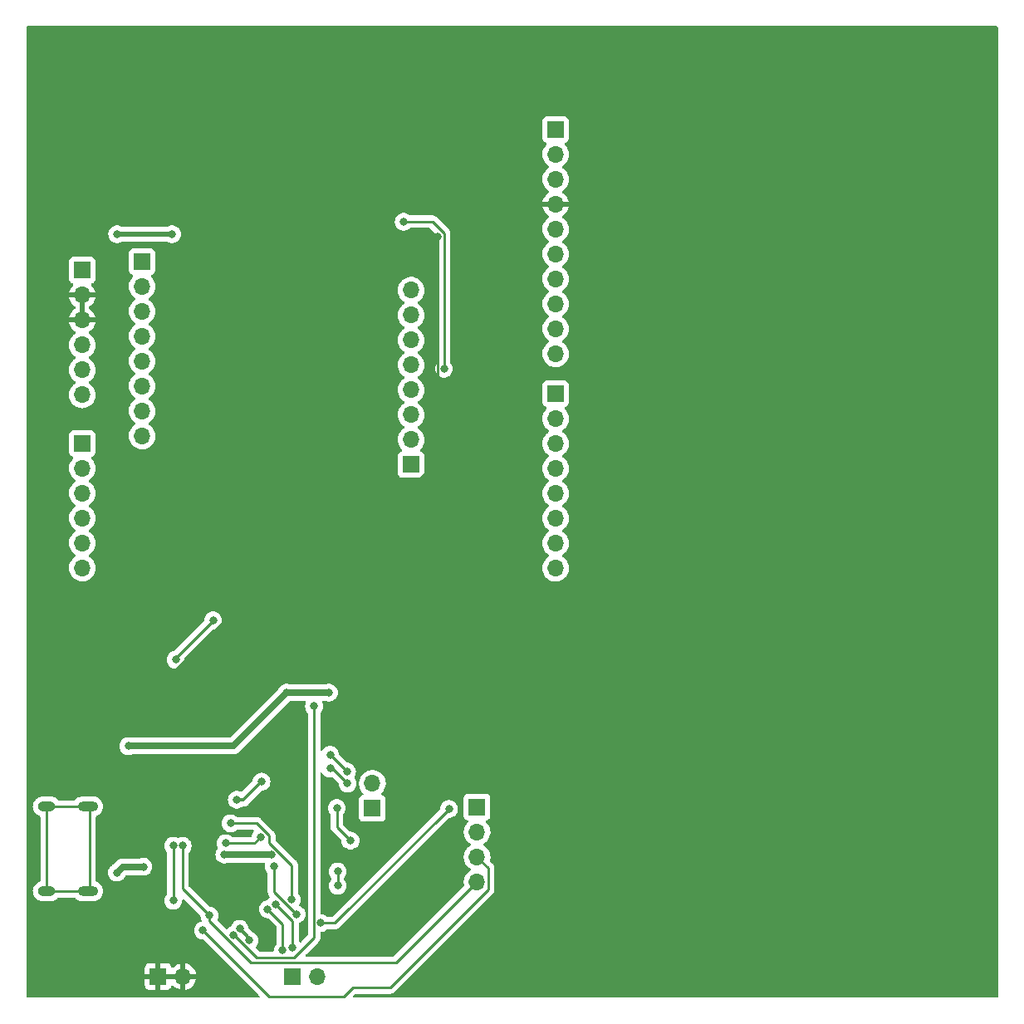
<source format=gbr>
%TF.GenerationSoftware,KiCad,Pcbnew,(6.0.10)*%
%TF.CreationDate,2023-03-08T17:02:45-06:00*%
%TF.ProjectId,445,3434352e-6b69-4636-9164-5f7063625858,rev?*%
%TF.SameCoordinates,Original*%
%TF.FileFunction,Copper,L2,Bot*%
%TF.FilePolarity,Positive*%
%FSLAX46Y46*%
G04 Gerber Fmt 4.6, Leading zero omitted, Abs format (unit mm)*
G04 Created by KiCad (PCBNEW (6.0.10)) date 2023-03-08 17:02:45*
%MOMM*%
%LPD*%
G01*
G04 APERTURE LIST*
%TA.AperFunction,ComponentPad*%
%ADD10R,1.700000X1.700000*%
%TD*%
%TA.AperFunction,ComponentPad*%
%ADD11O,1.700000X1.700000*%
%TD*%
%TA.AperFunction,ComponentPad*%
%ADD12O,2.100000X1.000000*%
%TD*%
%TA.AperFunction,ComponentPad*%
%ADD13O,1.800000X1.000000*%
%TD*%
%TA.AperFunction,ViaPad*%
%ADD14C,0.800000*%
%TD*%
%TA.AperFunction,Conductor*%
%ADD15C,0.500000*%
%TD*%
%TA.AperFunction,Conductor*%
%ADD16C,0.250000*%
%TD*%
%TA.AperFunction,Conductor*%
%ADD17C,0.675000*%
%TD*%
%TA.AperFunction,Conductor*%
%ADD18C,0.375000*%
%TD*%
G04 APERTURE END LIST*
D10*
%TO.P,J7,1,Pin_1*%
%TO.N,unconnected-(J7-Pad1)*%
X155194000Y-85217000D03*
D11*
%TO.P,J7,2,Pin_2*%
%TO.N,/GPIO15{slash}SS*%
X155194000Y-82677000D03*
%TO.P,J7,3,Pin_3*%
%TO.N,/LED_GPIO2_BOOT*%
X155194000Y-80137000D03*
%TO.P,J7,4,Pin_4*%
%TO.N,/GPIO0*%
X155194000Y-77597000D03*
%TO.P,J7,5,Pin_5*%
%TO.N,/GPIO4*%
X155194000Y-75057000D03*
%TO.P,J7,6,Pin_6*%
%TO.N,/GPIO5*%
X155194000Y-72517000D03*
%TO.P,J7,7,Pin_7*%
%TO.N,/RX*%
X155194000Y-69977000D03*
%TO.P,J7,8,Pin_8*%
%TO.N,/TX*%
X155194000Y-67437000D03*
%TD*%
D10*
%TO.P,J8,1,Pin_1*%
%TO.N,Net-(J8-Pad1)*%
X151245000Y-120257000D03*
D11*
%TO.P,J8,2,Pin_2*%
%TO.N,Net-(J8-Pad2)*%
X151245000Y-117717000D03*
%TD*%
D10*
%TO.P,J10,1,Pin_1*%
%TO.N,/alert*%
X161913000Y-120130000D03*
D11*
%TO.P,J10,2,Pin_2*%
%TO.N,/VSNK_USBC*%
X161913000Y-122670000D03*
%TO.P,J10,3,Pin_3*%
%TO.N,/USBC_SDA*%
X161913000Y-125210000D03*
%TO.P,J10,4,Pin_4*%
%TO.N,/USBC_SCL*%
X161913000Y-127750000D03*
%TD*%
D10*
%TO.P,J9,1,Pin_1*%
%TO.N,Net-(J9-Pad1)*%
X143112000Y-137402000D03*
D11*
%TO.P,J9,2,Pin_2*%
%TO.N,Net-(J9-Pad2)*%
X145652000Y-137402000D03*
%TD*%
D12*
%TO.P,J5,S1,SHIELD*%
%TO.N,unconnected-(J5-PadS1)*%
X122214000Y-120065951D03*
D13*
X118034000Y-120065951D03*
D12*
X122214000Y-128705951D03*
D13*
X118034000Y-128705951D03*
%TD*%
D10*
%TO.P,J6,1,Pin_1*%
%TO.N,/ESP_RST*%
X127762000Y-64516000D03*
D11*
%TO.P,J6,2,Pin_2*%
%TO.N,/ADC*%
X127762000Y-67056000D03*
%TO.P,J6,3,Pin_3*%
%TO.N,/ESP_EN*%
X127762000Y-69596000D03*
%TO.P,J6,4,Pin_4*%
%TO.N,/GPIO16*%
X127762000Y-72136000D03*
%TO.P,J6,5,Pin_5*%
%TO.N,unconnected-(J6-Pad5)*%
X127762000Y-74676000D03*
%TO.P,J6,6,Pin_6*%
%TO.N,unconnected-(J6-Pad6)*%
X127762000Y-77216000D03*
%TO.P,J6,7,Pin_7*%
%TO.N,unconnected-(J6-Pad7)*%
X127762000Y-79756000D03*
%TO.P,J6,8,Pin_8*%
%TO.N,unconnected-(J6-Pad8)*%
X127762000Y-82296000D03*
%TD*%
D10*
%TO.P,J11,1,Pin_1*%
%TO.N,GND*%
X129401000Y-137402000D03*
D11*
%TO.P,J11,2,Pin_2*%
X131941000Y-137402000D03*
%TD*%
D10*
%TO.P,J3,1,Pin_1*%
%TO.N,unconnected-(J3-Pad1)*%
X169926000Y-51059000D03*
D11*
%TO.P,J3,2,Pin_2*%
%TO.N,unconnected-(J3-Pad2)*%
X169926000Y-53599000D03*
%TO.P,J3,3,Pin_3*%
%TO.N,unconnected-(J3-Pad3)*%
X169926000Y-56139000D03*
%TO.P,J3,4,Pin_4*%
%TO.N,GND*%
X169926000Y-58679000D03*
%TO.P,J3,5,Pin_5*%
%TO.N,/SCLK*%
X169926000Y-61219000D03*
%TO.P,J3,6,Pin_6*%
%TO.N,/MISO*%
X169926000Y-63759000D03*
%TO.P,J3,7,Pin_7*%
%TO.N,/MOSI*%
X169926000Y-66299000D03*
%TO.P,J3,8,Pin_8*%
%TO.N,/GPIO15{slash}SS*%
X169926000Y-68839000D03*
%TO.P,J3,9,Pin_9*%
%TO.N,unconnected-(J3-Pad9)*%
X169926000Y-71379000D03*
%TO.P,J3,10,Pin_10*%
%TO.N,unconnected-(J3-Pad10)*%
X169926000Y-73919000D03*
%TD*%
D10*
%TO.P,J1,1,Pin_1*%
%TO.N,unconnected-(J1-Pad1)*%
X121666000Y-65405000D03*
D11*
%TO.P,J1,2,Pin_2*%
%TO.N,GND*%
X121666000Y-67945000D03*
%TO.P,J1,3,Pin_3*%
X121666000Y-70485000D03*
%TO.P,J1,4,Pin_4*%
%TO.N,/5V_FPGA_OUT*%
X121666000Y-73025000D03*
%TO.P,J1,5,Pin_5*%
%TO.N,/3.3V1*%
X121666000Y-75565000D03*
%TO.P,J1,6,Pin_6*%
%TO.N,unconnected-(J1-Pad6)*%
X121666000Y-78105000D03*
%TD*%
D10*
%TO.P,J2,1,Pin_1*%
%TO.N,unconnected-(J2-Pad1)*%
X121666000Y-83058000D03*
D11*
%TO.P,J2,2,Pin_2*%
%TO.N,unconnected-(J2-Pad2)*%
X121666000Y-85598000D03*
%TO.P,J2,3,Pin_3*%
%TO.N,unconnected-(J2-Pad3)*%
X121666000Y-88138000D03*
%TO.P,J2,4,Pin_4*%
%TO.N,unconnected-(J2-Pad4)*%
X121666000Y-90678000D03*
%TO.P,J2,5,Pin_5*%
%TO.N,unconnected-(J2-Pad5)*%
X121666000Y-93218000D03*
%TO.P,J2,6,Pin_6*%
%TO.N,unconnected-(J2-Pad6)*%
X121666000Y-95758000D03*
%TD*%
D10*
%TO.P,J4,1,Pin_1*%
%TO.N,unconnected-(J4-Pad1)*%
X169926000Y-77993000D03*
D11*
%TO.P,J4,2,Pin_2*%
%TO.N,unconnected-(J4-Pad2)*%
X169926000Y-80533000D03*
%TO.P,J4,3,Pin_3*%
%TO.N,unconnected-(J4-Pad3)*%
X169926000Y-83073000D03*
%TO.P,J4,4,Pin_4*%
%TO.N,unconnected-(J4-Pad4)*%
X169926000Y-85613000D03*
%TO.P,J4,5,Pin_5*%
%TO.N,unconnected-(J4-Pad5)*%
X169926000Y-88153000D03*
%TO.P,J4,6,Pin_6*%
%TO.N,unconnected-(J4-Pad6)*%
X169926000Y-90693000D03*
%TO.P,J4,7,Pin_7*%
%TO.N,unconnected-(J4-Pad7)*%
X169926000Y-93233000D03*
%TO.P,J4,8,Pin_8*%
%TO.N,unconnected-(J4-Pad8)*%
X169926000Y-95773000D03*
%TD*%
D14*
%TO.N,/3.3V1*%
X125222000Y-61722000D03*
X130810000Y-61722000D03*
%TO.N,GND*%
X153035000Y-122936000D03*
X156464000Y-103124000D03*
X124079000Y-102997000D03*
X162179000Y-68072000D03*
X132719000Y-111510000D03*
X125222000Y-133604000D03*
X157861000Y-61976000D03*
X135382000Y-50546000D03*
X158496000Y-112268000D03*
X132080000Y-64897000D03*
X147920859Y-88992859D03*
X139192000Y-107315000D03*
X151257000Y-91059000D03*
X125953859Y-106141859D03*
X159004000Y-58928000D03*
X157353000Y-136652000D03*
X133985000Y-106807000D03*
%TO.N,Net-(C2-Pad1)*%
X136779000Y-121793000D03*
X143002000Y-129573900D03*
%TO.N,/VSNK_USBC*%
X142494000Y-108458000D03*
X126365000Y-113919000D03*
X146812000Y-108458000D03*
%TO.N,Net-(C4-Pad2)*%
X147612141Y-120238859D03*
X149004359Y-123545641D03*
%TO.N,Net-(C5-Pad1)*%
X140970000Y-124968000D03*
X136144000Y-124968000D03*
X125193668Y-126812851D03*
X127889000Y-126220100D03*
%TO.N,/VDD_USBC*%
X137414000Y-119380000D03*
X139938648Y-117538348D03*
%TO.N,Net-(D5-Pad1)*%
X147705000Y-126708100D03*
X147705000Y-128147000D03*
%TO.N,/GPIO0*%
X154432000Y-60452000D03*
X158537900Y-75438000D03*
%TO.N,Net-(J8-Pad1)*%
X148705000Y-117717000D03*
X146935241Y-116193000D03*
%TO.N,Net-(J8-Pad2)*%
X146935241Y-114796000D03*
X148645621Y-116506379D03*
%TO.N,Net-(J9-Pad1)*%
X140577000Y-130544000D03*
X142101000Y-134735000D03*
%TO.N,Net-(J9-Pad2)*%
X143117000Y-134481000D03*
X141369030Y-130015980D03*
%TO.N,/alert*%
X159055500Y-120320500D03*
X141212000Y-126200100D03*
X145968900Y-131941000D03*
X143499591Y-131053591D03*
%TO.N,/USBC_SDA*%
X133973000Y-132703000D03*
%TO.N,/USBC_SCL*%
X131892903Y-124083000D03*
X134624000Y-131195000D03*
%TO.N,Net-(Q1-Pad4)*%
X139846509Y-123197311D03*
X136275000Y-123829000D03*
%TO.N,Net-(R7-Pad2)*%
X137037000Y-133227000D03*
X145292000Y-109859000D03*
%TO.N,Net-(R9-Pad1)*%
X130941000Y-129671000D03*
X130941000Y-124083000D03*
%TO.N,Net-(R13-Pad1)*%
X131195000Y-105118100D03*
X135005000Y-101096000D03*
%TO.N,Net-(R14-Pad1)*%
X137705843Y-132549677D03*
X138684000Y-133731000D03*
%TD*%
D15*
%TO.N,/3.3V1*%
X125222000Y-61722000D02*
X130810000Y-61722000D01*
D16*
%TO.N,GND*%
X147920859Y-89350230D02*
X147920859Y-88992859D01*
X125953859Y-106141859D02*
X131129230Y-106141859D01*
X131129230Y-106141859D02*
X147920859Y-89350230D01*
X147920859Y-88992859D02*
X153672941Y-88992859D01*
X157861000Y-84804800D02*
X157861000Y-61976000D01*
X125953859Y-106141859D02*
X131322000Y-111510000D01*
X153672941Y-88992859D02*
X157861000Y-84804800D01*
X131322000Y-111510000D02*
X132719000Y-111510000D01*
%TO.N,Net-(C2-Pad1)*%
X139827000Y-122174000D02*
X139446000Y-121793000D01*
X139446000Y-121793000D02*
X136779000Y-121793000D01*
X143002000Y-129573900D02*
X143002000Y-126042011D01*
X140716000Y-123756011D02*
X140716000Y-123190000D01*
X143002000Y-126042011D02*
X140716000Y-123756011D01*
X140716000Y-123063000D02*
X139827000Y-122174000D01*
X140716000Y-123190000D02*
X140716000Y-123063000D01*
D17*
%TO.N,/VSNK_USBC*%
X146812000Y-108458000D02*
X142494000Y-108458000D01*
X142494000Y-108458000D02*
X137033000Y-113919000D01*
X137033000Y-113919000D02*
X126365000Y-113919000D01*
D16*
%TO.N,Net-(C4-Pad2)*%
X147612141Y-120238859D02*
X147612141Y-122153423D01*
X147612141Y-122153423D02*
X149004359Y-123545641D01*
D17*
%TO.N,Net-(C5-Pad1)*%
X125786419Y-126220100D02*
X127889000Y-126220100D01*
X136144000Y-124968000D02*
X140970000Y-124968000D01*
X125193668Y-126812851D02*
X125786419Y-126220100D01*
D18*
%TO.N,/VDD_USBC*%
X138096996Y-119380000D02*
X139938648Y-117538348D01*
X137414000Y-119380000D02*
X138096996Y-119380000D01*
D16*
%TO.N,Net-(D5-Pad1)*%
X147705000Y-128147000D02*
X147705000Y-126708100D01*
%TO.N,unconnected-(J5-PadS1)*%
X118034000Y-120065951D02*
X118034000Y-128705951D01*
X122214000Y-120065951D02*
X118034000Y-120065951D01*
X118034000Y-128705951D02*
X122214000Y-128705951D01*
X122414001Y-128505950D02*
X122414001Y-120265952D01*
%TO.N,/GPIO0*%
X158537900Y-75438000D02*
X158537900Y-61636900D01*
X158537900Y-61636900D02*
X157353000Y-60452000D01*
X157353000Y-60452000D02*
X154432000Y-60452000D01*
%TO.N,Net-(J8-Pad1)*%
X147181000Y-116193000D02*
X146935241Y-116193000D01*
X148705000Y-117717000D02*
X147181000Y-116193000D01*
%TO.N,Net-(J8-Pad2)*%
X148645621Y-116506379D02*
X146935241Y-114796000D01*
%TO.N,Net-(J9-Pad1)*%
X142101000Y-132068000D02*
X140577000Y-130544000D01*
X142101000Y-134735000D02*
X142101000Y-132068000D01*
%TO.N,Net-(J9-Pad2)*%
X143117000Y-134481000D02*
X143117000Y-131763950D01*
X143117000Y-131763950D02*
X141369030Y-130015980D01*
%TO.N,/alert*%
X159055500Y-120320500D02*
X147435000Y-131941000D01*
X143499591Y-131053591D02*
X141212000Y-128766000D01*
X147435000Y-131941000D02*
X145968900Y-131941000D01*
X141212000Y-128766000D02*
X141212000Y-126200100D01*
%TO.N,/USBC_SDA*%
X149228600Y-138529400D02*
X148324000Y-139434000D01*
X153038600Y-138529400D02*
X149228600Y-138529400D01*
X148324000Y-139434000D02*
X140704000Y-139434000D01*
X161913000Y-125210000D02*
X163056000Y-126353000D01*
X163056000Y-128512000D02*
X153038600Y-138529400D01*
X163056000Y-126353000D02*
X163056000Y-128512000D01*
X133973000Y-132703000D02*
X140704000Y-139434000D01*
%TO.N,/USBC_SCL*%
X134624000Y-131771989D02*
X138857011Y-136005000D01*
X138857011Y-136005000D02*
X153658000Y-136005000D01*
X153658000Y-136005000D02*
X161913000Y-127750000D01*
X131892903Y-128463903D02*
X131892903Y-124083000D01*
X134624000Y-131195000D02*
X131892903Y-128463903D01*
X134624000Y-131195000D02*
X134624000Y-131771989D01*
%TO.N,Net-(Q1-Pad4)*%
X136275000Y-123829000D02*
X139214820Y-123829000D01*
X139214820Y-123829000D02*
X139846509Y-123197311D01*
%TO.N,Net-(R7-Pad2)*%
X137037000Y-133227000D02*
X137164000Y-133227000D01*
X145292000Y-133449000D02*
X145292000Y-109859000D01*
X143244000Y-135497000D02*
X145292000Y-133449000D01*
X137164000Y-133227000D02*
X139434000Y-135497000D01*
X139434000Y-135497000D02*
X143244000Y-135497000D01*
%TO.N,Net-(R9-Pad1)*%
X130941000Y-129671000D02*
X130941000Y-124083000D01*
%TO.N,Net-(R13-Pad1)*%
X131195000Y-105118100D02*
X131195000Y-104906000D01*
X131195000Y-104906000D02*
X135005000Y-101096000D01*
D18*
%TO.N,Net-(R14-Pad1)*%
X138684000Y-133731000D02*
X138684000Y-133527834D01*
X138684000Y-133527834D02*
X137705843Y-132549677D01*
%TD*%
%TA.AperFunction,Conductor*%
%TO.N,GND*%
G36*
X214952621Y-40533502D02*
G01*
X214999114Y-40587158D01*
X215010500Y-40639500D01*
X215010500Y-139446500D01*
X214990498Y-139514621D01*
X214936842Y-139561114D01*
X214884500Y-139572500D01*
X149385594Y-139572500D01*
X149317473Y-139552498D01*
X149270980Y-139498842D01*
X149260876Y-139428568D01*
X149290370Y-139363988D01*
X149296499Y-139357405D01*
X149454099Y-139199805D01*
X149516411Y-139165779D01*
X149543194Y-139162900D01*
X152959833Y-139162900D01*
X152971016Y-139163427D01*
X152978509Y-139165102D01*
X152986435Y-139164853D01*
X152986436Y-139164853D01*
X153046586Y-139162962D01*
X153050545Y-139162900D01*
X153078456Y-139162900D01*
X153082391Y-139162403D01*
X153082456Y-139162395D01*
X153094293Y-139161462D01*
X153126551Y-139160448D01*
X153130570Y-139160322D01*
X153138489Y-139160073D01*
X153157943Y-139154421D01*
X153177300Y-139150413D01*
X153189530Y-139148868D01*
X153189531Y-139148868D01*
X153197397Y-139147874D01*
X153204768Y-139144955D01*
X153204770Y-139144955D01*
X153238512Y-139131596D01*
X153249742Y-139127751D01*
X153284583Y-139117629D01*
X153284584Y-139117629D01*
X153292193Y-139115418D01*
X153299012Y-139111385D01*
X153299017Y-139111383D01*
X153309628Y-139105107D01*
X153327376Y-139096412D01*
X153346217Y-139088952D01*
X153381987Y-139062964D01*
X153391907Y-139056448D01*
X153423135Y-139037980D01*
X153423138Y-139037978D01*
X153429962Y-139033942D01*
X153444283Y-139019621D01*
X153459317Y-139006780D01*
X153469294Y-138999531D01*
X153475707Y-138994872D01*
X153503898Y-138960795D01*
X153511888Y-138952016D01*
X163448253Y-129015652D01*
X163456539Y-129008112D01*
X163463018Y-129004000D01*
X163509644Y-128954348D01*
X163512398Y-128951507D01*
X163532135Y-128931770D01*
X163534615Y-128928573D01*
X163542320Y-128919551D01*
X163544781Y-128916930D01*
X163572586Y-128887321D01*
X163576405Y-128880375D01*
X163576407Y-128880372D01*
X163582348Y-128869566D01*
X163593199Y-128853047D01*
X163600758Y-128843301D01*
X163605614Y-128837041D01*
X163608759Y-128829772D01*
X163608762Y-128829768D01*
X163623174Y-128796463D01*
X163628391Y-128785813D01*
X163649695Y-128747060D01*
X163654733Y-128727437D01*
X163661137Y-128708734D01*
X163666033Y-128697420D01*
X163666033Y-128697419D01*
X163669181Y-128690145D01*
X163670420Y-128682322D01*
X163670423Y-128682312D01*
X163676099Y-128646476D01*
X163678505Y-128634856D01*
X163687528Y-128599711D01*
X163687528Y-128599710D01*
X163689500Y-128592030D01*
X163689500Y-128571776D01*
X163691051Y-128552065D01*
X163692980Y-128539886D01*
X163694220Y-128532057D01*
X163690059Y-128488038D01*
X163689500Y-128476181D01*
X163689500Y-126431767D01*
X163690027Y-126420584D01*
X163691702Y-126413091D01*
X163691400Y-126403465D01*
X163689562Y-126345014D01*
X163689500Y-126341055D01*
X163689500Y-126313144D01*
X163688995Y-126309144D01*
X163688062Y-126297301D01*
X163686922Y-126261029D01*
X163686673Y-126253110D01*
X163681022Y-126233658D01*
X163677014Y-126214306D01*
X163676120Y-126207235D01*
X163674474Y-126194203D01*
X163668863Y-126180031D01*
X163658200Y-126153097D01*
X163654355Y-126141870D01*
X163648227Y-126120778D01*
X163642018Y-126099407D01*
X163631707Y-126081972D01*
X163623012Y-126064224D01*
X163615552Y-126045383D01*
X163589564Y-126009613D01*
X163583048Y-125999693D01*
X163564580Y-125968465D01*
X163564578Y-125968462D01*
X163560542Y-125961638D01*
X163546221Y-125947317D01*
X163533380Y-125932283D01*
X163526131Y-125922306D01*
X163521472Y-125915893D01*
X163487395Y-125887702D01*
X163478616Y-125879712D01*
X163264219Y-125665315D01*
X163230193Y-125603003D01*
X163232755Y-125539593D01*
X163243866Y-125503019D01*
X163245370Y-125498069D01*
X163274529Y-125276590D01*
X163276156Y-125210000D01*
X163257852Y-124987361D01*
X163203431Y-124770702D01*
X163114354Y-124565840D01*
X163074906Y-124504862D01*
X162995822Y-124382617D01*
X162995820Y-124382614D01*
X162993014Y-124378277D01*
X162842670Y-124213051D01*
X162838619Y-124209852D01*
X162838615Y-124209848D01*
X162671414Y-124077800D01*
X162671410Y-124077798D01*
X162667359Y-124074598D01*
X162626053Y-124051796D01*
X162576084Y-124001364D01*
X162561312Y-123931921D01*
X162586428Y-123865516D01*
X162613780Y-123838909D01*
X162657603Y-123807650D01*
X162792860Y-123711173D01*
X162951096Y-123553489D01*
X163010594Y-123470689D01*
X163078435Y-123376277D01*
X163081453Y-123372077D01*
X163092644Y-123349435D01*
X163178136Y-123176453D01*
X163178137Y-123176451D01*
X163180430Y-123171811D01*
X163245370Y-122958069D01*
X163274529Y-122736590D01*
X163275186Y-122709693D01*
X163276074Y-122673365D01*
X163276074Y-122673361D01*
X163276156Y-122670000D01*
X163257852Y-122447361D01*
X163203431Y-122230702D01*
X163114354Y-122025840D01*
X162993014Y-121838277D01*
X162989532Y-121834450D01*
X162845798Y-121676488D01*
X162814746Y-121612642D01*
X162823141Y-121542143D01*
X162868317Y-121487375D01*
X162894761Y-121473706D01*
X163001297Y-121433767D01*
X163009705Y-121430615D01*
X163126261Y-121343261D01*
X163213615Y-121226705D01*
X163264745Y-121090316D01*
X163271500Y-121028134D01*
X163271500Y-119231866D01*
X163270953Y-119226826D01*
X163267673Y-119196635D01*
X163264745Y-119169684D01*
X163213615Y-119033295D01*
X163126261Y-118916739D01*
X163009705Y-118829385D01*
X162873316Y-118778255D01*
X162811134Y-118771500D01*
X161014866Y-118771500D01*
X160952684Y-118778255D01*
X160816295Y-118829385D01*
X160699739Y-118916739D01*
X160612385Y-119033295D01*
X160561255Y-119169684D01*
X160558327Y-119196635D01*
X160555048Y-119226826D01*
X160554500Y-119231866D01*
X160554500Y-121028134D01*
X160561255Y-121090316D01*
X160612385Y-121226705D01*
X160699739Y-121343261D01*
X160816295Y-121430615D01*
X160824704Y-121433767D01*
X160824705Y-121433768D01*
X160933451Y-121474535D01*
X160990216Y-121517176D01*
X161014916Y-121583738D01*
X160999709Y-121653087D01*
X160980316Y-121679568D01*
X160853629Y-121812138D01*
X160727743Y-121996680D01*
X160686043Y-122086516D01*
X160651279Y-122161409D01*
X160633688Y-122199305D01*
X160573989Y-122414570D01*
X160550251Y-122636695D01*
X160550548Y-122641848D01*
X160550548Y-122641851D01*
X160557519Y-122762754D01*
X160563110Y-122859715D01*
X160564247Y-122864761D01*
X160564248Y-122864767D01*
X160577118Y-122921872D01*
X160612222Y-123077639D01*
X160696266Y-123284616D01*
X160698965Y-123289020D01*
X160798668Y-123451721D01*
X160812987Y-123475088D01*
X160959250Y-123643938D01*
X161131126Y-123786632D01*
X161192396Y-123822435D01*
X161204445Y-123829476D01*
X161253169Y-123881114D01*
X161266240Y-123950897D01*
X161239509Y-124016669D01*
X161199055Y-124050027D01*
X161186607Y-124056507D01*
X161182474Y-124059610D01*
X161182471Y-124059612D01*
X161120940Y-124105811D01*
X161007965Y-124190635D01*
X160962997Y-124237691D01*
X160868326Y-124336759D01*
X160853629Y-124352138D01*
X160850715Y-124356410D01*
X160850714Y-124356411D01*
X160784983Y-124452769D01*
X160727743Y-124536680D01*
X160689093Y-124619944D01*
X160643855Y-124717403D01*
X160633688Y-124739305D01*
X160573989Y-124954570D01*
X160550251Y-125176695D01*
X160550548Y-125181848D01*
X160550548Y-125181851D01*
X160562682Y-125392293D01*
X160563110Y-125399715D01*
X160564247Y-125404761D01*
X160564248Y-125404767D01*
X160584120Y-125492942D01*
X160612222Y-125617639D01*
X160696266Y-125824616D01*
X160730029Y-125879712D01*
X160805062Y-126002155D01*
X160812987Y-126015088D01*
X160959250Y-126183938D01*
X161131126Y-126326632D01*
X161162583Y-126345014D01*
X161204445Y-126369476D01*
X161253169Y-126421114D01*
X161266240Y-126490897D01*
X161239509Y-126556669D01*
X161199055Y-126590027D01*
X161186607Y-126596507D01*
X161182474Y-126599610D01*
X161182471Y-126599612D01*
X161029235Y-126714665D01*
X161007965Y-126730635D01*
X160853629Y-126892138D01*
X160850715Y-126896410D01*
X160850714Y-126896411D01*
X160782632Y-126996216D01*
X160727743Y-127076680D01*
X160703643Y-127128600D01*
X160652246Y-127239326D01*
X160633688Y-127279305D01*
X160573989Y-127494570D01*
X160550251Y-127716695D01*
X160550548Y-127721848D01*
X160550548Y-127721851D01*
X160553585Y-127774518D01*
X160563110Y-127939715D01*
X160564247Y-127944761D01*
X160564248Y-127944767D01*
X160596453Y-128087668D01*
X160591917Y-128158520D01*
X160562631Y-128204464D01*
X153432500Y-135334595D01*
X153370188Y-135368621D01*
X153343405Y-135371500D01*
X144569594Y-135371500D01*
X144501473Y-135351498D01*
X144454980Y-135297842D01*
X144444876Y-135227568D01*
X144474370Y-135162988D01*
X144480499Y-135156405D01*
X145684247Y-133952657D01*
X145692537Y-133945113D01*
X145699018Y-133941000D01*
X145745659Y-133891332D01*
X145748413Y-133888491D01*
X145768134Y-133868770D01*
X145770612Y-133865575D01*
X145778318Y-133856553D01*
X145803158Y-133830101D01*
X145808586Y-133824321D01*
X145818346Y-133806568D01*
X145829199Y-133790045D01*
X145836753Y-133780306D01*
X145841613Y-133774041D01*
X145859176Y-133733457D01*
X145864383Y-133722827D01*
X145885695Y-133684060D01*
X145887666Y-133676383D01*
X145887668Y-133676378D01*
X145890732Y-133664442D01*
X145897138Y-133645730D01*
X145902034Y-133634417D01*
X145905181Y-133627145D01*
X145907877Y-133610128D01*
X145912097Y-133583481D01*
X145914504Y-133571860D01*
X145923528Y-133536711D01*
X145923528Y-133536710D01*
X145925500Y-133529030D01*
X145925500Y-133508769D01*
X145927051Y-133489058D01*
X145928979Y-133476885D01*
X145930219Y-133469057D01*
X145926059Y-133425046D01*
X145925500Y-133413189D01*
X145925500Y-132975500D01*
X145945502Y-132907379D01*
X145999158Y-132860886D01*
X146051500Y-132849500D01*
X146064387Y-132849500D01*
X146070839Y-132848128D01*
X146070844Y-132848128D01*
X146157787Y-132829647D01*
X146251188Y-132809794D01*
X146257219Y-132807109D01*
X146419622Y-132734803D01*
X146419624Y-132734802D01*
X146425652Y-132732118D01*
X146456694Y-132709565D01*
X146574814Y-132623745D01*
X146580153Y-132619866D01*
X146584568Y-132614963D01*
X146589480Y-132610540D01*
X146590605Y-132611789D01*
X146643914Y-132578949D01*
X146677100Y-132574500D01*
X147356233Y-132574500D01*
X147367416Y-132575027D01*
X147374909Y-132576702D01*
X147382835Y-132576453D01*
X147382836Y-132576453D01*
X147442986Y-132574562D01*
X147446945Y-132574500D01*
X147474856Y-132574500D01*
X147478791Y-132574003D01*
X147478856Y-132573995D01*
X147490693Y-132573062D01*
X147522951Y-132572048D01*
X147526970Y-132571922D01*
X147534889Y-132571673D01*
X147554343Y-132566021D01*
X147573700Y-132562013D01*
X147585930Y-132560468D01*
X147585931Y-132560468D01*
X147593797Y-132559474D01*
X147601168Y-132556555D01*
X147601170Y-132556555D01*
X147634912Y-132543196D01*
X147646142Y-132539351D01*
X147680983Y-132529229D01*
X147680984Y-132529229D01*
X147688593Y-132527018D01*
X147695412Y-132522985D01*
X147695417Y-132522983D01*
X147706028Y-132516707D01*
X147723776Y-132508012D01*
X147742617Y-132500552D01*
X147778387Y-132474564D01*
X147788307Y-132468048D01*
X147819535Y-132449580D01*
X147819538Y-132449578D01*
X147826362Y-132445542D01*
X147840683Y-132431221D01*
X147855717Y-132418380D01*
X147865694Y-132411131D01*
X147872107Y-132406472D01*
X147900298Y-132372395D01*
X147908288Y-132363616D01*
X159005999Y-121265905D01*
X159068311Y-121231879D01*
X159095094Y-121229000D01*
X159150987Y-121229000D01*
X159157439Y-121227628D01*
X159157444Y-121227628D01*
X159272737Y-121203121D01*
X159337788Y-121189294D01*
X159351999Y-121182967D01*
X159506222Y-121114303D01*
X159506224Y-121114302D01*
X159512252Y-121111618D01*
X159525024Y-121102339D01*
X159597129Y-121049951D01*
X159666753Y-120999366D01*
X159762510Y-120893017D01*
X159790121Y-120862352D01*
X159790122Y-120862351D01*
X159794540Y-120857444D01*
X159882325Y-120705397D01*
X159886723Y-120697779D01*
X159886724Y-120697778D01*
X159890027Y-120692056D01*
X159949042Y-120510428D01*
X159953915Y-120464070D01*
X159968314Y-120327065D01*
X159969004Y-120320500D01*
X159961563Y-120249700D01*
X159949732Y-120137135D01*
X159949732Y-120137133D01*
X159949042Y-120130572D01*
X159890027Y-119948944D01*
X159885690Y-119941431D01*
X159838823Y-119860256D01*
X159794540Y-119783556D01*
X159666753Y-119641634D01*
X159512252Y-119529382D01*
X159506224Y-119526698D01*
X159506222Y-119526697D01*
X159343819Y-119454391D01*
X159343818Y-119454391D01*
X159337788Y-119451706D01*
X159244388Y-119431853D01*
X159157444Y-119413372D01*
X159157439Y-119413372D01*
X159150987Y-119412000D01*
X158960013Y-119412000D01*
X158953561Y-119413372D01*
X158953556Y-119413372D01*
X158866612Y-119431853D01*
X158773212Y-119451706D01*
X158767182Y-119454391D01*
X158767181Y-119454391D01*
X158604778Y-119526697D01*
X158604776Y-119526698D01*
X158598748Y-119529382D01*
X158444247Y-119641634D01*
X158316460Y-119783556D01*
X158272177Y-119860256D01*
X158225311Y-119941431D01*
X158220973Y-119948944D01*
X158161958Y-120130572D01*
X158145504Y-120287128D01*
X158144593Y-120295793D01*
X158117580Y-120361450D01*
X158108378Y-120371718D01*
X147209500Y-131270595D01*
X147147188Y-131304621D01*
X147120405Y-131307500D01*
X146677100Y-131307500D01*
X146608979Y-131287498D01*
X146589753Y-131271157D01*
X146589480Y-131271460D01*
X146584568Y-131267037D01*
X146580153Y-131262134D01*
X146531450Y-131226749D01*
X146430994Y-131153763D01*
X146430993Y-131153762D01*
X146425652Y-131149882D01*
X146419624Y-131147198D01*
X146419622Y-131147197D01*
X146257219Y-131074891D01*
X146257218Y-131074891D01*
X146251188Y-131072206D01*
X146157787Y-131052353D01*
X146070844Y-131033872D01*
X146070839Y-131033872D01*
X146064387Y-131032500D01*
X146051500Y-131032500D01*
X145983379Y-131012498D01*
X145936886Y-130958842D01*
X145925500Y-130906500D01*
X145925500Y-128147000D01*
X146791496Y-128147000D01*
X146811458Y-128336928D01*
X146870473Y-128518556D01*
X146965960Y-128683944D01*
X146970378Y-128688851D01*
X146970379Y-128688852D01*
X147086330Y-128817629D01*
X147093747Y-128825866D01*
X147186286Y-128893100D01*
X147239511Y-128931770D01*
X147248248Y-128938118D01*
X147254276Y-128940802D01*
X147254278Y-128940803D01*
X147396222Y-129004000D01*
X147422712Y-129015794D01*
X147516112Y-129035647D01*
X147603056Y-129054128D01*
X147603061Y-129054128D01*
X147609513Y-129055500D01*
X147800487Y-129055500D01*
X147806939Y-129054128D01*
X147806944Y-129054128D01*
X147893888Y-129035647D01*
X147987288Y-129015794D01*
X148013778Y-129004000D01*
X148155722Y-128940803D01*
X148155724Y-128940802D01*
X148161752Y-128938118D01*
X148170490Y-128931770D01*
X148223714Y-128893100D01*
X148316253Y-128825866D01*
X148323670Y-128817629D01*
X148439621Y-128688852D01*
X148439622Y-128688851D01*
X148444040Y-128683944D01*
X148539527Y-128518556D01*
X148598542Y-128336928D01*
X148618504Y-128147000D01*
X148610044Y-128066505D01*
X148599232Y-127963635D01*
X148599232Y-127963633D01*
X148598542Y-127957072D01*
X148539527Y-127775444D01*
X148534799Y-127767254D01*
X148464558Y-127645594D01*
X148444040Y-127610056D01*
X148370863Y-127528785D01*
X148340147Y-127464779D01*
X148338500Y-127444476D01*
X148338500Y-127410624D01*
X148358502Y-127342503D01*
X148370858Y-127326321D01*
X148444040Y-127245044D01*
X148512061Y-127127228D01*
X148536223Y-127085379D01*
X148536224Y-127085378D01*
X148539527Y-127079656D01*
X148598542Y-126898028D01*
X148603143Y-126854258D01*
X148617814Y-126714665D01*
X148618504Y-126708100D01*
X148617814Y-126701535D01*
X148599232Y-126524735D01*
X148599232Y-126524733D01*
X148598542Y-126518172D01*
X148539527Y-126336544D01*
X148444040Y-126171156D01*
X148398680Y-126120778D01*
X148320675Y-126034145D01*
X148320674Y-126034144D01*
X148316253Y-126029234D01*
X148196353Y-125942121D01*
X148167094Y-125920863D01*
X148167093Y-125920862D01*
X148161752Y-125916982D01*
X148155724Y-125914298D01*
X148155722Y-125914297D01*
X147993319Y-125841991D01*
X147993318Y-125841991D01*
X147987288Y-125839306D01*
X147893887Y-125819453D01*
X147806944Y-125800972D01*
X147806939Y-125800972D01*
X147800487Y-125799600D01*
X147609513Y-125799600D01*
X147603061Y-125800972D01*
X147603056Y-125800972D01*
X147516113Y-125819453D01*
X147422712Y-125839306D01*
X147416682Y-125841991D01*
X147416681Y-125841991D01*
X147254278Y-125914297D01*
X147254276Y-125914298D01*
X147248248Y-125916982D01*
X147242907Y-125920862D01*
X147242906Y-125920863D01*
X147213647Y-125942121D01*
X147093747Y-126029234D01*
X147089326Y-126034144D01*
X147089325Y-126034145D01*
X147011321Y-126120778D01*
X146965960Y-126171156D01*
X146870473Y-126336544D01*
X146811458Y-126518172D01*
X146810768Y-126524733D01*
X146810768Y-126524735D01*
X146792186Y-126701535D01*
X146791496Y-126708100D01*
X146792186Y-126714665D01*
X146806858Y-126854258D01*
X146811458Y-126898028D01*
X146870473Y-127079656D01*
X146873776Y-127085378D01*
X146873777Y-127085379D01*
X146897939Y-127127228D01*
X146965960Y-127245044D01*
X147039137Y-127326315D01*
X147069853Y-127390321D01*
X147071500Y-127410624D01*
X147071500Y-127444476D01*
X147051498Y-127512597D01*
X147039142Y-127528779D01*
X146965960Y-127610056D01*
X146945442Y-127645594D01*
X146875202Y-127767254D01*
X146870473Y-127775444D01*
X146811458Y-127957072D01*
X146810768Y-127963633D01*
X146810768Y-127963635D01*
X146799956Y-128066505D01*
X146791496Y-128147000D01*
X145925500Y-128147000D01*
X145925500Y-120238859D01*
X146698637Y-120238859D01*
X146699327Y-120245424D01*
X146708892Y-120336426D01*
X146718599Y-120428787D01*
X146777614Y-120610415D01*
X146780917Y-120616137D01*
X146780918Y-120616138D01*
X146793180Y-120637376D01*
X146873101Y-120775803D01*
X146946278Y-120857074D01*
X146976994Y-120921080D01*
X146978641Y-120941383D01*
X146978641Y-122074656D01*
X146978114Y-122085839D01*
X146976439Y-122093332D01*
X146976688Y-122101258D01*
X146976688Y-122101259D01*
X146978579Y-122161409D01*
X146978641Y-122165368D01*
X146978641Y-122193279D01*
X146979138Y-122197213D01*
X146979138Y-122197214D01*
X146979146Y-122197279D01*
X146980079Y-122209116D01*
X146981468Y-122253312D01*
X146987119Y-122272762D01*
X146991128Y-122292123D01*
X146993667Y-122312220D01*
X146996586Y-122319591D01*
X146996586Y-122319593D01*
X147009945Y-122353335D01*
X147013790Y-122364565D01*
X147026123Y-122407016D01*
X147030156Y-122413835D01*
X147030158Y-122413840D01*
X147036434Y-122424451D01*
X147045129Y-122442199D01*
X147052589Y-122461040D01*
X147057251Y-122467456D01*
X147057251Y-122467457D01*
X147078577Y-122496810D01*
X147085093Y-122506730D01*
X147107599Y-122544785D01*
X147121920Y-122559106D01*
X147134760Y-122574139D01*
X147146669Y-122590530D01*
X147158402Y-122600236D01*
X147180746Y-122618721D01*
X147189525Y-122626711D01*
X148057237Y-123494423D01*
X148091263Y-123556735D01*
X148093451Y-123570344D01*
X148110817Y-123735569D01*
X148169832Y-123917197D01*
X148265319Y-124082585D01*
X148269737Y-124087492D01*
X148269738Y-124087493D01*
X148365881Y-124194271D01*
X148393106Y-124224507D01*
X148492202Y-124296505D01*
X148520369Y-124316969D01*
X148547607Y-124336759D01*
X148553635Y-124339443D01*
X148553637Y-124339444D01*
X148716040Y-124411750D01*
X148722071Y-124414435D01*
X148815471Y-124434288D01*
X148902415Y-124452769D01*
X148902420Y-124452769D01*
X148908872Y-124454141D01*
X149099846Y-124454141D01*
X149106298Y-124452769D01*
X149106303Y-124452769D01*
X149193247Y-124434288D01*
X149286647Y-124414435D01*
X149292678Y-124411750D01*
X149455081Y-124339444D01*
X149455083Y-124339443D01*
X149461111Y-124336759D01*
X149488350Y-124316969D01*
X149516516Y-124296505D01*
X149615612Y-124224507D01*
X149642837Y-124194271D01*
X149738980Y-124087493D01*
X149738981Y-124087492D01*
X149743399Y-124082585D01*
X149838886Y-123917197D01*
X149897901Y-123735569D01*
X149917863Y-123545641D01*
X149906909Y-123441416D01*
X149898591Y-123362276D01*
X149898591Y-123362274D01*
X149897901Y-123355713D01*
X149838886Y-123174085D01*
X149743399Y-123008697D01*
X149697814Y-122958069D01*
X149620034Y-122871686D01*
X149620033Y-122871685D01*
X149615612Y-122866775D01*
X149461111Y-122754523D01*
X149455083Y-122751839D01*
X149455081Y-122751838D01*
X149292678Y-122679532D01*
X149292677Y-122679532D01*
X149286647Y-122676847D01*
X149193246Y-122656994D01*
X149106303Y-122638513D01*
X149106298Y-122638513D01*
X149099846Y-122637141D01*
X149043954Y-122637141D01*
X148975833Y-122617139D01*
X148954858Y-122600236D01*
X148282545Y-121927922D01*
X148248520Y-121865610D01*
X148245641Y-121838827D01*
X148245641Y-120941383D01*
X148265643Y-120873262D01*
X148277999Y-120857080D01*
X148351181Y-120775803D01*
X148431102Y-120637376D01*
X148443364Y-120616138D01*
X148443365Y-120616137D01*
X148446668Y-120610415D01*
X148505683Y-120428787D01*
X148515391Y-120336426D01*
X148524955Y-120245424D01*
X148525645Y-120238859D01*
X148508528Y-120076000D01*
X148506373Y-120055494D01*
X148506373Y-120055492D01*
X148505683Y-120048931D01*
X148446668Y-119867303D01*
X148442600Y-119860256D01*
X148401618Y-119789274D01*
X148351181Y-119701915D01*
X148223394Y-119559993D01*
X148078046Y-119454391D01*
X148074235Y-119451622D01*
X148074234Y-119451621D01*
X148068893Y-119447741D01*
X148062865Y-119445057D01*
X148062863Y-119445056D01*
X147900460Y-119372750D01*
X147900459Y-119372750D01*
X147894429Y-119370065D01*
X147767057Y-119342991D01*
X147714085Y-119331731D01*
X147714080Y-119331731D01*
X147707628Y-119330359D01*
X147516654Y-119330359D01*
X147510202Y-119331731D01*
X147510197Y-119331731D01*
X147457225Y-119342991D01*
X147329853Y-119370065D01*
X147323823Y-119372750D01*
X147323822Y-119372750D01*
X147161419Y-119445056D01*
X147161417Y-119445057D01*
X147155389Y-119447741D01*
X147150048Y-119451621D01*
X147150047Y-119451622D01*
X147146236Y-119454391D01*
X147000888Y-119559993D01*
X146873101Y-119701915D01*
X146822664Y-119789274D01*
X146781683Y-119860256D01*
X146777614Y-119867303D01*
X146718599Y-120048931D01*
X146717909Y-120055492D01*
X146717909Y-120055494D01*
X146715754Y-120076000D01*
X146698637Y-120238859D01*
X145925500Y-120238859D01*
X145925500Y-116731314D01*
X145945502Y-116663193D01*
X145999158Y-116616700D01*
X146069432Y-116606596D01*
X146134012Y-116636090D01*
X146160618Y-116668313D01*
X146196201Y-116729944D01*
X146323988Y-116871866D01*
X146478489Y-116984118D01*
X146484517Y-116986802D01*
X146484519Y-116986803D01*
X146559133Y-117020023D01*
X146652953Y-117061794D01*
X146746354Y-117081647D01*
X146833297Y-117100128D01*
X146833302Y-117100128D01*
X146839754Y-117101500D01*
X147030728Y-117101500D01*
X147037183Y-117100128D01*
X147037192Y-117100127D01*
X147098128Y-117087174D01*
X147168919Y-117092575D01*
X147213421Y-117121325D01*
X147757878Y-117665782D01*
X147791904Y-117728094D01*
X147794092Y-117741703D01*
X147811458Y-117906928D01*
X147870473Y-118088556D01*
X147873776Y-118094278D01*
X147873777Y-118094279D01*
X147894069Y-118129425D01*
X147965960Y-118253944D01*
X148093747Y-118395866D01*
X148248248Y-118508118D01*
X148254276Y-118510802D01*
X148254278Y-118510803D01*
X148416681Y-118583109D01*
X148422712Y-118585794D01*
X148502709Y-118602798D01*
X148603056Y-118624128D01*
X148603061Y-118624128D01*
X148609513Y-118625500D01*
X148800487Y-118625500D01*
X148806939Y-118624128D01*
X148806944Y-118624128D01*
X148907291Y-118602798D01*
X148987288Y-118585794D01*
X148993319Y-118583109D01*
X149155722Y-118510803D01*
X149155724Y-118510802D01*
X149161752Y-118508118D01*
X149316253Y-118395866D01*
X149444040Y-118253944D01*
X149515931Y-118129425D01*
X149536223Y-118094279D01*
X149536224Y-118094278D01*
X149539527Y-118088556D01*
X149598542Y-117906928D01*
X149611157Y-117786908D01*
X149617814Y-117723565D01*
X149618504Y-117717000D01*
X149615004Y-117683695D01*
X149882251Y-117683695D01*
X149882548Y-117688848D01*
X149882548Y-117688851D01*
X149888011Y-117783590D01*
X149895110Y-117906715D01*
X149896247Y-117911761D01*
X149896248Y-117911767D01*
X149897118Y-117915627D01*
X149944222Y-118124639D01*
X150028266Y-118331616D01*
X150030965Y-118336020D01*
X150138319Y-118511206D01*
X150144987Y-118522088D01*
X150291250Y-118690938D01*
X150295230Y-118694242D01*
X150299981Y-118698187D01*
X150339616Y-118757090D01*
X150341113Y-118828071D01*
X150303997Y-118888593D01*
X150263724Y-118913112D01*
X150148295Y-118956385D01*
X150031739Y-119043739D01*
X149944385Y-119160295D01*
X149893255Y-119296684D01*
X149886500Y-119358866D01*
X149886500Y-121155134D01*
X149893255Y-121217316D01*
X149944385Y-121353705D01*
X150031739Y-121470261D01*
X150148295Y-121557615D01*
X150284684Y-121608745D01*
X150346866Y-121615500D01*
X152143134Y-121615500D01*
X152205316Y-121608745D01*
X152341705Y-121557615D01*
X152458261Y-121470261D01*
X152545615Y-121353705D01*
X152596745Y-121217316D01*
X152603500Y-121155134D01*
X152603500Y-119358866D01*
X152596745Y-119296684D01*
X152545615Y-119160295D01*
X152458261Y-119043739D01*
X152341705Y-118956385D01*
X152329132Y-118951672D01*
X152223203Y-118911960D01*
X152166439Y-118869318D01*
X152141739Y-118802756D01*
X152156947Y-118733408D01*
X152178493Y-118704727D01*
X152279435Y-118604137D01*
X152283096Y-118600489D01*
X152291437Y-118588882D01*
X152410435Y-118423277D01*
X152413453Y-118419077D01*
X152423006Y-118399749D01*
X152510136Y-118223453D01*
X152510137Y-118223451D01*
X152512430Y-118218811D01*
X152577370Y-118005069D01*
X152606529Y-117783590D01*
X152606611Y-117780240D01*
X152608074Y-117720365D01*
X152608074Y-117720361D01*
X152608156Y-117717000D01*
X152589852Y-117494361D01*
X152535431Y-117277702D01*
X152446354Y-117072840D01*
X152325014Y-116885277D01*
X152174670Y-116720051D01*
X152170619Y-116716852D01*
X152170615Y-116716848D01*
X152003414Y-116584800D01*
X152003410Y-116584798D01*
X151999359Y-116581598D01*
X151803789Y-116473638D01*
X151798920Y-116471914D01*
X151798916Y-116471912D01*
X151598087Y-116400795D01*
X151598083Y-116400794D01*
X151593212Y-116399069D01*
X151588119Y-116398162D01*
X151588116Y-116398161D01*
X151378373Y-116360800D01*
X151378367Y-116360799D01*
X151373284Y-116359894D01*
X151299452Y-116358992D01*
X151155081Y-116357228D01*
X151155079Y-116357228D01*
X151149911Y-116357165D01*
X150929091Y-116390955D01*
X150716756Y-116460357D01*
X150518607Y-116563507D01*
X150514474Y-116566610D01*
X150514471Y-116566612D01*
X150344100Y-116694530D01*
X150339965Y-116697635D01*
X150185629Y-116859138D01*
X150182715Y-116863410D01*
X150182714Y-116863411D01*
X150167798Y-116885277D01*
X150059743Y-117043680D01*
X150044003Y-117077590D01*
X150002597Y-117166792D01*
X149965688Y-117246305D01*
X149905989Y-117461570D01*
X149882251Y-117683695D01*
X149615004Y-117683695D01*
X149598542Y-117527072D01*
X149539527Y-117345444D01*
X149444040Y-117180056D01*
X149421015Y-117154484D01*
X149390297Y-117090477D01*
X149399062Y-117020023D01*
X149405532Y-117007174D01*
X149476844Y-116883658D01*
X149476845Y-116883657D01*
X149480148Y-116877935D01*
X149539163Y-116696307D01*
X149542644Y-116663193D01*
X149558435Y-116512944D01*
X149559125Y-116506379D01*
X149558435Y-116499814D01*
X149539853Y-116323014D01*
X149539853Y-116323012D01*
X149539163Y-116316451D01*
X149480148Y-116134823D01*
X149384661Y-115969435D01*
X149256874Y-115827513D01*
X149102373Y-115715261D01*
X149096345Y-115712577D01*
X149096343Y-115712576D01*
X148933940Y-115640270D01*
X148933939Y-115640270D01*
X148927909Y-115637585D01*
X148834509Y-115617732D01*
X148747565Y-115599251D01*
X148747560Y-115599251D01*
X148741108Y-115597879D01*
X148685215Y-115597879D01*
X148617094Y-115577877D01*
X148596120Y-115560974D01*
X147882363Y-114847217D01*
X147848337Y-114784905D01*
X147846148Y-114771292D01*
X147843620Y-114747234D01*
X147839311Y-114706237D01*
X147829473Y-114612635D01*
X147829473Y-114612633D01*
X147828783Y-114606072D01*
X147769768Y-114424444D01*
X147674281Y-114259056D01*
X147546494Y-114117134D01*
X147391993Y-114004882D01*
X147385965Y-114002198D01*
X147385963Y-114002197D01*
X147223560Y-113929891D01*
X147223559Y-113929891D01*
X147217529Y-113927206D01*
X147124129Y-113907353D01*
X147037185Y-113888872D01*
X147037180Y-113888872D01*
X147030728Y-113887500D01*
X146839754Y-113887500D01*
X146833302Y-113888872D01*
X146833297Y-113888872D01*
X146746354Y-113907353D01*
X146652953Y-113927206D01*
X146646923Y-113929891D01*
X146646922Y-113929891D01*
X146484519Y-114002197D01*
X146484517Y-114002198D01*
X146478489Y-114004882D01*
X146323988Y-114117134D01*
X146196201Y-114259056D01*
X146174710Y-114296279D01*
X146160619Y-114320686D01*
X146109237Y-114369679D01*
X146039523Y-114383115D01*
X145973612Y-114356729D01*
X145932430Y-114298897D01*
X145925500Y-114257686D01*
X145925500Y-110561524D01*
X145945502Y-110493403D01*
X145957858Y-110477221D01*
X146031040Y-110395944D01*
X146126527Y-110230556D01*
X146185542Y-110048928D01*
X146205504Y-109859000D01*
X146185542Y-109669072D01*
X146126527Y-109487444D01*
X146123228Y-109481730D01*
X146123013Y-109481247D01*
X146113579Y-109410880D01*
X146143686Y-109346584D01*
X146203776Y-109308771D01*
X146238120Y-109304000D01*
X146451733Y-109304000D01*
X146502982Y-109314893D01*
X146529712Y-109326794D01*
X146596099Y-109340905D01*
X146710056Y-109365128D01*
X146710061Y-109365128D01*
X146716513Y-109366500D01*
X146907487Y-109366500D01*
X146913939Y-109365128D01*
X146913944Y-109365128D01*
X147027901Y-109340905D01*
X147094288Y-109326794D01*
X147104930Y-109322056D01*
X147262722Y-109251803D01*
X147262724Y-109251802D01*
X147268752Y-109249118D01*
X147423253Y-109136866D01*
X147551040Y-108994944D01*
X147646527Y-108829556D01*
X147705542Y-108647928D01*
X147725504Y-108458000D01*
X147705542Y-108268072D01*
X147646527Y-108086444D01*
X147551040Y-107921056D01*
X147423253Y-107779134D01*
X147268752Y-107666882D01*
X147262724Y-107664198D01*
X147262722Y-107664197D01*
X147100319Y-107591891D01*
X147100318Y-107591891D01*
X147094288Y-107589206D01*
X147000887Y-107569353D01*
X146913944Y-107550872D01*
X146913939Y-107550872D01*
X146907487Y-107549500D01*
X146716513Y-107549500D01*
X146710061Y-107550872D01*
X146710056Y-107550872D01*
X146623112Y-107569353D01*
X146529712Y-107589206D01*
X146523683Y-107591891D01*
X146523681Y-107591891D01*
X146502982Y-107601107D01*
X146451733Y-107612000D01*
X142854267Y-107612000D01*
X142803018Y-107601107D01*
X142782319Y-107591891D01*
X142782317Y-107591891D01*
X142776288Y-107589206D01*
X142682887Y-107569353D01*
X142595944Y-107550872D01*
X142595939Y-107550872D01*
X142589487Y-107549500D01*
X142398513Y-107549500D01*
X142392061Y-107550872D01*
X142392056Y-107550872D01*
X142305112Y-107569353D01*
X142211712Y-107589206D01*
X142205682Y-107591891D01*
X142205681Y-107591891D01*
X142043278Y-107664197D01*
X142043276Y-107664198D01*
X142037248Y-107666882D01*
X141882747Y-107779134D01*
X141754960Y-107921056D01*
X141659473Y-108086444D01*
X141659098Y-108086228D01*
X141636570Y-108119005D01*
X136719480Y-113036095D01*
X136657168Y-113070121D01*
X136630385Y-113073000D01*
X126725267Y-113073000D01*
X126674018Y-113062107D01*
X126653319Y-113052891D01*
X126653317Y-113052891D01*
X126647288Y-113050206D01*
X126553888Y-113030353D01*
X126466944Y-113011872D01*
X126466939Y-113011872D01*
X126460487Y-113010500D01*
X126269513Y-113010500D01*
X126263061Y-113011872D01*
X126263056Y-113011872D01*
X126176113Y-113030353D01*
X126082712Y-113050206D01*
X126076682Y-113052891D01*
X126076681Y-113052891D01*
X125914278Y-113125197D01*
X125914276Y-113125198D01*
X125908248Y-113127882D01*
X125753747Y-113240134D01*
X125625960Y-113382056D01*
X125530473Y-113547444D01*
X125471458Y-113729072D01*
X125451496Y-113919000D01*
X125471458Y-114108928D01*
X125530473Y-114290556D01*
X125533776Y-114296278D01*
X125533777Y-114296279D01*
X125567686Y-114355010D01*
X125625960Y-114455944D01*
X125753747Y-114597866D01*
X125908248Y-114710118D01*
X125914276Y-114712802D01*
X125914278Y-114712803D01*
X126076223Y-114784905D01*
X126082712Y-114787794D01*
X126176113Y-114807647D01*
X126263056Y-114826128D01*
X126263061Y-114826128D01*
X126269513Y-114827500D01*
X126460487Y-114827500D01*
X126466939Y-114826128D01*
X126466944Y-114826128D01*
X126553887Y-114807647D01*
X126647288Y-114787794D01*
X126674018Y-114775893D01*
X126725267Y-114765000D01*
X136992124Y-114765000D01*
X137002667Y-114765442D01*
X137053791Y-114769735D01*
X137060551Y-114768833D01*
X137060555Y-114768833D01*
X137133129Y-114759150D01*
X137136183Y-114758780D01*
X137173459Y-114754730D01*
X137215737Y-114750137D01*
X137222208Y-114747959D01*
X137225102Y-114747323D01*
X137225604Y-114747234D01*
X137225871Y-114747173D01*
X137226324Y-114747041D01*
X137229231Y-114746327D01*
X137235990Y-114745425D01*
X137272997Y-114731955D01*
X137311204Y-114718049D01*
X137314111Y-114717031D01*
X137383480Y-114693686D01*
X137389949Y-114691509D01*
X137395799Y-114687994D01*
X137398506Y-114686743D01*
X137398946Y-114686562D01*
X137399215Y-114686434D01*
X137399647Y-114686198D01*
X137402304Y-114684890D01*
X137408716Y-114682557D01*
X137414479Y-114678900D01*
X137476275Y-114639684D01*
X137478892Y-114638068D01*
X137541654Y-114600356D01*
X137541661Y-114600351D01*
X137547507Y-114596838D01*
X137552465Y-114592150D01*
X137554817Y-114590364D01*
X137555657Y-114589780D01*
X137559550Y-114586836D01*
X137563915Y-114584066D01*
X137568109Y-114580316D01*
X137621301Y-114527124D01*
X137623823Y-114524670D01*
X137676105Y-114475230D01*
X137676107Y-114475228D01*
X137681061Y-114470543D01*
X137684895Y-114464901D01*
X137689319Y-114459703D01*
X137689728Y-114460051D01*
X137696229Y-114452196D01*
X142807519Y-109340905D01*
X142869831Y-109306879D01*
X142896614Y-109304000D01*
X144345880Y-109304000D01*
X144414001Y-109324002D01*
X144460494Y-109377658D01*
X144470598Y-109447932D01*
X144460987Y-109481247D01*
X144460772Y-109481730D01*
X144457473Y-109487444D01*
X144398458Y-109669072D01*
X144378496Y-109859000D01*
X144398458Y-110048928D01*
X144457473Y-110230556D01*
X144552960Y-110395944D01*
X144626137Y-110477215D01*
X144656853Y-110541221D01*
X144658500Y-110561524D01*
X144658500Y-130984238D01*
X144638498Y-131052359D01*
X144634193Y-131056089D01*
X144656444Y-131100277D01*
X144658500Y-131122944D01*
X144658500Y-133134405D01*
X144638498Y-133202526D01*
X144621595Y-133223500D01*
X143971247Y-133873848D01*
X143908935Y-133907874D01*
X143838120Y-133902809D01*
X143788519Y-133869066D01*
X143782864Y-133862786D01*
X143752147Y-133798781D01*
X143750500Y-133778476D01*
X143750500Y-132018182D01*
X143770502Y-131950061D01*
X143825251Y-131903075D01*
X143950313Y-131847394D01*
X143950315Y-131847393D01*
X143956343Y-131844709D01*
X144110844Y-131732457D01*
X144154864Y-131683568D01*
X144234212Y-131595443D01*
X144234213Y-131595442D01*
X144238631Y-131590535D01*
X144334118Y-131425147D01*
X144393133Y-131243519D01*
X144397067Y-131206094D01*
X144407190Y-131109774D01*
X144431498Y-131050691D01*
X144411604Y-131019736D01*
X144407190Y-130997408D01*
X144393823Y-130870226D01*
X144393823Y-130870224D01*
X144393133Y-130863663D01*
X144334118Y-130682035D01*
X144238631Y-130516647D01*
X144186039Y-130458237D01*
X144115266Y-130379636D01*
X144115265Y-130379635D01*
X144110844Y-130374725D01*
X143956343Y-130262473D01*
X143950315Y-130259789D01*
X143950313Y-130259788D01*
X143843264Y-130212127D01*
X143789168Y-130166147D01*
X143768519Y-130098220D01*
X143785393Y-130034022D01*
X143836527Y-129945456D01*
X143895542Y-129763828D01*
X143896693Y-129752882D01*
X143914814Y-129580465D01*
X143915504Y-129573900D01*
X143906437Y-129487635D01*
X143896232Y-129390535D01*
X143896232Y-129390533D01*
X143895542Y-129383972D01*
X143836527Y-129202344D01*
X143741040Y-129036956D01*
X143667863Y-128955685D01*
X143637147Y-128891679D01*
X143635500Y-128871376D01*
X143635500Y-126120778D01*
X143636027Y-126109595D01*
X143637702Y-126102102D01*
X143635562Y-126034025D01*
X143635500Y-126030066D01*
X143635500Y-126002155D01*
X143634995Y-125998155D01*
X143634062Y-125986312D01*
X143632922Y-125950040D01*
X143632673Y-125942121D01*
X143627022Y-125922669D01*
X143623014Y-125903317D01*
X143621467Y-125891074D01*
X143620474Y-125883214D01*
X143609236Y-125854829D01*
X143604200Y-125842108D01*
X143600355Y-125830881D01*
X143591665Y-125800972D01*
X143588018Y-125788418D01*
X143583984Y-125781596D01*
X143583981Y-125781590D01*
X143577706Y-125770979D01*
X143569010Y-125753229D01*
X143564472Y-125741767D01*
X143564469Y-125741762D01*
X143561552Y-125734394D01*
X143535573Y-125698636D01*
X143529057Y-125688718D01*
X143510575Y-125657468D01*
X143506542Y-125650648D01*
X143492218Y-125636324D01*
X143479376Y-125621289D01*
X143467472Y-125604904D01*
X143433406Y-125576722D01*
X143424627Y-125568733D01*
X141386405Y-123530511D01*
X141352379Y-123468199D01*
X141349500Y-123441416D01*
X141349500Y-123141767D01*
X141350027Y-123130584D01*
X141351702Y-123123091D01*
X141350274Y-123077639D01*
X141349562Y-123055001D01*
X141349500Y-123051043D01*
X141349500Y-123023144D01*
X141348996Y-123019153D01*
X141348063Y-123007311D01*
X141347953Y-123003789D01*
X141346674Y-122963111D01*
X141344462Y-122955497D01*
X141344461Y-122955492D01*
X141341023Y-122943659D01*
X141337012Y-122924295D01*
X141335467Y-122912064D01*
X141334474Y-122904203D01*
X141331557Y-122896836D01*
X141331556Y-122896831D01*
X141318198Y-122863092D01*
X141314354Y-122851865D01*
X141308594Y-122832040D01*
X141302018Y-122809407D01*
X141291707Y-122791972D01*
X141283012Y-122774224D01*
X141275552Y-122755383D01*
X141259465Y-122733240D01*
X141249564Y-122719613D01*
X141243048Y-122709693D01*
X141224580Y-122678465D01*
X141224578Y-122678462D01*
X141220542Y-122671638D01*
X141206221Y-122657317D01*
X141193380Y-122642283D01*
X141186131Y-122632306D01*
X141181472Y-122625893D01*
X141175367Y-122620842D01*
X141175362Y-122620837D01*
X141147396Y-122597701D01*
X141138618Y-122589713D01*
X139949652Y-121400747D01*
X139942112Y-121392461D01*
X139938000Y-121385982D01*
X139888348Y-121339356D01*
X139885507Y-121336602D01*
X139865770Y-121316865D01*
X139862573Y-121314385D01*
X139853551Y-121306680D01*
X139827100Y-121281841D01*
X139821321Y-121276414D01*
X139814375Y-121272595D01*
X139814372Y-121272593D01*
X139803566Y-121266652D01*
X139787047Y-121255801D01*
X139781048Y-121251148D01*
X139771041Y-121243386D01*
X139763772Y-121240241D01*
X139763768Y-121240238D01*
X139730463Y-121225826D01*
X139719813Y-121220609D01*
X139681060Y-121199305D01*
X139661437Y-121194267D01*
X139642734Y-121187863D01*
X139631420Y-121182967D01*
X139631419Y-121182967D01*
X139624145Y-121179819D01*
X139616322Y-121178580D01*
X139616312Y-121178577D01*
X139580476Y-121172901D01*
X139568856Y-121170495D01*
X139533711Y-121161472D01*
X139533710Y-121161472D01*
X139526030Y-121159500D01*
X139505776Y-121159500D01*
X139486065Y-121157949D01*
X139473886Y-121156020D01*
X139466057Y-121154780D01*
X139458165Y-121155526D01*
X139422039Y-121158941D01*
X139410181Y-121159500D01*
X137487200Y-121159500D01*
X137419079Y-121139498D01*
X137399853Y-121123157D01*
X137399580Y-121123460D01*
X137394668Y-121119037D01*
X137390253Y-121114134D01*
X137301913Y-121049951D01*
X137241094Y-121005763D01*
X137241093Y-121005762D01*
X137235752Y-121001882D01*
X137229724Y-120999198D01*
X137229722Y-120999197D01*
X137067319Y-120926891D01*
X137067318Y-120926891D01*
X137061288Y-120924206D01*
X136957312Y-120902105D01*
X136880944Y-120885872D01*
X136880939Y-120885872D01*
X136874487Y-120884500D01*
X136683513Y-120884500D01*
X136677061Y-120885872D01*
X136677056Y-120885872D01*
X136600688Y-120902105D01*
X136496712Y-120924206D01*
X136490682Y-120926891D01*
X136490681Y-120926891D01*
X136328278Y-120999197D01*
X136328276Y-120999198D01*
X136322248Y-121001882D01*
X136316907Y-121005762D01*
X136316906Y-121005763D01*
X136315454Y-121006818D01*
X136167747Y-121114134D01*
X136163326Y-121119044D01*
X136163325Y-121119045D01*
X136054203Y-121240238D01*
X136039960Y-121256056D01*
X135944473Y-121421444D01*
X135885458Y-121603072D01*
X135884768Y-121609633D01*
X135884768Y-121609635D01*
X135884152Y-121615500D01*
X135865496Y-121793000D01*
X135866186Y-121799565D01*
X135884100Y-121970004D01*
X135885458Y-121982928D01*
X135944473Y-122164556D01*
X135947776Y-122170278D01*
X135947777Y-122170279D01*
X135974164Y-122215983D01*
X136039960Y-122329944D01*
X136044378Y-122334851D01*
X136044379Y-122334852D01*
X136151362Y-122453669D01*
X136167747Y-122471866D01*
X136266843Y-122543864D01*
X136308515Y-122574140D01*
X136322248Y-122584118D01*
X136328276Y-122586802D01*
X136328278Y-122586803D01*
X136486656Y-122657317D01*
X136496712Y-122661794D01*
X136590112Y-122681647D01*
X136677056Y-122700128D01*
X136677061Y-122700128D01*
X136683513Y-122701500D01*
X136874487Y-122701500D01*
X136880939Y-122700128D01*
X136880944Y-122700128D01*
X136967888Y-122681647D01*
X137061288Y-122661794D01*
X137071344Y-122657317D01*
X137229722Y-122586803D01*
X137229724Y-122586802D01*
X137235752Y-122584118D01*
X137249486Y-122574140D01*
X137368671Y-122487546D01*
X137390253Y-122471866D01*
X137394668Y-122466963D01*
X137399580Y-122462540D01*
X137400705Y-122463789D01*
X137454014Y-122430949D01*
X137487200Y-122426500D01*
X139035044Y-122426500D01*
X139103165Y-122446502D01*
X139149658Y-122500158D01*
X139159762Y-122570432D01*
X139128681Y-122636808D01*
X139107469Y-122660367D01*
X139073263Y-122719613D01*
X139021421Y-122809407D01*
X139011982Y-122825755D01*
X139009940Y-122832040D01*
X138967381Y-122963023D01*
X138952967Y-123007383D01*
X138948170Y-123053028D01*
X138945054Y-123082670D01*
X138918041Y-123148327D01*
X138859819Y-123188957D01*
X138819744Y-123195500D01*
X136983200Y-123195500D01*
X136915079Y-123175498D01*
X136895853Y-123159157D01*
X136895580Y-123159460D01*
X136890668Y-123155037D01*
X136886253Y-123150134D01*
X136752599Y-123053028D01*
X136737094Y-123041763D01*
X136737093Y-123041762D01*
X136731752Y-123037882D01*
X136725724Y-123035198D01*
X136725722Y-123035197D01*
X136563319Y-122962891D01*
X136563318Y-122962891D01*
X136557288Y-122960206D01*
X136434630Y-122934134D01*
X136376944Y-122921872D01*
X136376939Y-122921872D01*
X136370487Y-122920500D01*
X136179513Y-122920500D01*
X136173061Y-122921872D01*
X136173056Y-122921872D01*
X136115370Y-122934134D01*
X135992712Y-122960206D01*
X135986682Y-122962891D01*
X135986681Y-122962891D01*
X135824278Y-123035197D01*
X135824276Y-123035198D01*
X135818248Y-123037882D01*
X135812907Y-123041762D01*
X135812906Y-123041763D01*
X135797401Y-123053028D01*
X135663747Y-123150134D01*
X135659326Y-123155044D01*
X135659325Y-123155045D01*
X135548965Y-123277613D01*
X135535960Y-123292056D01*
X135440473Y-123457444D01*
X135381458Y-123639072D01*
X135380768Y-123645633D01*
X135380768Y-123645635D01*
X135374453Y-123705721D01*
X135361496Y-123829000D01*
X135362186Y-123835565D01*
X135373076Y-123939174D01*
X135381458Y-124018928D01*
X135440473Y-124200556D01*
X135445838Y-124209848D01*
X135461913Y-124237691D01*
X135478650Y-124306686D01*
X135455429Y-124373778D01*
X135446429Y-124385000D01*
X135419926Y-124414435D01*
X135404960Y-124431056D01*
X135401659Y-124436774D01*
X135329653Y-124561492D01*
X135309473Y-124596444D01*
X135250458Y-124778072D01*
X135230496Y-124968000D01*
X135250458Y-125157928D01*
X135309473Y-125339556D01*
X135312776Y-125345278D01*
X135312777Y-125345279D01*
X135332913Y-125380155D01*
X135404960Y-125504944D01*
X135409378Y-125509851D01*
X135409379Y-125509852D01*
X135523255Y-125636324D01*
X135532747Y-125646866D01*
X135582696Y-125683156D01*
X135679143Y-125753229D01*
X135687248Y-125759118D01*
X135693276Y-125761802D01*
X135693278Y-125761803D01*
X135843182Y-125828544D01*
X135861712Y-125836794D01*
X135946560Y-125854829D01*
X136042056Y-125875128D01*
X136042061Y-125875128D01*
X136048513Y-125876500D01*
X136239487Y-125876500D01*
X136245939Y-125875128D01*
X136245944Y-125875128D01*
X136341440Y-125854829D01*
X136426288Y-125836794D01*
X136453018Y-125824893D01*
X136504267Y-125814000D01*
X140208774Y-125814000D01*
X140276895Y-125834002D01*
X140323388Y-125887658D01*
X140333492Y-125957932D01*
X140328607Y-125978935D01*
X140320498Y-126003891D01*
X140320496Y-126003898D01*
X140318458Y-126010172D01*
X140317768Y-126016733D01*
X140317768Y-126016735D01*
X140299848Y-126187240D01*
X140298496Y-126200100D01*
X140299186Y-126206665D01*
X140313520Y-126343042D01*
X140318458Y-126390028D01*
X140377473Y-126571656D01*
X140380776Y-126577378D01*
X140380777Y-126577379D01*
X140389020Y-126591656D01*
X140472960Y-126737044D01*
X140546137Y-126818315D01*
X140576853Y-126882321D01*
X140578500Y-126902624D01*
X140578500Y-128687233D01*
X140577973Y-128698416D01*
X140576298Y-128705909D01*
X140576547Y-128713835D01*
X140576547Y-128713836D01*
X140578438Y-128773986D01*
X140578500Y-128777945D01*
X140578500Y-128805856D01*
X140578997Y-128809790D01*
X140578997Y-128809791D01*
X140579005Y-128809856D01*
X140579938Y-128821693D01*
X140581327Y-128865889D01*
X140585535Y-128880372D01*
X140586978Y-128885339D01*
X140590987Y-128904700D01*
X140592365Y-128915604D01*
X140593526Y-128924797D01*
X140596445Y-128932168D01*
X140596445Y-128932170D01*
X140609804Y-128965912D01*
X140613649Y-128977142D01*
X140621452Y-129004000D01*
X140625982Y-129019593D01*
X140630015Y-129026412D01*
X140630017Y-129026417D01*
X140636293Y-129037028D01*
X140644988Y-129054776D01*
X140652448Y-129073617D01*
X140657110Y-129080033D01*
X140657110Y-129080034D01*
X140678436Y-129109387D01*
X140684952Y-129119307D01*
X140693675Y-129134056D01*
X140707458Y-129157362D01*
X140721779Y-129171683D01*
X140734618Y-129186714D01*
X140741816Y-129196621D01*
X140745463Y-129201641D01*
X140769320Y-129268509D01*
X140753238Y-129337661D01*
X140737161Y-129360010D01*
X140634409Y-129474128D01*
X140629990Y-129479036D01*
X140620697Y-129495132D01*
X140575085Y-129574134D01*
X140523702Y-129623127D01*
X140482291Y-129635500D01*
X140481513Y-129635500D01*
X140475059Y-129636872D01*
X140475058Y-129636872D01*
X140460460Y-129639975D01*
X140294712Y-129675206D01*
X140288682Y-129677891D01*
X140288681Y-129677891D01*
X140126278Y-129750197D01*
X140126276Y-129750198D01*
X140120248Y-129752882D01*
X139965747Y-129865134D01*
X139837960Y-130007056D01*
X139834659Y-130012774D01*
X139746109Y-130166147D01*
X139742473Y-130172444D01*
X139683458Y-130354072D01*
X139663496Y-130544000D01*
X139664186Y-130550565D01*
X139676085Y-130663774D01*
X139683458Y-130733928D01*
X139742473Y-130915556D01*
X139837960Y-131080944D01*
X139842378Y-131085851D01*
X139842379Y-131085852D01*
X139950645Y-131206094D01*
X139965747Y-131222866D01*
X140120248Y-131335118D01*
X140126276Y-131337802D01*
X140126278Y-131337803D01*
X140246224Y-131391206D01*
X140294712Y-131412794D01*
X140388113Y-131432647D01*
X140475056Y-131451128D01*
X140475061Y-131451128D01*
X140481513Y-131452500D01*
X140537406Y-131452500D01*
X140605527Y-131472502D01*
X140626501Y-131489405D01*
X141430595Y-132293499D01*
X141464621Y-132355811D01*
X141467500Y-132382594D01*
X141467500Y-134032476D01*
X141447498Y-134100597D01*
X141435142Y-134116779D01*
X141361960Y-134198056D01*
X141266473Y-134363444D01*
X141207458Y-134545072D01*
X141187496Y-134735000D01*
X141187871Y-134738571D01*
X141168184Y-134805621D01*
X141114528Y-134852114D01*
X141062186Y-134863500D01*
X139748594Y-134863500D01*
X139680473Y-134843498D01*
X139659499Y-134826595D01*
X139354935Y-134522031D01*
X139320909Y-134459719D01*
X139325974Y-134388904D01*
X139350394Y-134348626D01*
X139418621Y-134272852D01*
X139418622Y-134272851D01*
X139423040Y-134267944D01*
X139518527Y-134102556D01*
X139577542Y-133920928D01*
X139579447Y-133902809D01*
X139596814Y-133737565D01*
X139597504Y-133731000D01*
X139593300Y-133691005D01*
X139578232Y-133547635D01*
X139578232Y-133547633D01*
X139577542Y-133541072D01*
X139518527Y-133359444D01*
X139423040Y-133194056D01*
X139295253Y-133052134D01*
X139140752Y-132939882D01*
X139134724Y-132937198D01*
X139134722Y-132937197D01*
X139053188Y-132900896D01*
X139015342Y-132874884D01*
X138642584Y-132502126D01*
X138608558Y-132439814D01*
X138606369Y-132426201D01*
X138606160Y-132424207D01*
X138599385Y-132359749D01*
X138540370Y-132178121D01*
X138444883Y-132012733D01*
X138363534Y-131922385D01*
X138321518Y-131875722D01*
X138321517Y-131875721D01*
X138317096Y-131870811D01*
X138162595Y-131758559D01*
X138156567Y-131755875D01*
X138156565Y-131755874D01*
X137994162Y-131683568D01*
X137994161Y-131683568D01*
X137988131Y-131680883D01*
X137894731Y-131661030D01*
X137807787Y-131642549D01*
X137807782Y-131642549D01*
X137801330Y-131641177D01*
X137610356Y-131641177D01*
X137603904Y-131642549D01*
X137603899Y-131642549D01*
X137516955Y-131661030D01*
X137423555Y-131680883D01*
X137417525Y-131683568D01*
X137417524Y-131683568D01*
X137255121Y-131755874D01*
X137255119Y-131755875D01*
X137249091Y-131758559D01*
X137094590Y-131870811D01*
X137090169Y-131875721D01*
X137090168Y-131875722D01*
X137048153Y-131922385D01*
X136966803Y-132012733D01*
X136871316Y-132178121D01*
X136869276Y-132184401D01*
X136869275Y-132184402D01*
X136839234Y-132276858D01*
X136799160Y-132335463D01*
X136759289Y-132357233D01*
X136754712Y-132358206D01*
X136748683Y-132360890D01*
X136748684Y-132360890D01*
X136586278Y-132433197D01*
X136586276Y-132433198D01*
X136580248Y-132435882D01*
X136437688Y-132539458D01*
X136370822Y-132563316D01*
X136301670Y-132547236D01*
X136274533Y-132526617D01*
X135474165Y-131726249D01*
X135440139Y-131663937D01*
X135445204Y-131593122D01*
X135454136Y-131574162D01*
X135455222Y-131572280D01*
X135458527Y-131566556D01*
X135517542Y-131384928D01*
X135537504Y-131195000D01*
X135529931Y-131122944D01*
X135518232Y-131011635D01*
X135518232Y-131011633D01*
X135517542Y-131005072D01*
X135458527Y-130823444D01*
X135363040Y-130658056D01*
X135254433Y-130537435D01*
X135239675Y-130521045D01*
X135239674Y-130521044D01*
X135235253Y-130516134D01*
X135080752Y-130403882D01*
X135074724Y-130401198D01*
X135074722Y-130401197D01*
X134912319Y-130328891D01*
X134912318Y-130328891D01*
X134906288Y-130326206D01*
X134812887Y-130306353D01*
X134725944Y-130287872D01*
X134725939Y-130287872D01*
X134719487Y-130286500D01*
X134663595Y-130286500D01*
X134595474Y-130266498D01*
X134574500Y-130249595D01*
X132563308Y-128238403D01*
X132529282Y-128176091D01*
X132526403Y-128149308D01*
X132526403Y-124785524D01*
X132546405Y-124717403D01*
X132558761Y-124701221D01*
X132631943Y-124619944D01*
X132727430Y-124454556D01*
X132786445Y-124272928D01*
X132792051Y-124219596D01*
X132805717Y-124089565D01*
X132806407Y-124083000D01*
X132803371Y-124054118D01*
X132787135Y-123899635D01*
X132787135Y-123899633D01*
X132786445Y-123893072D01*
X132727430Y-123711444D01*
X132631943Y-123546056D01*
X132585453Y-123494423D01*
X132508578Y-123409045D01*
X132508577Y-123409044D01*
X132504156Y-123404134D01*
X132349655Y-123291882D01*
X132343627Y-123289198D01*
X132343625Y-123289197D01*
X132181222Y-123216891D01*
X132181221Y-123216891D01*
X132175191Y-123214206D01*
X132081791Y-123194353D01*
X131994847Y-123175872D01*
X131994842Y-123175872D01*
X131988390Y-123174500D01*
X131797416Y-123174500D01*
X131790964Y-123175872D01*
X131790959Y-123175872D01*
X131704015Y-123194353D01*
X131610615Y-123214206D01*
X131468199Y-123277613D01*
X131397834Y-123287047D01*
X131365703Y-123277613D01*
X131229319Y-123216891D01*
X131229318Y-123216891D01*
X131223288Y-123214206D01*
X131129888Y-123194353D01*
X131042944Y-123175872D01*
X131042939Y-123175872D01*
X131036487Y-123174500D01*
X130845513Y-123174500D01*
X130839061Y-123175872D01*
X130839056Y-123175872D01*
X130752112Y-123194353D01*
X130658712Y-123214206D01*
X130652682Y-123216891D01*
X130652681Y-123216891D01*
X130490278Y-123289197D01*
X130490276Y-123289198D01*
X130484248Y-123291882D01*
X130329747Y-123404134D01*
X130325326Y-123409044D01*
X130325325Y-123409045D01*
X130248451Y-123494423D01*
X130201960Y-123546056D01*
X130106473Y-123711444D01*
X130047458Y-123893072D01*
X130046768Y-123899633D01*
X130046768Y-123899635D01*
X130030532Y-124054118D01*
X130027496Y-124083000D01*
X130028186Y-124089565D01*
X130041853Y-124219596D01*
X130047458Y-124272928D01*
X130106473Y-124454556D01*
X130201960Y-124619944D01*
X130275137Y-124701215D01*
X130305853Y-124765221D01*
X130307500Y-124785524D01*
X130307500Y-128968476D01*
X130287498Y-129036597D01*
X130275142Y-129052779D01*
X130201960Y-129134056D01*
X130106473Y-129299444D01*
X130047458Y-129481072D01*
X130046768Y-129487633D01*
X130046768Y-129487635D01*
X130037701Y-129573900D01*
X130027496Y-129671000D01*
X130028186Y-129677565D01*
X130037253Y-129763828D01*
X130047458Y-129860928D01*
X130106473Y-130042556D01*
X130201960Y-130207944D01*
X130206378Y-130212851D01*
X130206379Y-130212852D01*
X130254682Y-130266498D01*
X130329747Y-130349866D01*
X130484248Y-130462118D01*
X130490276Y-130464802D01*
X130490278Y-130464803D01*
X130652681Y-130537109D01*
X130658712Y-130539794D01*
X130752113Y-130559647D01*
X130839056Y-130578128D01*
X130839061Y-130578128D01*
X130845513Y-130579500D01*
X131036487Y-130579500D01*
X131042939Y-130578128D01*
X131042944Y-130578128D01*
X131129887Y-130559647D01*
X131223288Y-130539794D01*
X131229319Y-130537109D01*
X131391722Y-130464803D01*
X131391724Y-130464802D01*
X131397752Y-130462118D01*
X131552253Y-130349866D01*
X131627318Y-130266498D01*
X131675621Y-130212852D01*
X131675622Y-130212851D01*
X131680040Y-130207944D01*
X131775527Y-130042556D01*
X131834542Y-129860928D01*
X131844748Y-129763828D01*
X131853814Y-129677565D01*
X131854504Y-129671000D01*
X131850637Y-129634211D01*
X131863409Y-129564374D01*
X131911910Y-129512527D01*
X131980743Y-129495132D01*
X132048053Y-129517713D01*
X132065042Y-129531946D01*
X133676878Y-131143782D01*
X133710904Y-131206094D01*
X133713092Y-131219703D01*
X133730458Y-131384928D01*
X133789473Y-131566556D01*
X133829604Y-131636065D01*
X133846341Y-131705056D01*
X133823121Y-131772148D01*
X133767314Y-131816036D01*
X133746682Y-131822308D01*
X133697176Y-131832831D01*
X133697167Y-131832834D01*
X133690712Y-131834206D01*
X133684682Y-131836891D01*
X133684681Y-131836891D01*
X133522278Y-131909197D01*
X133522276Y-131909198D01*
X133516248Y-131911882D01*
X133361747Y-132024134D01*
X133233960Y-132166056D01*
X133138473Y-132331444D01*
X133079458Y-132513072D01*
X133078768Y-132519633D01*
X133078768Y-132519635D01*
X133068600Y-132616381D01*
X133059496Y-132703000D01*
X133060186Y-132709565D01*
X133077562Y-132874884D01*
X133079458Y-132892928D01*
X133138473Y-133074556D01*
X133233960Y-133239944D01*
X133361747Y-133381866D01*
X133413039Y-133419132D01*
X133509284Y-133489058D01*
X133516248Y-133494118D01*
X133522276Y-133496802D01*
X133522278Y-133496803D01*
X133684681Y-133569109D01*
X133690712Y-133571794D01*
X133784112Y-133591647D01*
X133871056Y-133610128D01*
X133871061Y-133610128D01*
X133877513Y-133611500D01*
X133933406Y-133611500D01*
X134001527Y-133631502D01*
X134022501Y-133648405D01*
X139731501Y-139357405D01*
X139765527Y-139419717D01*
X139760462Y-139490532D01*
X139717915Y-139547368D01*
X139651395Y-139572179D01*
X139642406Y-139572500D01*
X116077500Y-139572500D01*
X116009379Y-139552498D01*
X115962886Y-139498842D01*
X115951500Y-139446500D01*
X115951500Y-138296669D01*
X128043001Y-138296669D01*
X128043371Y-138303490D01*
X128048895Y-138354352D01*
X128052521Y-138369604D01*
X128097676Y-138490054D01*
X128106214Y-138505649D01*
X128182715Y-138607724D01*
X128195276Y-138620285D01*
X128297351Y-138696786D01*
X128312946Y-138705324D01*
X128433394Y-138750478D01*
X128448649Y-138754105D01*
X128499514Y-138759631D01*
X128506328Y-138760000D01*
X129128885Y-138760000D01*
X129144124Y-138755525D01*
X129145329Y-138754135D01*
X129147000Y-138746452D01*
X129147000Y-138741884D01*
X129655000Y-138741884D01*
X129659475Y-138757123D01*
X129660865Y-138758328D01*
X129668548Y-138759999D01*
X130295669Y-138759999D01*
X130302490Y-138759629D01*
X130353352Y-138754105D01*
X130368604Y-138750479D01*
X130489054Y-138705324D01*
X130504649Y-138696786D01*
X130606724Y-138620285D01*
X130619285Y-138607724D01*
X130695786Y-138505649D01*
X130704325Y-138490052D01*
X130745425Y-138380418D01*
X130788066Y-138323653D01*
X130854628Y-138298953D01*
X130923977Y-138314160D01*
X130958645Y-138342150D01*
X130984219Y-138371674D01*
X130991580Y-138378883D01*
X131155434Y-138514916D01*
X131163881Y-138520831D01*
X131347756Y-138628279D01*
X131357042Y-138632729D01*
X131556001Y-138708703D01*
X131565899Y-138711579D01*
X131669250Y-138732606D01*
X131683299Y-138731410D01*
X131687000Y-138721065D01*
X131687000Y-138720517D01*
X132195000Y-138720517D01*
X132199064Y-138734359D01*
X132212478Y-138736393D01*
X132219184Y-138735534D01*
X132229262Y-138733392D01*
X132433255Y-138672191D01*
X132442842Y-138668433D01*
X132634095Y-138574739D01*
X132642945Y-138569464D01*
X132816328Y-138445792D01*
X132824200Y-138439139D01*
X132975052Y-138288812D01*
X132981730Y-138280965D01*
X133106003Y-138108020D01*
X133111313Y-138099183D01*
X133205670Y-137908267D01*
X133209469Y-137898672D01*
X133271377Y-137694910D01*
X133273555Y-137684837D01*
X133274986Y-137673962D01*
X133272775Y-137659778D01*
X133259617Y-137656000D01*
X132213115Y-137656000D01*
X132197876Y-137660475D01*
X132196671Y-137661865D01*
X132195000Y-137669548D01*
X132195000Y-138720517D01*
X131687000Y-138720517D01*
X131687000Y-137674115D01*
X131682525Y-137658876D01*
X131681135Y-137657671D01*
X131673452Y-137656000D01*
X129673115Y-137656000D01*
X129657876Y-137660475D01*
X129656671Y-137661865D01*
X129655000Y-137669548D01*
X129655000Y-138741884D01*
X129147000Y-138741884D01*
X129147000Y-137674115D01*
X129142525Y-137658876D01*
X129141135Y-137657671D01*
X129133452Y-137656000D01*
X128061116Y-137656000D01*
X128045877Y-137660475D01*
X128044672Y-137661865D01*
X128043001Y-137669548D01*
X128043001Y-138296669D01*
X115951500Y-138296669D01*
X115951500Y-137129885D01*
X128043000Y-137129885D01*
X128047475Y-137145124D01*
X128048865Y-137146329D01*
X128056548Y-137148000D01*
X129128885Y-137148000D01*
X129144124Y-137143525D01*
X129145329Y-137142135D01*
X129147000Y-137134452D01*
X129147000Y-137129885D01*
X129655000Y-137129885D01*
X129659475Y-137145124D01*
X129660865Y-137146329D01*
X129668548Y-137148000D01*
X131668885Y-137148000D01*
X131684124Y-137143525D01*
X131685329Y-137142135D01*
X131687000Y-137134452D01*
X131687000Y-137129885D01*
X132195000Y-137129885D01*
X132199475Y-137145124D01*
X132200865Y-137146329D01*
X132208548Y-137148000D01*
X133259344Y-137148000D01*
X133272875Y-137144027D01*
X133274180Y-137134947D01*
X133232214Y-136967875D01*
X133228894Y-136958124D01*
X133143972Y-136762814D01*
X133139105Y-136753739D01*
X133023426Y-136574926D01*
X133017136Y-136566757D01*
X132873806Y-136409240D01*
X132866273Y-136402215D01*
X132699139Y-136270222D01*
X132690552Y-136264517D01*
X132504117Y-136161599D01*
X132494705Y-136157369D01*
X132293959Y-136086280D01*
X132283988Y-136083646D01*
X132212837Y-136070972D01*
X132199540Y-136072432D01*
X132195000Y-136086989D01*
X132195000Y-137129885D01*
X131687000Y-137129885D01*
X131687000Y-136085102D01*
X131683082Y-136071758D01*
X131668806Y-136069771D01*
X131630324Y-136075660D01*
X131620288Y-136078051D01*
X131417868Y-136144212D01*
X131408359Y-136148209D01*
X131219463Y-136246542D01*
X131210738Y-136252036D01*
X131040433Y-136379905D01*
X131032726Y-136386748D01*
X130955094Y-136467985D01*
X130893570Y-136503415D01*
X130822657Y-136499958D01*
X130764871Y-136458712D01*
X130746018Y-136425164D01*
X130704324Y-136313946D01*
X130695786Y-136298351D01*
X130619285Y-136196276D01*
X130606724Y-136183715D01*
X130504649Y-136107214D01*
X130489054Y-136098676D01*
X130368606Y-136053522D01*
X130353351Y-136049895D01*
X130302486Y-136044369D01*
X130295672Y-136044000D01*
X129673115Y-136044000D01*
X129657876Y-136048475D01*
X129656671Y-136049865D01*
X129655000Y-136057548D01*
X129655000Y-137129885D01*
X129147000Y-137129885D01*
X129147000Y-136062116D01*
X129142525Y-136046877D01*
X129141135Y-136045672D01*
X129133452Y-136044001D01*
X128506331Y-136044001D01*
X128499510Y-136044371D01*
X128448648Y-136049895D01*
X128433396Y-136053521D01*
X128312946Y-136098676D01*
X128297351Y-136107214D01*
X128195276Y-136183715D01*
X128182715Y-136196276D01*
X128106214Y-136298351D01*
X128097676Y-136313946D01*
X128052522Y-136434394D01*
X128048895Y-136449649D01*
X128043369Y-136500514D01*
X128043000Y-136507328D01*
X128043000Y-137129885D01*
X115951500Y-137129885D01*
X115951500Y-128698876D01*
X116620645Y-128698876D01*
X116622370Y-128717834D01*
X116636537Y-128873497D01*
X116638570Y-128895839D01*
X116640308Y-128901745D01*
X116640309Y-128901749D01*
X116662153Y-128975968D01*
X116694410Y-129085570D01*
X116697263Y-129091028D01*
X116697265Y-129091032D01*
X116735699Y-129164549D01*
X116786040Y-129260841D01*
X116909968Y-129414976D01*
X116914692Y-129418940D01*
X116921933Y-129425016D01*
X117061474Y-129542105D01*
X117066872Y-129545072D01*
X117066877Y-129545076D01*
X117208853Y-129623127D01*
X117234787Y-129637384D01*
X117240654Y-129639245D01*
X117240656Y-129639246D01*
X117417436Y-129695324D01*
X117423306Y-129697186D01*
X117577227Y-129714451D01*
X118483769Y-129714451D01*
X118486825Y-129714151D01*
X118486832Y-129714151D01*
X118545340Y-129708414D01*
X118630833Y-129700031D01*
X118636734Y-129698249D01*
X118636736Y-129698249D01*
X118713057Y-129675206D01*
X118820169Y-129642867D01*
X118994796Y-129550017D01*
X119087845Y-129474128D01*
X119143287Y-129428911D01*
X119143290Y-129428908D01*
X119148062Y-129425016D01*
X119160344Y-129410170D01*
X119181055Y-129385135D01*
X119239889Y-129345397D01*
X119278139Y-129339451D01*
X120818876Y-129339451D01*
X120886997Y-129359453D01*
X120917069Y-129386495D01*
X120939968Y-129414976D01*
X120944692Y-129418940D01*
X120951933Y-129425016D01*
X121091474Y-129542105D01*
X121096872Y-129545072D01*
X121096877Y-129545076D01*
X121238853Y-129623127D01*
X121264787Y-129637384D01*
X121270654Y-129639245D01*
X121270656Y-129639246D01*
X121447436Y-129695324D01*
X121453306Y-129697186D01*
X121607227Y-129714451D01*
X122813769Y-129714451D01*
X122816825Y-129714151D01*
X122816832Y-129714151D01*
X122875340Y-129708414D01*
X122960833Y-129700031D01*
X122966734Y-129698249D01*
X122966736Y-129698249D01*
X123043057Y-129675206D01*
X123150169Y-129642867D01*
X123324796Y-129550017D01*
X123417845Y-129474128D01*
X123473287Y-129428911D01*
X123473290Y-129428908D01*
X123478062Y-129425016D01*
X123490344Y-129410170D01*
X123600201Y-129277376D01*
X123600203Y-129277372D01*
X123604130Y-129272626D01*
X123698198Y-129098652D01*
X123756682Y-128909719D01*
X123759036Y-128887321D01*
X123776711Y-128719155D01*
X123776711Y-128719153D01*
X123777355Y-128713026D01*
X123763598Y-128561858D01*
X123759989Y-128522202D01*
X123759988Y-128522199D01*
X123759430Y-128516063D01*
X123751183Y-128488039D01*
X123708556Y-128343206D01*
X123703590Y-128326332D01*
X123693919Y-128307832D01*
X123653280Y-128230098D01*
X123611960Y-128151061D01*
X123488032Y-127996926D01*
X123481727Y-127991635D01*
X123433054Y-127950794D01*
X123336526Y-127869797D01*
X123331128Y-127866830D01*
X123331123Y-127866826D01*
X123168608Y-127777484D01*
X123168609Y-127777484D01*
X123163213Y-127774518D01*
X123157344Y-127772656D01*
X123157341Y-127772655D01*
X123135403Y-127765696D01*
X123076519Y-127726033D01*
X123048426Y-127660831D01*
X123047501Y-127645594D01*
X123047501Y-126812851D01*
X124280164Y-126812851D01*
X124280854Y-126819416D01*
X124288427Y-126891465D01*
X124300126Y-127002779D01*
X124359141Y-127184407D01*
X124454628Y-127349795D01*
X124459046Y-127354702D01*
X124459047Y-127354703D01*
X124514756Y-127416574D01*
X124582415Y-127491717D01*
X124736916Y-127603969D01*
X124742944Y-127606653D01*
X124742946Y-127606654D01*
X124905349Y-127678960D01*
X124911380Y-127681645D01*
X125004780Y-127701498D01*
X125091724Y-127719979D01*
X125091729Y-127719979D01*
X125098181Y-127721351D01*
X125289155Y-127721351D01*
X125295607Y-127719979D01*
X125295612Y-127719979D01*
X125382556Y-127701498D01*
X125475956Y-127681645D01*
X125481987Y-127678960D01*
X125644390Y-127606654D01*
X125644392Y-127606653D01*
X125650420Y-127603969D01*
X125804921Y-127491717D01*
X125872580Y-127416574D01*
X125928289Y-127354703D01*
X125928290Y-127354702D01*
X125932708Y-127349795D01*
X126028195Y-127184407D01*
X126028570Y-127184623D01*
X126051098Y-127151846D01*
X126099939Y-127103005D01*
X126162251Y-127068979D01*
X126189034Y-127066100D01*
X127528733Y-127066100D01*
X127579982Y-127076993D01*
X127606712Y-127088894D01*
X127673099Y-127103005D01*
X127787056Y-127127228D01*
X127787061Y-127127228D01*
X127793513Y-127128600D01*
X127984487Y-127128600D01*
X127990939Y-127127228D01*
X127990944Y-127127228D01*
X128104901Y-127103005D01*
X128171288Y-127088894D01*
X128192037Y-127079656D01*
X128339722Y-127013903D01*
X128339724Y-127013902D01*
X128345752Y-127011218D01*
X128366401Y-126996216D01*
X128492903Y-126904306D01*
X128500253Y-126898966D01*
X128577791Y-126812851D01*
X128623621Y-126761952D01*
X128623622Y-126761951D01*
X128628040Y-126757044D01*
X128723527Y-126591656D01*
X128782542Y-126410028D01*
X128789583Y-126343042D01*
X128801814Y-126226665D01*
X128802504Y-126220100D01*
X128792065Y-126120778D01*
X128783232Y-126036735D01*
X128783232Y-126036733D01*
X128782542Y-126030172D01*
X128723527Y-125848544D01*
X128718194Y-125839306D01*
X128657622Y-125734394D01*
X128628040Y-125683156D01*
X128604911Y-125657468D01*
X128504675Y-125546145D01*
X128504674Y-125546144D01*
X128500253Y-125541234D01*
X128401157Y-125469236D01*
X128351094Y-125432863D01*
X128351093Y-125432862D01*
X128345752Y-125428982D01*
X128339724Y-125426298D01*
X128339722Y-125426297D01*
X128177319Y-125353991D01*
X128177318Y-125353991D01*
X128171288Y-125351306D01*
X128077888Y-125331453D01*
X127990944Y-125312972D01*
X127990939Y-125312972D01*
X127984487Y-125311600D01*
X127793513Y-125311600D01*
X127787061Y-125312972D01*
X127787056Y-125312972D01*
X127700112Y-125331453D01*
X127606712Y-125351306D01*
X127600683Y-125353991D01*
X127600681Y-125353991D01*
X127579982Y-125363207D01*
X127528733Y-125374100D01*
X125827295Y-125374100D01*
X125816752Y-125373658D01*
X125765628Y-125369365D01*
X125758868Y-125370267D01*
X125758866Y-125370267D01*
X125686294Y-125379950D01*
X125683239Y-125380320D01*
X125644724Y-125384504D01*
X125603682Y-125388963D01*
X125597209Y-125391141D01*
X125594317Y-125391777D01*
X125593814Y-125391866D01*
X125593554Y-125391926D01*
X125593100Y-125392058D01*
X125590189Y-125392773D01*
X125583430Y-125393675D01*
X125577025Y-125396006D01*
X125577018Y-125396008D01*
X125508205Y-125421054D01*
X125505299Y-125422072D01*
X125435935Y-125445415D01*
X125435932Y-125445416D01*
X125429470Y-125447591D01*
X125423624Y-125451103D01*
X125420913Y-125452356D01*
X125420466Y-125452540D01*
X125420226Y-125452655D01*
X125419787Y-125452894D01*
X125417121Y-125454206D01*
X125410703Y-125456542D01*
X125404938Y-125460200D01*
X125404935Y-125460202D01*
X125343122Y-125499430D01*
X125340503Y-125501048D01*
X125277763Y-125538746D01*
X125277761Y-125538748D01*
X125271912Y-125542262D01*
X125266951Y-125546954D01*
X125264603Y-125548736D01*
X125263753Y-125549326D01*
X125259868Y-125552265D01*
X125255504Y-125555034D01*
X125251311Y-125558784D01*
X125250074Y-125560021D01*
X125198097Y-125611997D01*
X125195611Y-125614415D01*
X125138358Y-125668557D01*
X125134519Y-125674206D01*
X125130100Y-125679398D01*
X125129692Y-125679051D01*
X125123192Y-125686903D01*
X124846161Y-125963933D01*
X124808315Y-125989944D01*
X124742946Y-126019048D01*
X124742944Y-126019049D01*
X124736916Y-126021733D01*
X124731575Y-126025613D01*
X124731574Y-126025614D01*
X124704365Y-126045383D01*
X124582415Y-126133985D01*
X124577994Y-126138895D01*
X124577993Y-126138896D01*
X124482007Y-126245500D01*
X124454628Y-126275907D01*
X124415868Y-126343042D01*
X124370793Y-126421114D01*
X124359141Y-126441295D01*
X124300126Y-126622923D01*
X124299436Y-126629484D01*
X124299436Y-126629486D01*
X124288010Y-126738200D01*
X124280164Y-126812851D01*
X123047501Y-126812851D01*
X123047501Y-121127440D01*
X123067503Y-121059319D01*
X123121159Y-121012826D01*
X123137080Y-121006819D01*
X123150169Y-121002867D01*
X123324796Y-120910017D01*
X123412217Y-120838718D01*
X123473287Y-120788911D01*
X123473290Y-120788908D01*
X123478062Y-120785016D01*
X123509926Y-120746499D01*
X123600201Y-120637376D01*
X123600203Y-120637372D01*
X123604130Y-120632626D01*
X123698198Y-120458652D01*
X123756682Y-120269719D01*
X123758881Y-120248794D01*
X123776711Y-120079155D01*
X123776711Y-120079153D01*
X123777355Y-120073026D01*
X123763597Y-119921852D01*
X123759989Y-119882202D01*
X123759988Y-119882199D01*
X123759430Y-119876063D01*
X123755168Y-119861580D01*
X123726751Y-119765027D01*
X123703590Y-119686332D01*
X123693919Y-119667832D01*
X123642735Y-119569928D01*
X123611960Y-119511061D01*
X123506584Y-119380000D01*
X136500496Y-119380000D01*
X136501186Y-119386565D01*
X136519006Y-119556110D01*
X136520458Y-119569928D01*
X136579473Y-119751556D01*
X136582776Y-119757278D01*
X136582777Y-119757279D01*
X136616686Y-119816010D01*
X136674960Y-119916944D01*
X136679378Y-119921851D01*
X136679379Y-119921852D01*
X136773143Y-120025987D01*
X136802747Y-120058866D01*
X136957248Y-120171118D01*
X136963276Y-120173802D01*
X136963278Y-120173803D01*
X137125681Y-120246109D01*
X137131712Y-120248794D01*
X137225112Y-120268647D01*
X137312056Y-120287128D01*
X137312061Y-120287128D01*
X137318513Y-120288500D01*
X137509487Y-120288500D01*
X137515939Y-120287128D01*
X137515944Y-120287128D01*
X137602888Y-120268647D01*
X137696288Y-120248794D01*
X137702319Y-120246109D01*
X137864722Y-120173803D01*
X137864724Y-120173802D01*
X137870752Y-120171118D01*
X137917526Y-120137135D01*
X137968549Y-120100064D01*
X138035417Y-120076206D01*
X138042610Y-120076000D01*
X138068515Y-120076000D01*
X138077085Y-120076292D01*
X138126114Y-120079635D01*
X138126118Y-120079635D01*
X138133690Y-120080151D01*
X138141167Y-120078846D01*
X138141168Y-120078846D01*
X138174514Y-120073026D01*
X138195472Y-120069368D01*
X138201989Y-120068407D01*
X138215898Y-120066723D01*
X138256693Y-120061787D01*
X138256696Y-120061786D01*
X138264235Y-120060874D01*
X138271342Y-120058189D01*
X138275065Y-120057274D01*
X138288480Y-120053605D01*
X138292164Y-120052493D01*
X138299639Y-120051188D01*
X138306589Y-120048137D01*
X138306593Y-120048136D01*
X138357049Y-120025987D01*
X138363145Y-120023499D01*
X138389797Y-120013428D01*
X138414716Y-120004012D01*
X138414718Y-120004011D01*
X138421818Y-120001328D01*
X138428074Y-119997029D01*
X138431474Y-119995251D01*
X138443592Y-119988506D01*
X138446932Y-119986531D01*
X138453891Y-119983476D01*
X138503642Y-119945302D01*
X138508960Y-119941437D01*
X138560650Y-119905912D01*
X138601329Y-119860255D01*
X138606309Y-119854980D01*
X139292586Y-119168703D01*
X139982731Y-118478557D01*
X140045629Y-118444405D01*
X140083168Y-118436426D01*
X140220936Y-118407142D01*
X140237541Y-118399749D01*
X140389370Y-118332151D01*
X140389372Y-118332150D01*
X140395400Y-118329466D01*
X140549901Y-118217214D01*
X140554323Y-118212303D01*
X140673269Y-118080200D01*
X140673270Y-118080199D01*
X140677688Y-118075292D01*
X140773175Y-117909904D01*
X140832190Y-117728276D01*
X140833022Y-117720365D01*
X140851462Y-117544913D01*
X140852152Y-117538348D01*
X140832190Y-117348420D01*
X140773175Y-117166792D01*
X140677688Y-117001404D01*
X140549901Y-116859482D01*
X140395400Y-116747230D01*
X140389372Y-116744546D01*
X140389370Y-116744545D01*
X140226967Y-116672239D01*
X140226966Y-116672239D01*
X140220936Y-116669554D01*
X140127535Y-116649701D01*
X140040592Y-116631220D01*
X140040587Y-116631220D01*
X140034135Y-116629848D01*
X139843161Y-116629848D01*
X139836709Y-116631220D01*
X139836704Y-116631220D01*
X139749761Y-116649701D01*
X139656360Y-116669554D01*
X139650330Y-116672239D01*
X139650329Y-116672239D01*
X139487926Y-116744545D01*
X139487924Y-116744546D01*
X139481896Y-116747230D01*
X139327395Y-116859482D01*
X139199608Y-117001404D01*
X139104121Y-117166792D01*
X139045106Y-117348420D01*
X139044416Y-117354981D01*
X139044416Y-117354983D01*
X139038122Y-117414871D01*
X139011109Y-117480528D01*
X139001907Y-117490796D01*
X137954868Y-118537836D01*
X137892556Y-118571861D01*
X137821741Y-118566797D01*
X137814524Y-118563848D01*
X137702319Y-118513891D01*
X137702318Y-118513891D01*
X137696288Y-118511206D01*
X137602887Y-118491353D01*
X137515944Y-118472872D01*
X137515939Y-118472872D01*
X137509487Y-118471500D01*
X137318513Y-118471500D01*
X137312061Y-118472872D01*
X137312056Y-118472872D01*
X137225113Y-118491353D01*
X137131712Y-118511206D01*
X137125682Y-118513891D01*
X137125681Y-118513891D01*
X136963278Y-118586197D01*
X136963276Y-118586198D01*
X136957248Y-118588882D01*
X136802747Y-118701134D01*
X136798326Y-118706044D01*
X136798325Y-118706045D01*
X136688453Y-118828071D01*
X136674960Y-118843056D01*
X136579473Y-119008444D01*
X136520458Y-119190072D01*
X136500496Y-119380000D01*
X123506584Y-119380000D01*
X123488032Y-119356926D01*
X123481727Y-119351635D01*
X123425601Y-119304540D01*
X123336526Y-119229797D01*
X123331128Y-119226830D01*
X123331123Y-119226826D01*
X123168608Y-119137484D01*
X123168609Y-119137484D01*
X123163213Y-119134518D01*
X123157346Y-119132657D01*
X123157344Y-119132656D01*
X122980564Y-119076578D01*
X122980563Y-119076578D01*
X122974694Y-119074716D01*
X122820773Y-119057451D01*
X121614231Y-119057451D01*
X121611175Y-119057751D01*
X121611168Y-119057751D01*
X121552660Y-119063488D01*
X121467167Y-119071871D01*
X121461266Y-119073653D01*
X121461264Y-119073653D01*
X121387947Y-119095789D01*
X121277831Y-119129035D01*
X121103204Y-119221885D01*
X121020564Y-119289285D01*
X120954713Y-119342991D01*
X120954710Y-119342994D01*
X120949938Y-119346886D01*
X120946010Y-119351634D01*
X120946009Y-119351635D01*
X120916945Y-119386767D01*
X120858111Y-119426505D01*
X120819861Y-119432451D01*
X119279124Y-119432451D01*
X119211003Y-119412449D01*
X119180931Y-119385407D01*
X119158032Y-119356926D01*
X119151727Y-119351635D01*
X119095601Y-119304540D01*
X119006526Y-119229797D01*
X119001128Y-119226830D01*
X119001123Y-119226826D01*
X118838608Y-119137484D01*
X118838609Y-119137484D01*
X118833213Y-119134518D01*
X118827346Y-119132657D01*
X118827344Y-119132656D01*
X118650564Y-119076578D01*
X118650563Y-119076578D01*
X118644694Y-119074716D01*
X118490773Y-119057451D01*
X117584231Y-119057451D01*
X117581175Y-119057751D01*
X117581168Y-119057751D01*
X117522660Y-119063488D01*
X117437167Y-119071871D01*
X117431266Y-119073653D01*
X117431264Y-119073653D01*
X117357947Y-119095789D01*
X117247831Y-119129035D01*
X117073204Y-119221885D01*
X116990564Y-119289285D01*
X116924713Y-119342991D01*
X116924710Y-119342994D01*
X116919938Y-119346886D01*
X116916011Y-119351633D01*
X116916009Y-119351635D01*
X116797799Y-119494526D01*
X116797797Y-119494530D01*
X116793870Y-119499276D01*
X116699802Y-119673250D01*
X116641318Y-119862183D01*
X116640674Y-119868308D01*
X116640674Y-119868309D01*
X116631539Y-119955229D01*
X116620645Y-120058876D01*
X116627170Y-120130572D01*
X116637685Y-120246109D01*
X116638570Y-120255839D01*
X116640308Y-120261745D01*
X116640309Y-120261749D01*
X116662288Y-120336426D01*
X116694410Y-120445570D01*
X116697263Y-120451028D01*
X116697265Y-120451032D01*
X116724886Y-120503865D01*
X116786040Y-120620841D01*
X116909968Y-120774976D01*
X116914692Y-120778940D01*
X116916797Y-120780706D01*
X117061474Y-120902105D01*
X117066872Y-120905072D01*
X117066877Y-120905076D01*
X117229390Y-120994417D01*
X117234787Y-120997384D01*
X117240660Y-120999247D01*
X117312598Y-121022067D01*
X117371483Y-121061730D01*
X117399575Y-121126932D01*
X117400500Y-121142169D01*
X117400500Y-127629366D01*
X117380498Y-127697487D01*
X117326842Y-127743980D01*
X117310922Y-127749987D01*
X117247831Y-127769035D01*
X117073204Y-127861885D01*
X116986938Y-127932242D01*
X116924713Y-127982991D01*
X116924710Y-127982994D01*
X116919938Y-127986886D01*
X116916011Y-127991633D01*
X116916009Y-127991635D01*
X116797799Y-128134526D01*
X116797797Y-128134530D01*
X116793870Y-128139276D01*
X116699802Y-128313250D01*
X116641318Y-128502183D01*
X116640674Y-128508308D01*
X116640674Y-128508309D01*
X116621563Y-128690145D01*
X116620645Y-128698876D01*
X115951500Y-128698876D01*
X115951500Y-105118100D01*
X130281496Y-105118100D01*
X130301458Y-105308028D01*
X130360473Y-105489656D01*
X130455960Y-105655044D01*
X130583747Y-105796966D01*
X130738248Y-105909218D01*
X130744276Y-105911902D01*
X130744278Y-105911903D01*
X130906681Y-105984209D01*
X130912712Y-105986894D01*
X131006112Y-106006747D01*
X131093056Y-106025228D01*
X131093061Y-106025228D01*
X131099513Y-106026600D01*
X131290487Y-106026600D01*
X131296939Y-106025228D01*
X131296944Y-106025228D01*
X131383888Y-106006747D01*
X131477288Y-105986894D01*
X131483319Y-105984209D01*
X131645722Y-105911903D01*
X131645724Y-105911902D01*
X131651752Y-105909218D01*
X131806253Y-105796966D01*
X131934040Y-105655044D01*
X132029527Y-105489656D01*
X132088542Y-105308028D01*
X132108504Y-105118100D01*
X132092940Y-104970014D01*
X132105712Y-104900176D01*
X132129155Y-104867749D01*
X134955499Y-102041405D01*
X135017811Y-102007379D01*
X135044594Y-102004500D01*
X135100487Y-102004500D01*
X135106939Y-102003128D01*
X135106944Y-102003128D01*
X135193887Y-101984647D01*
X135287288Y-101964794D01*
X135293319Y-101962109D01*
X135455722Y-101889803D01*
X135455724Y-101889802D01*
X135461752Y-101887118D01*
X135616253Y-101774866D01*
X135744040Y-101632944D01*
X135839527Y-101467556D01*
X135898542Y-101285928D01*
X135918504Y-101096000D01*
X135898542Y-100906072D01*
X135839527Y-100724444D01*
X135744040Y-100559056D01*
X135616253Y-100417134D01*
X135461752Y-100304882D01*
X135455724Y-100302198D01*
X135455722Y-100302197D01*
X135293319Y-100229891D01*
X135293318Y-100229891D01*
X135287288Y-100227206D01*
X135193887Y-100207353D01*
X135106944Y-100188872D01*
X135106939Y-100188872D01*
X135100487Y-100187500D01*
X134909513Y-100187500D01*
X134903061Y-100188872D01*
X134903056Y-100188872D01*
X134816112Y-100207353D01*
X134722712Y-100227206D01*
X134716682Y-100229891D01*
X134716681Y-100229891D01*
X134554278Y-100302197D01*
X134554276Y-100302198D01*
X134548248Y-100304882D01*
X134393747Y-100417134D01*
X134265960Y-100559056D01*
X134170473Y-100724444D01*
X134111458Y-100906072D01*
X134110768Y-100912633D01*
X134110768Y-100912635D01*
X134094093Y-101071293D01*
X134067080Y-101136950D01*
X134057878Y-101147218D01*
X130993809Y-104211286D01*
X130930909Y-104245438D01*
X130912712Y-104249306D01*
X130906682Y-104251991D01*
X130906681Y-104251991D01*
X130744278Y-104324297D01*
X130744276Y-104324298D01*
X130738248Y-104326982D01*
X130583747Y-104439234D01*
X130455960Y-104581156D01*
X130360473Y-104746544D01*
X130301458Y-104928172D01*
X130281496Y-105118100D01*
X115951500Y-105118100D01*
X115951500Y-95724695D01*
X120303251Y-95724695D01*
X120303548Y-95729848D01*
X120303548Y-95729851D01*
X120309876Y-95839590D01*
X120316110Y-95947715D01*
X120317247Y-95952761D01*
X120317248Y-95952767D01*
X120319490Y-95962715D01*
X120365222Y-96165639D01*
X120449266Y-96372616D01*
X120565987Y-96563088D01*
X120712250Y-96731938D01*
X120884126Y-96874632D01*
X121077000Y-96987338D01*
X121285692Y-97067030D01*
X121290760Y-97068061D01*
X121290763Y-97068062D01*
X121364491Y-97083062D01*
X121504597Y-97111567D01*
X121509772Y-97111757D01*
X121509774Y-97111757D01*
X121722673Y-97119564D01*
X121722677Y-97119564D01*
X121727837Y-97119753D01*
X121732957Y-97119097D01*
X121732959Y-97119097D01*
X121944288Y-97092025D01*
X121944289Y-97092025D01*
X121949416Y-97091368D01*
X121954366Y-97089883D01*
X122158429Y-97028661D01*
X122158434Y-97028659D01*
X122163384Y-97027174D01*
X122363994Y-96928896D01*
X122545860Y-96799173D01*
X122704096Y-96641489D01*
X122763594Y-96558689D01*
X122831435Y-96464277D01*
X122834453Y-96460077D01*
X122923723Y-96279453D01*
X122931136Y-96264453D01*
X122931137Y-96264451D01*
X122933430Y-96259811D01*
X122965900Y-96152940D01*
X122996865Y-96051023D01*
X122996865Y-96051021D01*
X122998370Y-96046069D01*
X123027529Y-95824590D01*
X123028790Y-95773000D01*
X123029074Y-95761365D01*
X123029074Y-95761361D01*
X123029156Y-95758000D01*
X123027651Y-95739695D01*
X168563251Y-95739695D01*
X168563548Y-95744848D01*
X168563548Y-95744851D01*
X168569011Y-95839590D01*
X168576110Y-95962715D01*
X168577247Y-95967761D01*
X168577248Y-95967767D01*
X168593739Y-96040939D01*
X168625222Y-96180639D01*
X168709266Y-96387616D01*
X168825987Y-96578088D01*
X168972250Y-96746938D01*
X169144126Y-96889632D01*
X169337000Y-97002338D01*
X169545692Y-97082030D01*
X169550760Y-97083061D01*
X169550763Y-97083062D01*
X169658017Y-97104883D01*
X169764597Y-97126567D01*
X169769772Y-97126757D01*
X169769774Y-97126757D01*
X169982673Y-97134564D01*
X169982677Y-97134564D01*
X169987837Y-97134753D01*
X169992957Y-97134097D01*
X169992959Y-97134097D01*
X170204288Y-97107025D01*
X170204289Y-97107025D01*
X170209416Y-97106368D01*
X170214366Y-97104883D01*
X170418429Y-97043661D01*
X170418434Y-97043659D01*
X170423384Y-97042174D01*
X170623994Y-96943896D01*
X170805860Y-96814173D01*
X170964096Y-96656489D01*
X170977891Y-96637292D01*
X171091435Y-96479277D01*
X171094453Y-96475077D01*
X171101867Y-96460077D01*
X171191136Y-96279453D01*
X171191137Y-96279451D01*
X171193430Y-96274811D01*
X171258370Y-96061069D01*
X171287529Y-95839590D01*
X171287611Y-95836240D01*
X171289074Y-95776365D01*
X171289074Y-95776361D01*
X171289156Y-95773000D01*
X171270852Y-95550361D01*
X171216431Y-95333702D01*
X171127354Y-95128840D01*
X171006014Y-94941277D01*
X170855670Y-94776051D01*
X170851619Y-94772852D01*
X170851615Y-94772848D01*
X170684414Y-94640800D01*
X170684410Y-94640798D01*
X170680359Y-94637598D01*
X170639053Y-94614796D01*
X170589084Y-94564364D01*
X170574312Y-94494921D01*
X170599428Y-94428516D01*
X170626780Y-94401909D01*
X170670603Y-94370650D01*
X170805860Y-94274173D01*
X170964096Y-94116489D01*
X170977891Y-94097292D01*
X171091435Y-93939277D01*
X171094453Y-93935077D01*
X171101867Y-93920077D01*
X171191136Y-93739453D01*
X171191137Y-93739451D01*
X171193430Y-93734811D01*
X171258370Y-93521069D01*
X171287529Y-93299590D01*
X171287611Y-93296240D01*
X171289074Y-93236365D01*
X171289074Y-93236361D01*
X171289156Y-93233000D01*
X171270852Y-93010361D01*
X171216431Y-92793702D01*
X171127354Y-92588840D01*
X171006014Y-92401277D01*
X170855670Y-92236051D01*
X170851619Y-92232852D01*
X170851615Y-92232848D01*
X170684414Y-92100800D01*
X170684410Y-92100798D01*
X170680359Y-92097598D01*
X170639053Y-92074796D01*
X170589084Y-92024364D01*
X170574312Y-91954921D01*
X170599428Y-91888516D01*
X170626780Y-91861909D01*
X170670603Y-91830650D01*
X170805860Y-91734173D01*
X170964096Y-91576489D01*
X170977891Y-91557292D01*
X171091435Y-91399277D01*
X171094453Y-91395077D01*
X171101867Y-91380077D01*
X171191136Y-91199453D01*
X171191137Y-91199451D01*
X171193430Y-91194811D01*
X171258370Y-90981069D01*
X171287529Y-90759590D01*
X171287611Y-90756240D01*
X171289074Y-90696365D01*
X171289074Y-90696361D01*
X171289156Y-90693000D01*
X171270852Y-90470361D01*
X171216431Y-90253702D01*
X171127354Y-90048840D01*
X171006014Y-89861277D01*
X170855670Y-89696051D01*
X170851619Y-89692852D01*
X170851615Y-89692848D01*
X170684414Y-89560800D01*
X170684410Y-89560798D01*
X170680359Y-89557598D01*
X170639053Y-89534796D01*
X170589084Y-89484364D01*
X170574312Y-89414921D01*
X170599428Y-89348516D01*
X170626780Y-89321909D01*
X170670603Y-89290650D01*
X170805860Y-89194173D01*
X170964096Y-89036489D01*
X170977891Y-89017292D01*
X171091435Y-88859277D01*
X171094453Y-88855077D01*
X171101867Y-88840077D01*
X171191136Y-88659453D01*
X171191137Y-88659451D01*
X171193430Y-88654811D01*
X171258370Y-88441069D01*
X171287529Y-88219590D01*
X171287611Y-88216240D01*
X171289074Y-88156365D01*
X171289074Y-88156361D01*
X171289156Y-88153000D01*
X171270852Y-87930361D01*
X171216431Y-87713702D01*
X171127354Y-87508840D01*
X171006014Y-87321277D01*
X170855670Y-87156051D01*
X170851619Y-87152852D01*
X170851615Y-87152848D01*
X170684414Y-87020800D01*
X170684410Y-87020798D01*
X170680359Y-87017598D01*
X170639053Y-86994796D01*
X170589084Y-86944364D01*
X170574312Y-86874921D01*
X170599428Y-86808516D01*
X170626780Y-86781909D01*
X170670603Y-86750650D01*
X170805860Y-86654173D01*
X170964096Y-86496489D01*
X170977891Y-86477292D01*
X171091435Y-86319277D01*
X171094453Y-86315077D01*
X171101867Y-86300077D01*
X171191136Y-86119453D01*
X171191137Y-86119451D01*
X171193430Y-86114811D01*
X171258370Y-85901069D01*
X171287529Y-85679590D01*
X171287611Y-85676240D01*
X171289074Y-85616365D01*
X171289074Y-85616361D01*
X171289156Y-85613000D01*
X171270852Y-85390361D01*
X171216431Y-85173702D01*
X171127354Y-84968840D01*
X171006014Y-84781277D01*
X170855670Y-84616051D01*
X170851619Y-84612852D01*
X170851615Y-84612848D01*
X170684414Y-84480800D01*
X170684410Y-84480798D01*
X170680359Y-84477598D01*
X170639053Y-84454796D01*
X170589084Y-84404364D01*
X170574312Y-84334921D01*
X170599428Y-84268516D01*
X170626780Y-84241909D01*
X170670603Y-84210650D01*
X170805860Y-84114173D01*
X170964096Y-83956489D01*
X170992914Y-83916385D01*
X171091435Y-83779277D01*
X171094453Y-83775077D01*
X171100543Y-83762756D01*
X171191136Y-83579453D01*
X171191137Y-83579451D01*
X171193430Y-83574811D01*
X171258370Y-83361069D01*
X171287529Y-83139590D01*
X171287611Y-83136240D01*
X171289074Y-83076365D01*
X171289074Y-83076361D01*
X171289156Y-83073000D01*
X171270852Y-82850361D01*
X171216431Y-82633702D01*
X171127354Y-82428840D01*
X171039246Y-82292646D01*
X171008822Y-82245617D01*
X171008820Y-82245614D01*
X171006014Y-82241277D01*
X170855670Y-82076051D01*
X170851619Y-82072852D01*
X170851615Y-82072848D01*
X170684414Y-81940800D01*
X170684410Y-81940798D01*
X170680359Y-81937598D01*
X170639053Y-81914796D01*
X170589084Y-81864364D01*
X170574312Y-81794921D01*
X170599428Y-81728516D01*
X170626780Y-81701909D01*
X170693203Y-81654530D01*
X170805860Y-81574173D01*
X170853588Y-81526612D01*
X170896681Y-81483669D01*
X170964096Y-81416489D01*
X171023594Y-81333689D01*
X171091435Y-81239277D01*
X171094453Y-81235077D01*
X171124378Y-81174529D01*
X171191136Y-81039453D01*
X171191137Y-81039451D01*
X171193430Y-81034811D01*
X171258370Y-80821069D01*
X171287529Y-80599590D01*
X171287611Y-80596240D01*
X171289074Y-80536365D01*
X171289074Y-80536361D01*
X171289156Y-80533000D01*
X171270852Y-80310361D01*
X171216431Y-80093702D01*
X171127354Y-79888840D01*
X171039246Y-79752646D01*
X171008822Y-79705617D01*
X171008820Y-79705614D01*
X171006014Y-79701277D01*
X170998441Y-79692954D01*
X170858798Y-79539488D01*
X170827746Y-79475642D01*
X170836141Y-79405143D01*
X170881317Y-79350375D01*
X170907761Y-79336706D01*
X171014297Y-79296767D01*
X171022705Y-79293615D01*
X171139261Y-79206261D01*
X171226615Y-79089705D01*
X171277745Y-78953316D01*
X171284500Y-78891134D01*
X171284500Y-77094866D01*
X171277745Y-77032684D01*
X171226615Y-76896295D01*
X171139261Y-76779739D01*
X171022705Y-76692385D01*
X170886316Y-76641255D01*
X170824134Y-76634500D01*
X169027866Y-76634500D01*
X168965684Y-76641255D01*
X168829295Y-76692385D01*
X168712739Y-76779739D01*
X168625385Y-76896295D01*
X168574255Y-77032684D01*
X168567500Y-77094866D01*
X168567500Y-78891134D01*
X168574255Y-78953316D01*
X168625385Y-79089705D01*
X168712739Y-79206261D01*
X168829295Y-79293615D01*
X168837704Y-79296767D01*
X168837705Y-79296768D01*
X168946451Y-79337535D01*
X169003216Y-79380176D01*
X169027916Y-79446738D01*
X169012709Y-79516087D01*
X168993316Y-79542568D01*
X168870300Y-79671297D01*
X168866629Y-79675138D01*
X168740743Y-79859680D01*
X168646688Y-80062305D01*
X168586989Y-80277570D01*
X168563251Y-80499695D01*
X168563548Y-80504848D01*
X168563548Y-80504851D01*
X168571069Y-80635292D01*
X168576110Y-80722715D01*
X168577247Y-80727761D01*
X168577248Y-80727767D01*
X168592069Y-80793529D01*
X168625222Y-80940639D01*
X168663461Y-81034811D01*
X168695714Y-81114240D01*
X168709266Y-81147616D01*
X168825987Y-81338088D01*
X168972250Y-81506938D01*
X169144126Y-81649632D01*
X169190701Y-81676848D01*
X169217445Y-81692476D01*
X169266169Y-81744114D01*
X169279240Y-81813897D01*
X169252509Y-81879669D01*
X169212055Y-81913027D01*
X169199607Y-81919507D01*
X169195474Y-81922610D01*
X169195471Y-81922612D01*
X169031524Y-82045707D01*
X169020965Y-82053635D01*
X169017393Y-82057373D01*
X168870300Y-82211297D01*
X168866629Y-82215138D01*
X168740743Y-82399680D01*
X168646688Y-82602305D01*
X168586989Y-82817570D01*
X168563251Y-83039695D01*
X168563548Y-83044848D01*
X168563548Y-83044851D01*
X168571069Y-83175292D01*
X168576110Y-83262715D01*
X168577247Y-83267761D01*
X168577248Y-83267767D01*
X168592069Y-83333529D01*
X168625222Y-83480639D01*
X168675732Y-83605030D01*
X168693397Y-83648534D01*
X168709266Y-83687616D01*
X168727328Y-83717090D01*
X168822938Y-83873112D01*
X168825987Y-83878088D01*
X168972250Y-84046938D01*
X169144126Y-84189632D01*
X169214595Y-84230811D01*
X169217445Y-84232476D01*
X169266169Y-84284114D01*
X169279240Y-84353897D01*
X169252509Y-84419669D01*
X169212055Y-84453027D01*
X169199607Y-84459507D01*
X169195474Y-84462610D01*
X169195471Y-84462612D01*
X169091545Y-84540642D01*
X169020965Y-84593635D01*
X169017393Y-84597373D01*
X168884535Y-84736401D01*
X168866629Y-84755138D01*
X168740743Y-84939680D01*
X168725003Y-84973590D01*
X168651334Y-85132297D01*
X168646688Y-85142305D01*
X168586989Y-85357570D01*
X168563251Y-85579695D01*
X168563548Y-85584848D01*
X168563548Y-85584851D01*
X168569011Y-85679590D01*
X168576110Y-85802715D01*
X168577247Y-85807761D01*
X168577248Y-85807767D01*
X168593739Y-85880939D01*
X168625222Y-86020639D01*
X168709266Y-86227616D01*
X168825987Y-86418088D01*
X168972250Y-86586938D01*
X169144126Y-86729632D01*
X169207918Y-86766909D01*
X169217445Y-86772476D01*
X169266169Y-86824114D01*
X169279240Y-86893897D01*
X169252509Y-86959669D01*
X169212055Y-86993027D01*
X169199607Y-86999507D01*
X169195474Y-87002610D01*
X169195471Y-87002612D01*
X169025100Y-87130530D01*
X169020965Y-87133635D01*
X169017393Y-87137373D01*
X168884535Y-87276401D01*
X168866629Y-87295138D01*
X168740743Y-87479680D01*
X168725003Y-87513590D01*
X168651334Y-87672297D01*
X168646688Y-87682305D01*
X168586989Y-87897570D01*
X168563251Y-88119695D01*
X168563548Y-88124848D01*
X168563548Y-88124851D01*
X168569011Y-88219590D01*
X168576110Y-88342715D01*
X168577247Y-88347761D01*
X168577248Y-88347767D01*
X168593739Y-88420939D01*
X168625222Y-88560639D01*
X168709266Y-88767616D01*
X168825987Y-88958088D01*
X168972250Y-89126938D01*
X169144126Y-89269632D01*
X169207918Y-89306909D01*
X169217445Y-89312476D01*
X169266169Y-89364114D01*
X169279240Y-89433897D01*
X169252509Y-89499669D01*
X169212055Y-89533027D01*
X169199607Y-89539507D01*
X169195474Y-89542610D01*
X169195471Y-89542612D01*
X169025100Y-89670530D01*
X169020965Y-89673635D01*
X169017393Y-89677373D01*
X168884535Y-89816401D01*
X168866629Y-89835138D01*
X168740743Y-90019680D01*
X168725003Y-90053590D01*
X168651334Y-90212297D01*
X168646688Y-90222305D01*
X168586989Y-90437570D01*
X168563251Y-90659695D01*
X168563548Y-90664848D01*
X168563548Y-90664851D01*
X168569011Y-90759590D01*
X168576110Y-90882715D01*
X168577247Y-90887761D01*
X168577248Y-90887767D01*
X168593739Y-90960939D01*
X168625222Y-91100639D01*
X168709266Y-91307616D01*
X168825987Y-91498088D01*
X168972250Y-91666938D01*
X169144126Y-91809632D01*
X169207918Y-91846909D01*
X169217445Y-91852476D01*
X169266169Y-91904114D01*
X169279240Y-91973897D01*
X169252509Y-92039669D01*
X169212055Y-92073027D01*
X169199607Y-92079507D01*
X169195474Y-92082610D01*
X169195471Y-92082612D01*
X169025100Y-92210530D01*
X169020965Y-92213635D01*
X169017393Y-92217373D01*
X168884535Y-92356401D01*
X168866629Y-92375138D01*
X168740743Y-92559680D01*
X168725003Y-92593590D01*
X168651334Y-92752297D01*
X168646688Y-92762305D01*
X168586989Y-92977570D01*
X168563251Y-93199695D01*
X168563548Y-93204848D01*
X168563548Y-93204851D01*
X168569011Y-93299590D01*
X168576110Y-93422715D01*
X168577247Y-93427761D01*
X168577248Y-93427767D01*
X168593739Y-93500939D01*
X168625222Y-93640639D01*
X168709266Y-93847616D01*
X168825987Y-94038088D01*
X168972250Y-94206938D01*
X169144126Y-94349632D01*
X169207918Y-94386909D01*
X169217445Y-94392476D01*
X169266169Y-94444114D01*
X169279240Y-94513897D01*
X169252509Y-94579669D01*
X169212055Y-94613027D01*
X169199607Y-94619507D01*
X169195474Y-94622610D01*
X169195471Y-94622612D01*
X169025100Y-94750530D01*
X169020965Y-94753635D01*
X169017393Y-94757373D01*
X168884535Y-94896401D01*
X168866629Y-94915138D01*
X168740743Y-95099680D01*
X168725003Y-95133590D01*
X168651334Y-95292297D01*
X168646688Y-95302305D01*
X168586989Y-95517570D01*
X168563251Y-95739695D01*
X123027651Y-95739695D01*
X123010852Y-95535361D01*
X122956431Y-95318702D01*
X122867354Y-95113840D01*
X122746014Y-94926277D01*
X122595670Y-94761051D01*
X122591619Y-94757852D01*
X122591615Y-94757848D01*
X122424414Y-94625800D01*
X122424410Y-94625798D01*
X122420359Y-94622598D01*
X122379053Y-94599796D01*
X122329084Y-94549364D01*
X122314312Y-94479921D01*
X122339428Y-94413516D01*
X122366780Y-94386909D01*
X122423674Y-94346327D01*
X122545860Y-94259173D01*
X122704096Y-94101489D01*
X122763594Y-94018689D01*
X122831435Y-93924277D01*
X122834453Y-93920077D01*
X122923723Y-93739453D01*
X122931136Y-93724453D01*
X122931137Y-93724451D01*
X122933430Y-93719811D01*
X122965900Y-93612940D01*
X122996865Y-93511023D01*
X122996865Y-93511021D01*
X122998370Y-93506069D01*
X123027529Y-93284590D01*
X123028790Y-93233000D01*
X123029074Y-93221365D01*
X123029074Y-93221361D01*
X123029156Y-93218000D01*
X123010852Y-92995361D01*
X122956431Y-92778702D01*
X122867354Y-92573840D01*
X122746014Y-92386277D01*
X122595670Y-92221051D01*
X122591619Y-92217852D01*
X122591615Y-92217848D01*
X122424414Y-92085800D01*
X122424410Y-92085798D01*
X122420359Y-92082598D01*
X122379053Y-92059796D01*
X122329084Y-92009364D01*
X122314312Y-91939921D01*
X122339428Y-91873516D01*
X122366780Y-91846909D01*
X122423674Y-91806327D01*
X122545860Y-91719173D01*
X122704096Y-91561489D01*
X122763594Y-91478689D01*
X122831435Y-91384277D01*
X122834453Y-91380077D01*
X122923723Y-91199453D01*
X122931136Y-91184453D01*
X122931137Y-91184451D01*
X122933430Y-91179811D01*
X122965900Y-91072940D01*
X122996865Y-90971023D01*
X122996865Y-90971021D01*
X122998370Y-90966069D01*
X123027529Y-90744590D01*
X123028790Y-90693000D01*
X123029074Y-90681365D01*
X123029074Y-90681361D01*
X123029156Y-90678000D01*
X123010852Y-90455361D01*
X122956431Y-90238702D01*
X122867354Y-90033840D01*
X122746014Y-89846277D01*
X122595670Y-89681051D01*
X122591619Y-89677852D01*
X122591615Y-89677848D01*
X122424414Y-89545800D01*
X122424410Y-89545798D01*
X122420359Y-89542598D01*
X122379053Y-89519796D01*
X122329084Y-89469364D01*
X122314312Y-89399921D01*
X122339428Y-89333516D01*
X122366780Y-89306909D01*
X122423674Y-89266327D01*
X122545860Y-89179173D01*
X122704096Y-89021489D01*
X122763594Y-88938689D01*
X122831435Y-88844277D01*
X122834453Y-88840077D01*
X122923723Y-88659453D01*
X122931136Y-88644453D01*
X122931137Y-88644451D01*
X122933430Y-88639811D01*
X122965900Y-88532940D01*
X122996865Y-88431023D01*
X122996865Y-88431021D01*
X122998370Y-88426069D01*
X123027529Y-88204590D01*
X123028790Y-88153000D01*
X123029074Y-88141365D01*
X123029074Y-88141361D01*
X123029156Y-88138000D01*
X123010852Y-87915361D01*
X122956431Y-87698702D01*
X122867354Y-87493840D01*
X122746014Y-87306277D01*
X122595670Y-87141051D01*
X122591619Y-87137852D01*
X122591615Y-87137848D01*
X122424414Y-87005800D01*
X122424410Y-87005798D01*
X122420359Y-87002598D01*
X122379053Y-86979796D01*
X122329084Y-86929364D01*
X122314312Y-86859921D01*
X122339428Y-86793516D01*
X122366780Y-86766909D01*
X122423674Y-86726327D01*
X122545860Y-86639173D01*
X122704096Y-86481489D01*
X122763594Y-86398689D01*
X122831435Y-86304277D01*
X122834453Y-86300077D01*
X122923723Y-86119453D01*
X122931136Y-86104453D01*
X122931137Y-86104451D01*
X122933430Y-86099811D01*
X122965900Y-85992940D01*
X122996865Y-85891023D01*
X122996865Y-85891021D01*
X122998370Y-85886069D01*
X123027529Y-85664590D01*
X123028790Y-85613000D01*
X123029074Y-85601365D01*
X123029074Y-85601361D01*
X123029156Y-85598000D01*
X123010852Y-85375361D01*
X122956431Y-85158702D01*
X122867354Y-84953840D01*
X122746014Y-84766277D01*
X122742532Y-84762450D01*
X122598798Y-84604488D01*
X122567746Y-84540642D01*
X122576141Y-84470143D01*
X122621317Y-84415375D01*
X122647761Y-84401706D01*
X122754297Y-84361767D01*
X122762705Y-84358615D01*
X122879261Y-84271261D01*
X122966615Y-84154705D01*
X123017745Y-84018316D01*
X123024500Y-83956134D01*
X123024500Y-82262695D01*
X126399251Y-82262695D01*
X126399548Y-82267848D01*
X126399548Y-82267851D01*
X126410013Y-82449342D01*
X126412110Y-82485715D01*
X126413247Y-82490761D01*
X126413248Y-82490767D01*
X126433119Y-82578939D01*
X126461222Y-82703639D01*
X126545266Y-82910616D01*
X126547965Y-82915020D01*
X126648817Y-83079596D01*
X126661987Y-83101088D01*
X126808250Y-83269938D01*
X126980126Y-83412632D01*
X127173000Y-83525338D01*
X127381692Y-83605030D01*
X127386760Y-83606061D01*
X127386763Y-83606062D01*
X127494017Y-83627883D01*
X127600597Y-83649567D01*
X127605772Y-83649757D01*
X127605774Y-83649757D01*
X127818673Y-83657564D01*
X127818677Y-83657564D01*
X127823837Y-83657753D01*
X127828957Y-83657097D01*
X127828959Y-83657097D01*
X128040288Y-83630025D01*
X128040289Y-83630025D01*
X128045416Y-83629368D01*
X128050366Y-83627883D01*
X128254429Y-83566661D01*
X128254434Y-83566659D01*
X128259384Y-83565174D01*
X128459994Y-83466896D01*
X128641860Y-83337173D01*
X128687577Y-83291616D01*
X128796435Y-83183137D01*
X128800096Y-83179489D01*
X128831174Y-83136240D01*
X128927435Y-83002277D01*
X128930453Y-82998077D01*
X128946767Y-82965069D01*
X129027136Y-82802453D01*
X129027137Y-82802451D01*
X129029430Y-82797811D01*
X129076254Y-82643695D01*
X153831251Y-82643695D01*
X153831548Y-82648848D01*
X153831548Y-82648851D01*
X153842878Y-82845342D01*
X153844110Y-82866715D01*
X153845247Y-82871761D01*
X153845248Y-82871767D01*
X153854996Y-82915020D01*
X153893222Y-83084639D01*
X153933218Y-83183137D01*
X153968464Y-83269938D01*
X153977266Y-83291616D01*
X154016683Y-83355939D01*
X154090009Y-83475596D01*
X154093987Y-83482088D01*
X154240250Y-83650938D01*
X154244230Y-83654242D01*
X154248981Y-83658187D01*
X154288616Y-83717090D01*
X154290113Y-83788071D01*
X154252997Y-83848593D01*
X154212724Y-83873112D01*
X154097295Y-83916385D01*
X153980739Y-84003739D01*
X153893385Y-84120295D01*
X153842255Y-84256684D01*
X153835500Y-84318866D01*
X153835500Y-86115134D01*
X153842255Y-86177316D01*
X153893385Y-86313705D01*
X153980739Y-86430261D01*
X154097295Y-86517615D01*
X154233684Y-86568745D01*
X154295866Y-86575500D01*
X156092134Y-86575500D01*
X156154316Y-86568745D01*
X156290705Y-86517615D01*
X156407261Y-86430261D01*
X156494615Y-86313705D01*
X156545745Y-86177316D01*
X156552500Y-86115134D01*
X156552500Y-84318866D01*
X156545745Y-84256684D01*
X156494615Y-84120295D01*
X156407261Y-84003739D01*
X156290705Y-83916385D01*
X156278132Y-83911672D01*
X156172203Y-83871960D01*
X156115439Y-83829318D01*
X156090739Y-83762756D01*
X156105947Y-83693408D01*
X156127493Y-83664727D01*
X156134056Y-83658187D01*
X156232096Y-83560489D01*
X156257355Y-83525338D01*
X156359435Y-83383277D01*
X156362453Y-83379077D01*
X156373889Y-83355939D01*
X156459136Y-83183453D01*
X156459137Y-83183451D01*
X156461430Y-83178811D01*
X156526370Y-82965069D01*
X156555529Y-82743590D01*
X156556505Y-82703639D01*
X156557074Y-82680365D01*
X156557074Y-82680361D01*
X156557156Y-82677000D01*
X156538852Y-82454361D01*
X156484431Y-82237702D01*
X156395354Y-82032840D01*
X156318989Y-81914797D01*
X156276822Y-81849617D01*
X156276820Y-81849614D01*
X156274014Y-81845277D01*
X156123670Y-81680051D01*
X156119619Y-81676852D01*
X156119615Y-81676848D01*
X155952414Y-81544800D01*
X155952410Y-81544798D01*
X155948359Y-81541598D01*
X155907053Y-81518796D01*
X155857084Y-81468364D01*
X155842312Y-81398921D01*
X155867428Y-81332516D01*
X155894780Y-81305909D01*
X155940174Y-81273530D01*
X156073860Y-81178173D01*
X156088284Y-81163800D01*
X156199834Y-81052638D01*
X156232096Y-81020489D01*
X156257355Y-80985338D01*
X156359435Y-80843277D01*
X156362453Y-80839077D01*
X156373889Y-80815939D01*
X156459136Y-80643453D01*
X156459137Y-80643451D01*
X156461430Y-80638811D01*
X156526370Y-80425069D01*
X156555529Y-80203590D01*
X156556505Y-80163639D01*
X156557074Y-80140365D01*
X156557074Y-80140361D01*
X156557156Y-80137000D01*
X156538852Y-79914361D01*
X156484431Y-79697702D01*
X156395354Y-79492840D01*
X156322036Y-79379507D01*
X156276822Y-79309617D01*
X156276820Y-79309614D01*
X156274014Y-79305277D01*
X156123670Y-79140051D01*
X156119619Y-79136852D01*
X156119615Y-79136848D01*
X155952414Y-79004800D01*
X155952410Y-79004798D01*
X155948359Y-79001598D01*
X155907053Y-78978796D01*
X155857084Y-78928364D01*
X155842312Y-78858921D01*
X155867428Y-78792516D01*
X155894780Y-78765909D01*
X155959680Y-78719616D01*
X156073860Y-78638173D01*
X156088284Y-78623800D01*
X156213162Y-78499357D01*
X156232096Y-78480489D01*
X156257355Y-78445338D01*
X156359435Y-78303277D01*
X156362453Y-78299077D01*
X156381682Y-78260171D01*
X156459136Y-78103453D01*
X156459137Y-78103451D01*
X156461430Y-78098811D01*
X156526370Y-77885069D01*
X156555529Y-77663590D01*
X156556505Y-77623639D01*
X156557074Y-77600365D01*
X156557074Y-77600361D01*
X156557156Y-77597000D01*
X156538852Y-77374361D01*
X156484431Y-77157702D01*
X156395354Y-76952840D01*
X156327761Y-76848357D01*
X156276822Y-76769617D01*
X156276820Y-76769614D01*
X156274014Y-76765277D01*
X156123670Y-76600051D01*
X156119619Y-76596852D01*
X156119615Y-76596848D01*
X155952414Y-76464800D01*
X155952410Y-76464798D01*
X155948359Y-76461598D01*
X155907053Y-76438796D01*
X155857084Y-76388364D01*
X155842312Y-76318921D01*
X155867428Y-76252516D01*
X155894780Y-76225909D01*
X155959680Y-76179616D01*
X156073860Y-76098173D01*
X156088284Y-76083800D01*
X156213162Y-75959357D01*
X156232096Y-75940489D01*
X156257355Y-75905338D01*
X156359435Y-75763277D01*
X156362453Y-75759077D01*
X156381682Y-75720171D01*
X156459136Y-75563453D01*
X156459137Y-75563451D01*
X156461430Y-75558811D01*
X156526370Y-75345069D01*
X156555529Y-75123590D01*
X156556505Y-75083639D01*
X156557074Y-75060365D01*
X156557074Y-75060361D01*
X156557156Y-75057000D01*
X156538852Y-74834361D01*
X156484431Y-74617702D01*
X156395354Y-74412840D01*
X156327761Y-74308357D01*
X156276822Y-74229617D01*
X156276820Y-74229614D01*
X156274014Y-74225277D01*
X156123670Y-74060051D01*
X156119619Y-74056852D01*
X156119615Y-74056848D01*
X155952414Y-73924800D01*
X155952410Y-73924798D01*
X155948359Y-73921598D01*
X155907053Y-73898796D01*
X155857084Y-73848364D01*
X155842312Y-73778921D01*
X155867428Y-73712516D01*
X155894780Y-73685909D01*
X155959680Y-73639616D01*
X156073860Y-73558173D01*
X156088284Y-73543800D01*
X156213162Y-73419357D01*
X156232096Y-73400489D01*
X156257355Y-73365338D01*
X156359435Y-73223277D01*
X156362453Y-73219077D01*
X156381682Y-73180171D01*
X156459136Y-73023453D01*
X156459137Y-73023451D01*
X156461430Y-73018811D01*
X156526370Y-72805069D01*
X156555529Y-72583590D01*
X156556505Y-72543639D01*
X156557074Y-72520365D01*
X156557074Y-72520361D01*
X156557156Y-72517000D01*
X156538852Y-72294361D01*
X156484431Y-72077702D01*
X156395354Y-71872840D01*
X156327761Y-71768357D01*
X156276822Y-71689617D01*
X156276820Y-71689614D01*
X156274014Y-71685277D01*
X156123670Y-71520051D01*
X156119619Y-71516852D01*
X156119615Y-71516848D01*
X155952414Y-71384800D01*
X155952410Y-71384798D01*
X155948359Y-71381598D01*
X155907053Y-71358796D01*
X155857084Y-71308364D01*
X155842312Y-71238921D01*
X155867428Y-71172516D01*
X155894780Y-71145909D01*
X155953823Y-71103794D01*
X156073860Y-71018173D01*
X156088284Y-71003800D01*
X156199834Y-70892638D01*
X156232096Y-70860489D01*
X156257355Y-70825338D01*
X156359435Y-70683277D01*
X156362453Y-70679077D01*
X156381682Y-70640171D01*
X156459136Y-70483453D01*
X156459137Y-70483451D01*
X156461430Y-70478811D01*
X156526370Y-70265069D01*
X156555529Y-70043590D01*
X156556505Y-70003639D01*
X156557074Y-69980365D01*
X156557074Y-69980361D01*
X156557156Y-69977000D01*
X156538852Y-69754361D01*
X156484431Y-69537702D01*
X156395354Y-69332840D01*
X156313929Y-69206976D01*
X156276822Y-69149617D01*
X156276820Y-69149614D01*
X156274014Y-69145277D01*
X156123670Y-68980051D01*
X156119619Y-68976852D01*
X156119615Y-68976848D01*
X155952414Y-68844800D01*
X155952410Y-68844798D01*
X155948359Y-68841598D01*
X155907053Y-68818796D01*
X155857084Y-68768364D01*
X155842312Y-68698921D01*
X155867428Y-68632516D01*
X155894780Y-68605909D01*
X155953823Y-68563794D01*
X156073860Y-68478173D01*
X156088284Y-68463800D01*
X156199834Y-68352638D01*
X156232096Y-68320489D01*
X156257355Y-68285338D01*
X156359435Y-68143277D01*
X156362453Y-68139077D01*
X156381682Y-68100171D01*
X156459136Y-67943453D01*
X156459137Y-67943451D01*
X156461430Y-67938811D01*
X156526370Y-67725069D01*
X156555529Y-67503590D01*
X156556505Y-67463639D01*
X156557074Y-67440365D01*
X156557074Y-67440361D01*
X156557156Y-67437000D01*
X156538852Y-67214361D01*
X156484431Y-66997702D01*
X156395354Y-66792840D01*
X156285895Y-66623642D01*
X156276822Y-66609617D01*
X156276820Y-66609614D01*
X156274014Y-66605277D01*
X156123670Y-66440051D01*
X156119619Y-66436852D01*
X156119615Y-66436848D01*
X155952414Y-66304800D01*
X155952410Y-66304798D01*
X155948359Y-66301598D01*
X155752789Y-66193638D01*
X155747920Y-66191914D01*
X155747916Y-66191912D01*
X155547087Y-66120795D01*
X155547083Y-66120794D01*
X155542212Y-66119069D01*
X155537119Y-66118162D01*
X155537116Y-66118161D01*
X155327373Y-66080800D01*
X155327367Y-66080799D01*
X155322284Y-66079894D01*
X155248452Y-66078992D01*
X155104081Y-66077228D01*
X155104079Y-66077228D01*
X155098911Y-66077165D01*
X154878091Y-66110955D01*
X154665756Y-66180357D01*
X154467607Y-66283507D01*
X154463474Y-66286610D01*
X154463471Y-66286612D01*
X154302474Y-66407492D01*
X154288965Y-66417635D01*
X154285393Y-66421373D01*
X154216212Y-66493767D01*
X154134629Y-66579138D01*
X154131715Y-66583410D01*
X154131714Y-66583411D01*
X154104270Y-66623642D01*
X154008743Y-66763680D01*
X153914688Y-66966305D01*
X153854989Y-67181570D01*
X153831251Y-67403695D01*
X153831548Y-67408848D01*
X153831548Y-67408851D01*
X153841552Y-67582357D01*
X153844110Y-67626715D01*
X153845247Y-67631761D01*
X153845248Y-67631767D01*
X153862158Y-67706800D01*
X153893222Y-67844639D01*
X153933218Y-67943137D01*
X153968464Y-68029938D01*
X153977266Y-68051616D01*
X154028019Y-68134438D01*
X154083460Y-68224909D01*
X154093987Y-68242088D01*
X154240250Y-68410938D01*
X154412126Y-68553632D01*
X154451491Y-68576635D01*
X154485445Y-68596476D01*
X154534169Y-68648114D01*
X154547240Y-68717897D01*
X154520509Y-68783669D01*
X154480055Y-68817027D01*
X154467607Y-68823507D01*
X154463474Y-68826610D01*
X154463471Y-68826612D01*
X154302474Y-68947492D01*
X154288965Y-68957635D01*
X154285393Y-68961373D01*
X154216212Y-69033767D01*
X154134629Y-69119138D01*
X154131715Y-69123410D01*
X154131714Y-69123411D01*
X154074710Y-69206976D01*
X154008743Y-69303680D01*
X153978728Y-69368342D01*
X153921217Y-69492240D01*
X153914688Y-69506305D01*
X153854989Y-69721570D01*
X153831251Y-69943695D01*
X153831548Y-69948848D01*
X153831548Y-69948851D01*
X153841552Y-70122357D01*
X153844110Y-70166715D01*
X153845247Y-70171761D01*
X153845248Y-70171767D01*
X153862158Y-70246800D01*
X153893222Y-70384639D01*
X153933218Y-70483137D01*
X153968464Y-70569938D01*
X153977266Y-70591616D01*
X154028019Y-70674438D01*
X154083460Y-70764909D01*
X154093987Y-70782088D01*
X154240250Y-70950938D01*
X154412126Y-71093632D01*
X154451491Y-71116635D01*
X154485445Y-71136476D01*
X154534169Y-71188114D01*
X154547240Y-71257897D01*
X154520509Y-71323669D01*
X154480055Y-71357027D01*
X154467607Y-71363507D01*
X154463474Y-71366610D01*
X154463471Y-71366612D01*
X154302474Y-71487492D01*
X154288965Y-71497635D01*
X154285393Y-71501373D01*
X154216212Y-71573767D01*
X154134629Y-71659138D01*
X154131715Y-71663410D01*
X154131714Y-71663411D01*
X154060125Y-71768357D01*
X154008743Y-71843680D01*
X153978728Y-71908342D01*
X153935008Y-72002530D01*
X153914688Y-72046305D01*
X153854989Y-72261570D01*
X153831251Y-72483695D01*
X153831548Y-72488848D01*
X153831548Y-72488851D01*
X153841552Y-72662357D01*
X153844110Y-72706715D01*
X153845247Y-72711761D01*
X153845248Y-72711767D01*
X153862158Y-72786800D01*
X153893222Y-72924639D01*
X153947131Y-73057401D01*
X153968464Y-73109938D01*
X153977266Y-73131616D01*
X154025022Y-73209547D01*
X154085317Y-73307939D01*
X154093987Y-73322088D01*
X154240250Y-73490938D01*
X154412126Y-73633632D01*
X154451491Y-73656635D01*
X154485445Y-73676476D01*
X154534169Y-73728114D01*
X154547240Y-73797897D01*
X154520509Y-73863669D01*
X154480055Y-73897027D01*
X154467607Y-73903507D01*
X154463474Y-73906610D01*
X154463471Y-73906612D01*
X154302474Y-74027492D01*
X154288965Y-74037635D01*
X154225978Y-74103547D01*
X154216212Y-74113767D01*
X154134629Y-74199138D01*
X154131715Y-74203410D01*
X154131714Y-74203411D01*
X154069820Y-74294144D01*
X154008743Y-74383680D01*
X153978728Y-74448342D01*
X153935008Y-74542530D01*
X153914688Y-74586305D01*
X153854989Y-74801570D01*
X153831251Y-75023695D01*
X153831548Y-75028848D01*
X153831548Y-75028851D01*
X153837202Y-75126908D01*
X153844110Y-75246715D01*
X153845247Y-75251761D01*
X153845248Y-75251767D01*
X153854996Y-75295020D01*
X153893222Y-75464639D01*
X153954673Y-75615976D01*
X153968464Y-75649938D01*
X153977266Y-75671616D01*
X154025022Y-75749547D01*
X154085317Y-75847939D01*
X154093987Y-75862088D01*
X154240250Y-76030938D01*
X154412126Y-76173632D01*
X154451491Y-76196635D01*
X154485445Y-76216476D01*
X154534169Y-76268114D01*
X154547240Y-76337897D01*
X154520509Y-76403669D01*
X154480055Y-76437027D01*
X154467607Y-76443507D01*
X154463474Y-76446610D01*
X154463471Y-76446612D01*
X154302474Y-76567492D01*
X154288965Y-76577635D01*
X154134629Y-76739138D01*
X154131715Y-76743410D01*
X154131714Y-76743411D01*
X154069820Y-76834144D01*
X154008743Y-76923680D01*
X153978728Y-76988342D01*
X153935008Y-77082530D01*
X153914688Y-77126305D01*
X153854989Y-77341570D01*
X153831251Y-77563695D01*
X153831548Y-77568848D01*
X153831548Y-77568851D01*
X153837202Y-77666908D01*
X153844110Y-77786715D01*
X153845247Y-77791761D01*
X153845248Y-77791767D01*
X153854996Y-77835020D01*
X153893222Y-78004639D01*
X153954673Y-78155976D01*
X153968464Y-78189938D01*
X153977266Y-78211616D01*
X154025022Y-78289547D01*
X154085317Y-78387939D01*
X154093987Y-78402088D01*
X154240250Y-78570938D01*
X154412126Y-78713632D01*
X154451491Y-78736635D01*
X154485445Y-78756476D01*
X154534169Y-78808114D01*
X154547240Y-78877897D01*
X154520509Y-78943669D01*
X154480055Y-78977027D01*
X154467607Y-78983507D01*
X154463474Y-78986610D01*
X154463471Y-78986612D01*
X154326164Y-79089705D01*
X154288965Y-79117635D01*
X154134629Y-79279138D01*
X154131715Y-79283410D01*
X154131714Y-79283411D01*
X154098752Y-79331731D01*
X154008743Y-79463680D01*
X153914688Y-79666305D01*
X153854989Y-79881570D01*
X153831251Y-80103695D01*
X153831548Y-80108848D01*
X153831548Y-80108851D01*
X153842878Y-80305342D01*
X153844110Y-80326715D01*
X153845247Y-80331761D01*
X153845248Y-80331767D01*
X153854996Y-80375020D01*
X153893222Y-80544639D01*
X153933218Y-80643137D01*
X153968464Y-80729938D01*
X153977266Y-80751616D01*
X154016683Y-80815939D01*
X154090009Y-80935596D01*
X154093987Y-80942088D01*
X154240250Y-81110938D01*
X154412126Y-81253632D01*
X154451491Y-81276635D01*
X154485445Y-81296476D01*
X154534169Y-81348114D01*
X154547240Y-81417897D01*
X154520509Y-81483669D01*
X154480055Y-81517027D01*
X154467607Y-81523507D01*
X154463474Y-81526610D01*
X154463471Y-81526612D01*
X154293100Y-81654530D01*
X154288965Y-81657635D01*
X154285393Y-81661373D01*
X154148334Y-81804797D01*
X154134629Y-81819138D01*
X154131715Y-81823410D01*
X154131714Y-81823411D01*
X154070582Y-81913027D01*
X154008743Y-82003680D01*
X153914688Y-82206305D01*
X153854989Y-82421570D01*
X153831251Y-82643695D01*
X129076254Y-82643695D01*
X129087313Y-82607297D01*
X129092865Y-82589023D01*
X129092865Y-82589021D01*
X129094370Y-82584069D01*
X129123529Y-82362590D01*
X129125156Y-82296000D01*
X129106852Y-82073361D01*
X129052431Y-81856702D01*
X128963354Y-81651840D01*
X128890422Y-81539104D01*
X128844822Y-81468617D01*
X128844820Y-81468614D01*
X128842014Y-81464277D01*
X128691670Y-81299051D01*
X128687619Y-81295852D01*
X128687615Y-81295848D01*
X128520414Y-81163800D01*
X128520410Y-81163798D01*
X128516359Y-81160598D01*
X128475053Y-81137796D01*
X128425084Y-81087364D01*
X128410312Y-81017921D01*
X128435428Y-80951516D01*
X128462780Y-80924909D01*
X128506603Y-80893650D01*
X128641860Y-80797173D01*
X128687577Y-80751616D01*
X128796435Y-80643137D01*
X128800096Y-80639489D01*
X128831174Y-80596240D01*
X128927435Y-80462277D01*
X128930453Y-80458077D01*
X128946767Y-80425069D01*
X129027136Y-80262453D01*
X129027137Y-80262451D01*
X129029430Y-80257811D01*
X129087313Y-80067297D01*
X129092865Y-80049023D01*
X129092865Y-80049021D01*
X129094370Y-80044069D01*
X129123529Y-79822590D01*
X129125156Y-79756000D01*
X129106852Y-79533361D01*
X129052431Y-79316702D01*
X128963354Y-79111840D01*
X128883555Y-78988489D01*
X128844822Y-78928617D01*
X128844820Y-78928614D01*
X128842014Y-78924277D01*
X128691670Y-78759051D01*
X128687619Y-78755852D01*
X128687615Y-78755848D01*
X128520414Y-78623800D01*
X128520410Y-78623798D01*
X128516359Y-78620598D01*
X128475053Y-78597796D01*
X128425084Y-78547364D01*
X128410312Y-78477921D01*
X128435428Y-78411516D01*
X128462780Y-78384909D01*
X128506603Y-78353650D01*
X128641860Y-78257173D01*
X128687577Y-78211616D01*
X128791189Y-78108365D01*
X128800096Y-78099489D01*
X128859594Y-78016689D01*
X128927435Y-77922277D01*
X128930453Y-77918077D01*
X128946767Y-77885069D01*
X129027136Y-77722453D01*
X129027137Y-77722451D01*
X129029430Y-77717811D01*
X129094370Y-77504069D01*
X129123529Y-77282590D01*
X129125156Y-77216000D01*
X129106852Y-76993361D01*
X129052431Y-76776702D01*
X128963354Y-76571840D01*
X128883555Y-76448489D01*
X128844822Y-76388617D01*
X128844820Y-76388614D01*
X128842014Y-76384277D01*
X128691670Y-76219051D01*
X128687619Y-76215852D01*
X128687615Y-76215848D01*
X128520414Y-76083800D01*
X128520410Y-76083798D01*
X128516359Y-76080598D01*
X128475053Y-76057796D01*
X128425084Y-76007364D01*
X128410312Y-75937921D01*
X128435428Y-75871516D01*
X128462780Y-75844909D01*
X128521154Y-75803271D01*
X128641860Y-75717173D01*
X128687577Y-75671616D01*
X128791189Y-75568365D01*
X128800096Y-75559489D01*
X128859594Y-75476689D01*
X128927435Y-75382277D01*
X128930453Y-75378077D01*
X128946767Y-75345069D01*
X129027136Y-75182453D01*
X129027137Y-75182451D01*
X129029430Y-75177811D01*
X129094370Y-74964069D01*
X129123529Y-74742590D01*
X129125156Y-74676000D01*
X129106852Y-74453361D01*
X129052431Y-74236702D01*
X128963354Y-74031840D01*
X128894107Y-73924800D01*
X128844822Y-73848617D01*
X128844820Y-73848614D01*
X128842014Y-73844277D01*
X128691670Y-73679051D01*
X128687619Y-73675852D01*
X128687615Y-73675848D01*
X128520414Y-73543800D01*
X128520410Y-73543798D01*
X128516359Y-73540598D01*
X128475053Y-73517796D01*
X128425084Y-73467364D01*
X128410312Y-73397921D01*
X128435428Y-73331516D01*
X128462780Y-73304909D01*
X128511031Y-73270492D01*
X128641860Y-73177173D01*
X128687577Y-73131616D01*
X128724413Y-73094908D01*
X128800096Y-73019489D01*
X128859594Y-72936689D01*
X128927435Y-72842277D01*
X128930453Y-72838077D01*
X128946767Y-72805069D01*
X129027136Y-72642453D01*
X129027137Y-72642451D01*
X129029430Y-72637811D01*
X129094370Y-72424069D01*
X129123529Y-72202590D01*
X129125156Y-72136000D01*
X129106852Y-71913361D01*
X129052431Y-71696702D01*
X128963354Y-71491840D01*
X128894107Y-71384800D01*
X128844822Y-71308617D01*
X128844820Y-71308614D01*
X128842014Y-71304277D01*
X128691670Y-71139051D01*
X128687619Y-71135852D01*
X128687615Y-71135848D01*
X128520414Y-71003800D01*
X128520410Y-71003798D01*
X128516359Y-71000598D01*
X128475053Y-70977796D01*
X128425084Y-70927364D01*
X128410312Y-70857921D01*
X128435428Y-70791516D01*
X128462780Y-70764909D01*
X128511031Y-70730492D01*
X128641860Y-70637173D01*
X128687577Y-70591616D01*
X128723209Y-70556107D01*
X128800096Y-70479489D01*
X128859594Y-70396689D01*
X128927435Y-70302277D01*
X128930453Y-70298077D01*
X128946767Y-70265069D01*
X129027136Y-70102453D01*
X129027137Y-70102451D01*
X129029430Y-70097811D01*
X129094370Y-69884069D01*
X129123529Y-69662590D01*
X129125156Y-69596000D01*
X129106852Y-69373361D01*
X129052431Y-69156702D01*
X128963354Y-68951840D01*
X128894107Y-68844800D01*
X128844822Y-68768617D01*
X128844820Y-68768614D01*
X128842014Y-68764277D01*
X128691670Y-68599051D01*
X128687619Y-68595852D01*
X128687615Y-68595848D01*
X128520414Y-68463800D01*
X128520410Y-68463798D01*
X128516359Y-68460598D01*
X128475053Y-68437796D01*
X128425084Y-68387364D01*
X128410312Y-68317921D01*
X128435428Y-68251516D01*
X128462780Y-68224909D01*
X128511031Y-68190492D01*
X128641860Y-68097173D01*
X128687577Y-68051616D01*
X128723209Y-68016107D01*
X128800096Y-67939489D01*
X128859594Y-67856689D01*
X128927435Y-67762277D01*
X128930453Y-67758077D01*
X128946767Y-67725069D01*
X129027136Y-67562453D01*
X129027137Y-67562451D01*
X129029430Y-67557811D01*
X129094370Y-67344069D01*
X129123529Y-67122590D01*
X129125156Y-67056000D01*
X129106852Y-66833361D01*
X129052431Y-66616702D01*
X128963354Y-66411840D01*
X128893029Y-66303134D01*
X128844822Y-66228617D01*
X128844820Y-66228614D01*
X128842014Y-66224277D01*
X128838532Y-66220450D01*
X128694798Y-66062488D01*
X128663746Y-65998642D01*
X128672141Y-65928143D01*
X128717317Y-65873375D01*
X128743761Y-65859706D01*
X128850297Y-65819767D01*
X128858705Y-65816615D01*
X128975261Y-65729261D01*
X129062615Y-65612705D01*
X129113745Y-65476316D01*
X129120500Y-65414134D01*
X129120500Y-63617866D01*
X129113745Y-63555684D01*
X129062615Y-63419295D01*
X128975261Y-63302739D01*
X128858705Y-63215385D01*
X128722316Y-63164255D01*
X128660134Y-63157500D01*
X126863866Y-63157500D01*
X126801684Y-63164255D01*
X126665295Y-63215385D01*
X126548739Y-63302739D01*
X126461385Y-63419295D01*
X126410255Y-63555684D01*
X126403500Y-63617866D01*
X126403500Y-65414134D01*
X126410255Y-65476316D01*
X126461385Y-65612705D01*
X126548739Y-65729261D01*
X126665295Y-65816615D01*
X126673704Y-65819767D01*
X126673705Y-65819768D01*
X126782451Y-65860535D01*
X126839216Y-65903176D01*
X126863916Y-65969738D01*
X126848709Y-66039087D01*
X126829316Y-66065568D01*
X126721157Y-66178750D01*
X126702629Y-66198138D01*
X126699715Y-66202410D01*
X126699714Y-66202411D01*
X126632053Y-66301598D01*
X126576743Y-66382680D01*
X126548340Y-66443870D01*
X126485551Y-66579138D01*
X126482688Y-66585305D01*
X126422989Y-66800570D01*
X126399251Y-67022695D01*
X126399548Y-67027848D01*
X126399548Y-67027851D01*
X126405011Y-67122590D01*
X126412110Y-67245715D01*
X126413247Y-67250761D01*
X126413248Y-67250767D01*
X126423609Y-67296739D01*
X126461222Y-67463639D01*
X126545266Y-67670616D01*
X126550420Y-67679027D01*
X126648817Y-67839596D01*
X126661987Y-67861088D01*
X126808250Y-68029938D01*
X126980126Y-68172632D01*
X127048434Y-68212548D01*
X127053445Y-68215476D01*
X127102169Y-68267114D01*
X127115240Y-68336897D01*
X127088509Y-68402669D01*
X127048055Y-68436027D01*
X127035607Y-68442507D01*
X127031474Y-68445610D01*
X127031471Y-68445612D01*
X126861100Y-68573530D01*
X126856965Y-68576635D01*
X126835544Y-68599051D01*
X126733175Y-68706174D01*
X126702629Y-68738138D01*
X126699715Y-68742410D01*
X126699714Y-68742411D01*
X126648815Y-68817027D01*
X126576743Y-68922680D01*
X126549143Y-68982139D01*
X126485551Y-69119138D01*
X126482688Y-69125305D01*
X126422989Y-69340570D01*
X126399251Y-69562695D01*
X126399548Y-69567848D01*
X126399548Y-69567851D01*
X126405011Y-69662590D01*
X126412110Y-69785715D01*
X126413247Y-69790761D01*
X126413248Y-69790767D01*
X126423609Y-69836739D01*
X126461222Y-70003639D01*
X126545266Y-70210616D01*
X126550420Y-70219027D01*
X126648817Y-70379596D01*
X126661987Y-70401088D01*
X126808250Y-70569938D01*
X126980126Y-70712632D01*
X127010690Y-70730492D01*
X127053445Y-70755476D01*
X127102169Y-70807114D01*
X127115240Y-70876897D01*
X127088509Y-70942669D01*
X127048055Y-70976027D01*
X127035607Y-70982507D01*
X127031474Y-70985610D01*
X127031471Y-70985612D01*
X126861100Y-71113530D01*
X126856965Y-71116635D01*
X126835544Y-71139051D01*
X126733175Y-71246174D01*
X126702629Y-71278138D01*
X126699715Y-71282410D01*
X126699714Y-71282411D01*
X126648815Y-71357027D01*
X126576743Y-71462680D01*
X126549143Y-71522139D01*
X126485551Y-71659138D01*
X126482688Y-71665305D01*
X126422989Y-71880570D01*
X126399251Y-72102695D01*
X126399548Y-72107848D01*
X126399548Y-72107851D01*
X126405011Y-72202590D01*
X126412110Y-72325715D01*
X126413247Y-72330761D01*
X126413248Y-72330767D01*
X126432576Y-72416529D01*
X126461222Y-72543639D01*
X126545266Y-72750616D01*
X126547965Y-72755020D01*
X126648817Y-72919596D01*
X126661987Y-72941088D01*
X126808250Y-73109938D01*
X126980126Y-73252632D01*
X127010690Y-73270492D01*
X127053445Y-73295476D01*
X127102169Y-73347114D01*
X127115240Y-73416897D01*
X127088509Y-73482669D01*
X127048055Y-73516027D01*
X127035607Y-73522507D01*
X127031474Y-73525610D01*
X127031471Y-73525612D01*
X126861100Y-73653530D01*
X126856965Y-73656635D01*
X126835544Y-73679051D01*
X126733175Y-73786174D01*
X126702629Y-73818138D01*
X126699715Y-73822410D01*
X126699714Y-73822411D01*
X126648815Y-73897027D01*
X126576743Y-74002680D01*
X126548962Y-74062529D01*
X126485551Y-74199138D01*
X126482688Y-74205305D01*
X126422989Y-74420570D01*
X126399251Y-74642695D01*
X126399548Y-74647848D01*
X126399548Y-74647851D01*
X126405011Y-74742590D01*
X126412110Y-74865715D01*
X126413247Y-74870761D01*
X126413248Y-74870767D01*
X126432576Y-74956529D01*
X126461222Y-75083639D01*
X126545266Y-75290616D01*
X126547965Y-75295020D01*
X126648817Y-75459596D01*
X126661987Y-75481088D01*
X126808250Y-75649938D01*
X126980126Y-75792632D01*
X126998333Y-75803271D01*
X127053445Y-75835476D01*
X127102169Y-75887114D01*
X127115240Y-75956897D01*
X127088509Y-76022669D01*
X127048055Y-76056027D01*
X127035607Y-76062507D01*
X127031474Y-76065610D01*
X127031471Y-76065612D01*
X126861100Y-76193530D01*
X126856965Y-76196635D01*
X126823358Y-76231803D01*
X126713751Y-76346500D01*
X126702629Y-76358138D01*
X126699715Y-76362410D01*
X126699714Y-76362411D01*
X126687404Y-76380457D01*
X126576743Y-76542680D01*
X126531382Y-76640402D01*
X126485551Y-76739138D01*
X126482688Y-76745305D01*
X126422989Y-76960570D01*
X126399251Y-77182695D01*
X126399548Y-77187848D01*
X126399548Y-77187851D01*
X126405011Y-77282590D01*
X126412110Y-77405715D01*
X126413247Y-77410761D01*
X126413248Y-77410767D01*
X126433119Y-77498939D01*
X126461222Y-77623639D01*
X126545266Y-77830616D01*
X126547965Y-77835020D01*
X126648817Y-77999596D01*
X126661987Y-78021088D01*
X126808250Y-78189938D01*
X126980126Y-78332632D01*
X127050595Y-78373811D01*
X127053445Y-78375476D01*
X127102169Y-78427114D01*
X127115240Y-78496897D01*
X127088509Y-78562669D01*
X127048055Y-78596027D01*
X127035607Y-78602507D01*
X127031474Y-78605610D01*
X127031471Y-78605612D01*
X126861100Y-78733530D01*
X126856965Y-78736635D01*
X126835544Y-78759051D01*
X126712588Y-78887717D01*
X126702629Y-78898138D01*
X126699715Y-78902410D01*
X126699714Y-78902411D01*
X126687404Y-78920457D01*
X126576743Y-79082680D01*
X126548962Y-79142529D01*
X126485551Y-79279138D01*
X126482688Y-79285305D01*
X126422989Y-79500570D01*
X126399251Y-79722695D01*
X126399548Y-79727848D01*
X126399548Y-79727851D01*
X126410013Y-79909342D01*
X126412110Y-79945715D01*
X126413247Y-79950761D01*
X126413248Y-79950767D01*
X126433119Y-80038939D01*
X126461222Y-80163639D01*
X126545266Y-80370616D01*
X126547965Y-80375020D01*
X126648817Y-80539596D01*
X126661987Y-80561088D01*
X126808250Y-80729938D01*
X126980126Y-80872632D01*
X127050595Y-80913811D01*
X127053445Y-80915476D01*
X127102169Y-80967114D01*
X127115240Y-81036897D01*
X127088509Y-81102669D01*
X127048055Y-81136027D01*
X127035607Y-81142507D01*
X127031474Y-81145610D01*
X127031471Y-81145612D01*
X126861100Y-81273530D01*
X126856965Y-81276635D01*
X126835544Y-81299051D01*
X126733175Y-81406174D01*
X126702629Y-81438138D01*
X126576743Y-81622680D01*
X126540913Y-81699869D01*
X126485551Y-81819138D01*
X126482688Y-81825305D01*
X126422989Y-82040570D01*
X126399251Y-82262695D01*
X123024500Y-82262695D01*
X123024500Y-82159866D01*
X123017745Y-82097684D01*
X122966615Y-81961295D01*
X122879261Y-81844739D01*
X122762705Y-81757385D01*
X122626316Y-81706255D01*
X122564134Y-81699500D01*
X120767866Y-81699500D01*
X120705684Y-81706255D01*
X120569295Y-81757385D01*
X120452739Y-81844739D01*
X120365385Y-81961295D01*
X120314255Y-82097684D01*
X120307500Y-82159866D01*
X120307500Y-83956134D01*
X120314255Y-84018316D01*
X120365385Y-84154705D01*
X120452739Y-84271261D01*
X120569295Y-84358615D01*
X120577704Y-84361767D01*
X120577705Y-84361768D01*
X120686451Y-84402535D01*
X120743216Y-84445176D01*
X120767916Y-84511738D01*
X120752709Y-84581087D01*
X120733316Y-84607568D01*
X120606629Y-84740138D01*
X120480743Y-84924680D01*
X120386688Y-85127305D01*
X120326989Y-85342570D01*
X120303251Y-85564695D01*
X120303548Y-85569848D01*
X120303548Y-85569851D01*
X120309876Y-85679590D01*
X120316110Y-85787715D01*
X120317247Y-85792761D01*
X120317248Y-85792767D01*
X120319490Y-85802715D01*
X120365222Y-86005639D01*
X120449266Y-86212616D01*
X120565987Y-86403088D01*
X120712250Y-86571938D01*
X120884126Y-86714632D01*
X120904140Y-86726327D01*
X120957445Y-86757476D01*
X121006169Y-86809114D01*
X121019240Y-86878897D01*
X120992509Y-86944669D01*
X120952055Y-86978027D01*
X120939607Y-86984507D01*
X120935474Y-86987610D01*
X120935471Y-86987612D01*
X120891269Y-87020800D01*
X120760965Y-87118635D01*
X120606629Y-87280138D01*
X120480743Y-87464680D01*
X120386688Y-87667305D01*
X120326989Y-87882570D01*
X120303251Y-88104695D01*
X120303548Y-88109848D01*
X120303548Y-88109851D01*
X120309876Y-88219590D01*
X120316110Y-88327715D01*
X120317247Y-88332761D01*
X120317248Y-88332767D01*
X120319490Y-88342715D01*
X120365222Y-88545639D01*
X120449266Y-88752616D01*
X120565987Y-88943088D01*
X120712250Y-89111938D01*
X120884126Y-89254632D01*
X120904140Y-89266327D01*
X120957445Y-89297476D01*
X121006169Y-89349114D01*
X121019240Y-89418897D01*
X120992509Y-89484669D01*
X120952055Y-89518027D01*
X120939607Y-89524507D01*
X120935474Y-89527610D01*
X120935471Y-89527612D01*
X120891269Y-89560800D01*
X120760965Y-89658635D01*
X120606629Y-89820138D01*
X120480743Y-90004680D01*
X120386688Y-90207305D01*
X120326989Y-90422570D01*
X120303251Y-90644695D01*
X120303548Y-90649848D01*
X120303548Y-90649851D01*
X120309876Y-90759590D01*
X120316110Y-90867715D01*
X120317247Y-90872761D01*
X120317248Y-90872767D01*
X120319490Y-90882715D01*
X120365222Y-91085639D01*
X120449266Y-91292616D01*
X120565987Y-91483088D01*
X120712250Y-91651938D01*
X120884126Y-91794632D01*
X120904140Y-91806327D01*
X120957445Y-91837476D01*
X121006169Y-91889114D01*
X121019240Y-91958897D01*
X120992509Y-92024669D01*
X120952055Y-92058027D01*
X120939607Y-92064507D01*
X120935474Y-92067610D01*
X120935471Y-92067612D01*
X120891269Y-92100800D01*
X120760965Y-92198635D01*
X120606629Y-92360138D01*
X120480743Y-92544680D01*
X120386688Y-92747305D01*
X120326989Y-92962570D01*
X120303251Y-93184695D01*
X120303548Y-93189848D01*
X120303548Y-93189851D01*
X120309876Y-93299590D01*
X120316110Y-93407715D01*
X120317247Y-93412761D01*
X120317248Y-93412767D01*
X120319490Y-93422715D01*
X120365222Y-93625639D01*
X120449266Y-93832616D01*
X120565987Y-94023088D01*
X120712250Y-94191938D01*
X120884126Y-94334632D01*
X120904140Y-94346327D01*
X120957445Y-94377476D01*
X121006169Y-94429114D01*
X121019240Y-94498897D01*
X120992509Y-94564669D01*
X120952055Y-94598027D01*
X120939607Y-94604507D01*
X120935474Y-94607610D01*
X120935471Y-94607612D01*
X120891269Y-94640800D01*
X120760965Y-94738635D01*
X120606629Y-94900138D01*
X120480743Y-95084680D01*
X120386688Y-95287305D01*
X120326989Y-95502570D01*
X120303251Y-95724695D01*
X115951500Y-95724695D01*
X115951500Y-78071695D01*
X120303251Y-78071695D01*
X120303548Y-78076848D01*
X120303548Y-78076851D01*
X120313735Y-78253529D01*
X120316110Y-78294715D01*
X120317247Y-78299761D01*
X120317248Y-78299767D01*
X120339392Y-78398023D01*
X120365222Y-78512639D01*
X120449266Y-78719616D01*
X120459695Y-78736635D01*
X120561283Y-78902411D01*
X120565987Y-78910088D01*
X120712250Y-79078938D01*
X120782003Y-79136848D01*
X120865612Y-79206261D01*
X120884126Y-79221632D01*
X121077000Y-79334338D01*
X121081825Y-79336180D01*
X121081826Y-79336181D01*
X121121943Y-79351500D01*
X121285692Y-79414030D01*
X121290760Y-79415061D01*
X121290763Y-79415062D01*
X121398017Y-79436883D01*
X121504597Y-79458567D01*
X121509772Y-79458757D01*
X121509774Y-79458757D01*
X121722673Y-79466564D01*
X121722677Y-79466564D01*
X121727837Y-79466753D01*
X121732957Y-79466097D01*
X121732959Y-79466097D01*
X121944288Y-79439025D01*
X121944289Y-79439025D01*
X121949416Y-79438368D01*
X121954366Y-79436883D01*
X122158429Y-79375661D01*
X122158434Y-79375659D01*
X122163384Y-79374174D01*
X122363994Y-79275896D01*
X122545860Y-79146173D01*
X122552004Y-79140051D01*
X122700435Y-78992137D01*
X122704096Y-78988489D01*
X122711061Y-78978797D01*
X122831435Y-78811277D01*
X122834453Y-78807077D01*
X122841650Y-78792516D01*
X122931136Y-78611453D01*
X122931137Y-78611451D01*
X122933430Y-78606811D01*
X122998370Y-78393069D01*
X123027529Y-78171590D01*
X123029156Y-78105000D01*
X123010852Y-77882361D01*
X122956431Y-77665702D01*
X122867354Y-77460840D01*
X122786972Y-77336588D01*
X122748822Y-77277617D01*
X122748820Y-77277614D01*
X122746014Y-77273277D01*
X122595670Y-77108051D01*
X122591619Y-77104852D01*
X122591615Y-77104848D01*
X122424414Y-76972800D01*
X122424410Y-76972798D01*
X122420359Y-76969598D01*
X122379053Y-76946796D01*
X122329084Y-76896364D01*
X122314312Y-76826921D01*
X122339428Y-76760516D01*
X122366780Y-76733909D01*
X122417444Y-76697771D01*
X122545860Y-76606173D01*
X122552004Y-76600051D01*
X122700435Y-76452137D01*
X122704096Y-76448489D01*
X122711061Y-76438797D01*
X122831435Y-76271277D01*
X122834453Y-76267077D01*
X122841650Y-76252516D01*
X122931136Y-76071453D01*
X122931137Y-76071451D01*
X122933430Y-76066811D01*
X122998370Y-75853069D01*
X123027529Y-75631590D01*
X123027611Y-75628240D01*
X123029074Y-75568365D01*
X123029074Y-75568361D01*
X123029156Y-75565000D01*
X123010852Y-75342361D01*
X122956431Y-75125702D01*
X122867354Y-74920840D01*
X122760571Y-74755779D01*
X122748822Y-74737617D01*
X122748820Y-74737614D01*
X122746014Y-74733277D01*
X122595670Y-74568051D01*
X122591619Y-74564852D01*
X122591615Y-74564848D01*
X122424414Y-74432800D01*
X122424410Y-74432798D01*
X122420359Y-74429598D01*
X122379053Y-74406796D01*
X122329084Y-74356364D01*
X122314312Y-74286921D01*
X122339428Y-74220516D01*
X122366780Y-74193909D01*
X122410603Y-74162650D01*
X122545860Y-74066173D01*
X122552004Y-74060051D01*
X122700435Y-73912137D01*
X122704096Y-73908489D01*
X122711061Y-73898797D01*
X122831435Y-73731277D01*
X122834453Y-73727077D01*
X122841650Y-73712516D01*
X122931136Y-73531453D01*
X122931137Y-73531451D01*
X122933430Y-73526811D01*
X122998370Y-73313069D01*
X123027529Y-73091590D01*
X123027611Y-73088240D01*
X123029074Y-73028365D01*
X123029074Y-73028361D01*
X123029156Y-73025000D01*
X123010852Y-72802361D01*
X122956431Y-72585702D01*
X122867354Y-72380840D01*
X122786972Y-72256588D01*
X122748822Y-72197617D01*
X122748820Y-72197614D01*
X122746014Y-72193277D01*
X122595670Y-72028051D01*
X122591619Y-72024852D01*
X122591615Y-72024848D01*
X122424414Y-71892800D01*
X122424410Y-71892798D01*
X122420359Y-71889598D01*
X122413311Y-71885707D01*
X122378569Y-71866529D01*
X122328598Y-71816097D01*
X122313826Y-71746654D01*
X122338942Y-71680248D01*
X122366294Y-71653641D01*
X122541328Y-71528792D01*
X122549200Y-71522139D01*
X122700052Y-71371812D01*
X122706730Y-71363965D01*
X122831003Y-71191020D01*
X122836313Y-71182183D01*
X122930670Y-70991267D01*
X122934469Y-70981672D01*
X122996377Y-70777910D01*
X122998555Y-70767837D01*
X122999986Y-70756962D01*
X122997775Y-70742778D01*
X122984617Y-70739000D01*
X120349225Y-70739000D01*
X120335694Y-70742973D01*
X120334257Y-70752966D01*
X120364565Y-70887446D01*
X120367645Y-70897275D01*
X120447770Y-71094603D01*
X120452413Y-71103794D01*
X120563694Y-71285388D01*
X120569777Y-71293699D01*
X120709213Y-71454667D01*
X120716580Y-71461883D01*
X120880434Y-71597916D01*
X120888881Y-71603831D01*
X120957969Y-71644203D01*
X121006693Y-71695842D01*
X121019764Y-71765625D01*
X120993033Y-71831396D01*
X120952584Y-71864752D01*
X120939607Y-71871507D01*
X120935474Y-71874610D01*
X120935471Y-71874612D01*
X120771107Y-71998020D01*
X120760965Y-72005635D01*
X120722100Y-72046305D01*
X120633170Y-72139365D01*
X120606629Y-72167138D01*
X120603715Y-72171410D01*
X120603714Y-72171411D01*
X120582445Y-72202590D01*
X120480743Y-72351680D01*
X120465003Y-72385590D01*
X120394036Y-72538476D01*
X120386688Y-72554305D01*
X120326989Y-72769570D01*
X120303251Y-72991695D01*
X120303548Y-72996848D01*
X120303548Y-72996851D01*
X120313735Y-73173529D01*
X120316110Y-73214715D01*
X120317247Y-73219761D01*
X120317248Y-73219767D01*
X120339392Y-73318023D01*
X120365222Y-73432639D01*
X120449266Y-73639616D01*
X120459695Y-73656635D01*
X120561283Y-73822411D01*
X120565987Y-73830088D01*
X120712250Y-73998938D01*
X120884126Y-74141632D01*
X120954595Y-74182811D01*
X120957445Y-74184476D01*
X121006169Y-74236114D01*
X121019240Y-74305897D01*
X120992509Y-74371669D01*
X120952055Y-74405027D01*
X120939607Y-74411507D01*
X120935474Y-74414610D01*
X120935471Y-74414612D01*
X120771107Y-74538020D01*
X120760965Y-74545635D01*
X120722100Y-74586305D01*
X120633170Y-74679365D01*
X120606629Y-74707138D01*
X120603715Y-74711410D01*
X120603714Y-74711411D01*
X120582445Y-74742590D01*
X120480743Y-74891680D01*
X120465003Y-74925590D01*
X120399621Y-75066444D01*
X120386688Y-75094305D01*
X120326989Y-75309570D01*
X120303251Y-75531695D01*
X120303548Y-75536848D01*
X120303548Y-75536851D01*
X120313735Y-75713529D01*
X120316110Y-75754715D01*
X120317247Y-75759761D01*
X120317248Y-75759767D01*
X120339392Y-75858023D01*
X120365222Y-75972639D01*
X120449266Y-76179616D01*
X120477634Y-76225909D01*
X120561283Y-76362411D01*
X120565987Y-76370088D01*
X120712250Y-76538938D01*
X120884126Y-76681632D01*
X120897134Y-76689233D01*
X120957445Y-76724476D01*
X121006169Y-76776114D01*
X121019240Y-76845897D01*
X120992509Y-76911669D01*
X120952055Y-76945027D01*
X120939607Y-76951507D01*
X120935474Y-76954610D01*
X120935471Y-76954612D01*
X120831489Y-77032684D01*
X120760965Y-77085635D01*
X120722100Y-77126305D01*
X120633170Y-77219365D01*
X120606629Y-77247138D01*
X120603715Y-77251410D01*
X120603714Y-77251411D01*
X120582445Y-77282590D01*
X120480743Y-77431680D01*
X120465003Y-77465590D01*
X120417071Y-77568851D01*
X120386688Y-77634305D01*
X120326989Y-77849570D01*
X120303251Y-78071695D01*
X115951500Y-78071695D01*
X115951500Y-70219183D01*
X120330389Y-70219183D01*
X120331912Y-70227607D01*
X120344292Y-70231000D01*
X121393885Y-70231000D01*
X121409124Y-70226525D01*
X121410329Y-70225135D01*
X121412000Y-70217452D01*
X121412000Y-70212885D01*
X121920000Y-70212885D01*
X121924475Y-70228124D01*
X121925865Y-70229329D01*
X121933548Y-70231000D01*
X122984344Y-70231000D01*
X122997875Y-70227027D01*
X122999180Y-70217947D01*
X122957214Y-70050875D01*
X122953894Y-70041124D01*
X122868972Y-69845814D01*
X122864105Y-69836739D01*
X122748426Y-69657926D01*
X122742136Y-69649757D01*
X122598806Y-69492240D01*
X122591273Y-69485215D01*
X122424139Y-69353222D01*
X122415552Y-69347517D01*
X122378116Y-69326851D01*
X122328146Y-69276419D01*
X122313374Y-69206976D01*
X122338490Y-69140571D01*
X122365842Y-69113964D01*
X122541327Y-68988792D01*
X122549200Y-68982139D01*
X122700052Y-68831812D01*
X122706730Y-68823965D01*
X122831003Y-68651020D01*
X122836313Y-68642183D01*
X122930670Y-68451267D01*
X122934469Y-68441672D01*
X122996377Y-68237910D01*
X122998555Y-68227837D01*
X122999986Y-68216962D01*
X122997775Y-68202778D01*
X122984617Y-68199000D01*
X121938115Y-68199000D01*
X121922876Y-68203475D01*
X121921671Y-68204865D01*
X121920000Y-68212548D01*
X121920000Y-70212885D01*
X121412000Y-70212885D01*
X121412000Y-68217115D01*
X121407525Y-68201876D01*
X121406135Y-68200671D01*
X121398452Y-68199000D01*
X120349225Y-68199000D01*
X120335694Y-68202973D01*
X120334257Y-68212966D01*
X120364565Y-68347446D01*
X120367645Y-68357275D01*
X120447770Y-68554603D01*
X120452413Y-68563794D01*
X120563694Y-68745388D01*
X120569777Y-68753699D01*
X120709213Y-68914667D01*
X120716580Y-68921883D01*
X120880434Y-69057916D01*
X120888881Y-69063831D01*
X120958479Y-69104501D01*
X121007203Y-69156140D01*
X121020274Y-69225923D01*
X120993543Y-69291694D01*
X120953087Y-69325053D01*
X120944462Y-69329542D01*
X120935738Y-69335036D01*
X120765433Y-69462905D01*
X120757726Y-69469748D01*
X120610590Y-69623717D01*
X120604104Y-69631727D01*
X120484098Y-69807649D01*
X120479000Y-69816623D01*
X120389338Y-70009783D01*
X120385775Y-70019470D01*
X120330389Y-70219183D01*
X115951500Y-70219183D01*
X115951500Y-66303134D01*
X120307500Y-66303134D01*
X120314255Y-66365316D01*
X120365385Y-66501705D01*
X120452739Y-66618261D01*
X120569295Y-66705615D01*
X120577704Y-66708767D01*
X120577705Y-66708768D01*
X120686960Y-66749726D01*
X120743725Y-66792367D01*
X120768425Y-66858929D01*
X120753218Y-66928278D01*
X120733825Y-66954759D01*
X120610590Y-67083717D01*
X120604104Y-67091727D01*
X120484098Y-67267649D01*
X120479000Y-67276623D01*
X120389338Y-67469783D01*
X120385775Y-67479470D01*
X120330389Y-67679183D01*
X120331912Y-67687607D01*
X120344292Y-67691000D01*
X122984344Y-67691000D01*
X122997875Y-67687027D01*
X122999180Y-67677947D01*
X122957214Y-67510875D01*
X122953894Y-67501124D01*
X122868972Y-67305814D01*
X122864105Y-67296739D01*
X122748426Y-67117926D01*
X122742136Y-67109757D01*
X122598293Y-66951677D01*
X122567241Y-66887831D01*
X122575635Y-66817333D01*
X122620812Y-66762564D01*
X122647256Y-66748895D01*
X122754297Y-66708767D01*
X122762705Y-66705615D01*
X122879261Y-66618261D01*
X122966615Y-66501705D01*
X123017745Y-66365316D01*
X123024500Y-66303134D01*
X123024500Y-64506866D01*
X123017745Y-64444684D01*
X122966615Y-64308295D01*
X122879261Y-64191739D01*
X122762705Y-64104385D01*
X122626316Y-64053255D01*
X122564134Y-64046500D01*
X120767866Y-64046500D01*
X120705684Y-64053255D01*
X120569295Y-64104385D01*
X120452739Y-64191739D01*
X120365385Y-64308295D01*
X120314255Y-64444684D01*
X120307500Y-64506866D01*
X120307500Y-66303134D01*
X115951500Y-66303134D01*
X115951500Y-61722000D01*
X124308496Y-61722000D01*
X124328458Y-61911928D01*
X124387473Y-62093556D01*
X124390776Y-62099278D01*
X124390777Y-62099279D01*
X124424686Y-62158010D01*
X124482960Y-62258944D01*
X124487378Y-62263851D01*
X124487379Y-62263852D01*
X124606325Y-62395955D01*
X124610747Y-62400866D01*
X124709843Y-62472864D01*
X124759904Y-62509235D01*
X124765248Y-62513118D01*
X124771276Y-62515802D01*
X124771278Y-62515803D01*
X124848904Y-62550364D01*
X124939712Y-62590794D01*
X124997692Y-62603118D01*
X125120056Y-62629128D01*
X125120061Y-62629128D01*
X125126513Y-62630500D01*
X125317487Y-62630500D01*
X125323939Y-62629128D01*
X125323944Y-62629128D01*
X125446308Y-62603118D01*
X125504288Y-62590794D01*
X125595096Y-62550364D01*
X125672722Y-62515803D01*
X125672724Y-62515802D01*
X125678752Y-62513118D01*
X125684091Y-62509239D01*
X125684098Y-62509235D01*
X125690528Y-62504563D01*
X125764587Y-62480500D01*
X130267413Y-62480500D01*
X130341472Y-62504563D01*
X130347902Y-62509235D01*
X130347909Y-62509239D01*
X130353248Y-62513118D01*
X130359276Y-62515802D01*
X130359278Y-62515803D01*
X130436904Y-62550364D01*
X130527712Y-62590794D01*
X130585692Y-62603118D01*
X130708056Y-62629128D01*
X130708061Y-62629128D01*
X130714513Y-62630500D01*
X130905487Y-62630500D01*
X130911939Y-62629128D01*
X130911944Y-62629128D01*
X131034308Y-62603118D01*
X131092288Y-62590794D01*
X131183096Y-62550364D01*
X131260722Y-62515803D01*
X131260724Y-62515802D01*
X131266752Y-62513118D01*
X131272097Y-62509235D01*
X131322157Y-62472864D01*
X131421253Y-62400866D01*
X131425675Y-62395955D01*
X131544621Y-62263852D01*
X131544622Y-62263851D01*
X131549040Y-62258944D01*
X131607314Y-62158010D01*
X131641223Y-62099279D01*
X131641224Y-62099278D01*
X131644527Y-62093556D01*
X131703542Y-61911928D01*
X131723504Y-61722000D01*
X131710371Y-61597044D01*
X131704232Y-61538635D01*
X131704232Y-61538633D01*
X131703542Y-61532072D01*
X131644527Y-61350444D01*
X131549040Y-61185056D01*
X131533524Y-61167823D01*
X131425675Y-61048045D01*
X131425674Y-61048044D01*
X131421253Y-61043134D01*
X131278527Y-60939437D01*
X131272094Y-60934763D01*
X131272093Y-60934762D01*
X131266752Y-60930882D01*
X131260724Y-60928198D01*
X131260722Y-60928197D01*
X131098319Y-60855891D01*
X131098318Y-60855891D01*
X131092288Y-60853206D01*
X130979721Y-60829279D01*
X130911944Y-60814872D01*
X130911939Y-60814872D01*
X130905487Y-60813500D01*
X130714513Y-60813500D01*
X130708061Y-60814872D01*
X130708056Y-60814872D01*
X130640279Y-60829279D01*
X130527712Y-60853206D01*
X130521682Y-60855891D01*
X130521681Y-60855891D01*
X130359278Y-60928197D01*
X130359276Y-60928198D01*
X130353248Y-60930882D01*
X130347909Y-60934761D01*
X130347902Y-60934765D01*
X130341472Y-60939437D01*
X130267413Y-60963500D01*
X125764587Y-60963500D01*
X125690528Y-60939437D01*
X125684098Y-60934765D01*
X125684091Y-60934761D01*
X125678752Y-60930882D01*
X125672724Y-60928198D01*
X125672722Y-60928197D01*
X125510319Y-60855891D01*
X125510318Y-60855891D01*
X125504288Y-60853206D01*
X125391721Y-60829279D01*
X125323944Y-60814872D01*
X125323939Y-60814872D01*
X125317487Y-60813500D01*
X125126513Y-60813500D01*
X125120061Y-60814872D01*
X125120056Y-60814872D01*
X125052279Y-60829279D01*
X124939712Y-60853206D01*
X124933682Y-60855891D01*
X124933681Y-60855891D01*
X124771278Y-60928197D01*
X124771276Y-60928198D01*
X124765248Y-60930882D01*
X124759907Y-60934762D01*
X124759906Y-60934763D01*
X124753473Y-60939437D01*
X124610747Y-61043134D01*
X124606326Y-61048044D01*
X124606325Y-61048045D01*
X124498477Y-61167823D01*
X124482960Y-61185056D01*
X124387473Y-61350444D01*
X124328458Y-61532072D01*
X124327768Y-61538633D01*
X124327768Y-61538635D01*
X124321629Y-61597044D01*
X124308496Y-61722000D01*
X115951500Y-61722000D01*
X115951500Y-60452000D01*
X153518496Y-60452000D01*
X153519186Y-60458565D01*
X153528836Y-60550375D01*
X153538458Y-60641928D01*
X153597473Y-60823556D01*
X153692960Y-60988944D01*
X153697378Y-60993851D01*
X153697379Y-60993852D01*
X153741753Y-61043134D01*
X153820747Y-61130866D01*
X153919843Y-61202864D01*
X153942053Y-61219000D01*
X153975248Y-61243118D01*
X153981276Y-61245802D01*
X153981278Y-61245803D01*
X154088435Y-61293512D01*
X154149712Y-61320794D01*
X154224346Y-61336658D01*
X154330056Y-61359128D01*
X154330061Y-61359128D01*
X154336513Y-61360500D01*
X154527487Y-61360500D01*
X154533939Y-61359128D01*
X154533944Y-61359128D01*
X154639654Y-61336658D01*
X154714288Y-61320794D01*
X154775565Y-61293512D01*
X154882722Y-61245803D01*
X154882724Y-61245802D01*
X154888752Y-61243118D01*
X154905133Y-61231217D01*
X155021671Y-61146546D01*
X155043253Y-61130866D01*
X155047668Y-61125963D01*
X155052580Y-61121540D01*
X155053705Y-61122789D01*
X155107014Y-61089949D01*
X155140200Y-61085500D01*
X157038406Y-61085500D01*
X157106527Y-61105502D01*
X157127501Y-61122405D01*
X157867495Y-61862399D01*
X157901521Y-61924711D01*
X157904400Y-61951494D01*
X157904400Y-74735476D01*
X157884398Y-74803597D01*
X157872042Y-74819779D01*
X157798860Y-74901056D01*
X157795559Y-74906774D01*
X157708826Y-75057000D01*
X157703373Y-75066444D01*
X157644358Y-75248072D01*
X157643668Y-75254633D01*
X157643668Y-75254635D01*
X157633643Y-75350023D01*
X157624396Y-75438000D01*
X157625086Y-75444565D01*
X157637392Y-75561646D01*
X157644358Y-75627928D01*
X157703373Y-75809556D01*
X157798860Y-75974944D01*
X157803278Y-75979851D01*
X157803279Y-75979852D01*
X157893991Y-76080598D01*
X157926647Y-76116866D01*
X158004778Y-76173632D01*
X158032166Y-76193530D01*
X158081148Y-76229118D01*
X158087176Y-76231802D01*
X158087178Y-76231803D01*
X158249581Y-76304109D01*
X158255612Y-76306794D01*
X158346646Y-76326144D01*
X158435956Y-76345128D01*
X158435961Y-76345128D01*
X158442413Y-76346500D01*
X158633387Y-76346500D01*
X158639839Y-76345128D01*
X158639844Y-76345128D01*
X158729154Y-76326144D01*
X158820188Y-76306794D01*
X158826219Y-76304109D01*
X158988622Y-76231803D01*
X158988624Y-76231802D01*
X158994652Y-76229118D01*
X159043635Y-76193530D01*
X159071022Y-76173632D01*
X159149153Y-76116866D01*
X159181809Y-76080598D01*
X159272521Y-75979852D01*
X159272522Y-75979851D01*
X159276940Y-75974944D01*
X159372427Y-75809556D01*
X159431442Y-75627928D01*
X159438409Y-75561646D01*
X159450714Y-75444565D01*
X159451404Y-75438000D01*
X159442157Y-75350023D01*
X159432132Y-75254635D01*
X159432132Y-75254633D01*
X159431442Y-75248072D01*
X159372427Y-75066444D01*
X159366975Y-75057000D01*
X159280241Y-74906774D01*
X159276940Y-74901056D01*
X159203763Y-74819785D01*
X159173047Y-74755779D01*
X159171400Y-74735476D01*
X159171400Y-73885695D01*
X168563251Y-73885695D01*
X168563548Y-73890848D01*
X168563548Y-73890851D01*
X168571951Y-74036590D01*
X168576110Y-74108715D01*
X168577247Y-74113761D01*
X168577248Y-74113767D01*
X168595646Y-74195401D01*
X168625222Y-74326639D01*
X168709266Y-74533616D01*
X168716631Y-74545635D01*
X168818219Y-74711411D01*
X168825987Y-74724088D01*
X168972250Y-74892938D01*
X169144126Y-75035632D01*
X169337000Y-75148338D01*
X169545692Y-75228030D01*
X169550760Y-75229061D01*
X169550763Y-75229062D01*
X169637531Y-75246715D01*
X169764597Y-75272567D01*
X169769772Y-75272757D01*
X169769774Y-75272757D01*
X169982673Y-75280564D01*
X169982677Y-75280564D01*
X169987837Y-75280753D01*
X169992957Y-75280097D01*
X169992959Y-75280097D01*
X170204288Y-75253025D01*
X170204289Y-75253025D01*
X170209416Y-75252368D01*
X170214366Y-75250883D01*
X170418429Y-75189661D01*
X170418434Y-75189659D01*
X170423384Y-75188174D01*
X170623994Y-75089896D01*
X170805860Y-74960173D01*
X170964096Y-74802489D01*
X171012250Y-74735476D01*
X171091435Y-74625277D01*
X171094453Y-74621077D01*
X171111639Y-74586305D01*
X171191136Y-74425453D01*
X171191137Y-74425451D01*
X171193430Y-74420811D01*
X171249367Y-74236702D01*
X171256865Y-74212023D01*
X171256865Y-74212021D01*
X171258370Y-74207069D01*
X171287529Y-73985590D01*
X171287611Y-73982240D01*
X171289074Y-73922365D01*
X171289074Y-73922361D01*
X171289156Y-73919000D01*
X171270852Y-73696361D01*
X171216431Y-73479702D01*
X171127354Y-73274840D01*
X171034698Y-73131616D01*
X171008822Y-73091617D01*
X171008820Y-73091614D01*
X171006014Y-73087277D01*
X170855670Y-72922051D01*
X170851619Y-72918852D01*
X170851615Y-72918848D01*
X170684414Y-72786800D01*
X170684410Y-72786798D01*
X170680359Y-72783598D01*
X170639053Y-72760796D01*
X170589084Y-72710364D01*
X170574312Y-72640921D01*
X170599428Y-72574516D01*
X170626780Y-72547909D01*
X170674815Y-72513646D01*
X170805860Y-72420173D01*
X170964096Y-72262489D01*
X171023594Y-72179689D01*
X171091435Y-72085277D01*
X171094453Y-72081077D01*
X171111639Y-72046305D01*
X171191136Y-71885453D01*
X171191137Y-71885451D01*
X171193430Y-71880811D01*
X171258370Y-71667069D01*
X171287529Y-71445590D01*
X171287611Y-71442240D01*
X171289074Y-71382365D01*
X171289074Y-71382361D01*
X171289156Y-71379000D01*
X171270852Y-71156361D01*
X171216431Y-70939702D01*
X171127354Y-70734840D01*
X171034698Y-70591616D01*
X171008822Y-70551617D01*
X171008820Y-70551614D01*
X171006014Y-70547277D01*
X170855670Y-70382051D01*
X170851619Y-70378852D01*
X170851615Y-70378848D01*
X170684414Y-70246800D01*
X170684410Y-70246798D01*
X170680359Y-70243598D01*
X170639053Y-70220796D01*
X170589084Y-70170364D01*
X170574312Y-70100921D01*
X170599428Y-70034516D01*
X170626780Y-70007909D01*
X170674815Y-69973646D01*
X170805860Y-69880173D01*
X170869633Y-69816623D01*
X170960435Y-69726137D01*
X170964096Y-69722489D01*
X171023594Y-69639689D01*
X171091435Y-69545277D01*
X171094453Y-69541077D01*
X171111639Y-69506305D01*
X171191136Y-69345453D01*
X171191137Y-69345451D01*
X171193430Y-69340811D01*
X171258370Y-69127069D01*
X171287529Y-68905590D01*
X171287611Y-68902240D01*
X171289074Y-68842365D01*
X171289074Y-68842361D01*
X171289156Y-68839000D01*
X171270852Y-68616361D01*
X171216431Y-68399702D01*
X171127354Y-68194840D01*
X171034698Y-68051616D01*
X171008822Y-68011617D01*
X171008820Y-68011614D01*
X171006014Y-68007277D01*
X170855670Y-67842051D01*
X170851619Y-67838852D01*
X170851615Y-67838848D01*
X170684414Y-67706800D01*
X170684410Y-67706798D01*
X170680359Y-67703598D01*
X170639053Y-67680796D01*
X170589084Y-67630364D01*
X170574312Y-67560921D01*
X170599428Y-67494516D01*
X170626780Y-67467909D01*
X170674815Y-67433646D01*
X170805860Y-67340173D01*
X170869633Y-67276623D01*
X170960435Y-67186137D01*
X170964096Y-67182489D01*
X171023594Y-67099689D01*
X171091435Y-67005277D01*
X171094453Y-67001077D01*
X171111639Y-66966305D01*
X171191136Y-66805453D01*
X171191137Y-66805451D01*
X171193430Y-66800811D01*
X171258370Y-66587069D01*
X171287529Y-66365590D01*
X171288972Y-66306531D01*
X171289074Y-66302365D01*
X171289074Y-66302361D01*
X171289156Y-66299000D01*
X171270852Y-66076361D01*
X171216431Y-65859702D01*
X171127354Y-65654840D01*
X171087906Y-65593862D01*
X171008822Y-65471617D01*
X171008820Y-65471614D01*
X171006014Y-65467277D01*
X170855670Y-65302051D01*
X170851619Y-65298852D01*
X170851615Y-65298848D01*
X170684414Y-65166800D01*
X170684410Y-65166798D01*
X170680359Y-65163598D01*
X170639053Y-65140796D01*
X170589084Y-65090364D01*
X170574312Y-65020921D01*
X170599428Y-64954516D01*
X170626780Y-64927909D01*
X170670603Y-64896650D01*
X170805860Y-64800173D01*
X170964096Y-64642489D01*
X171023594Y-64559689D01*
X171091435Y-64465277D01*
X171094453Y-64461077D01*
X171193430Y-64260811D01*
X171258370Y-64047069D01*
X171287529Y-63825590D01*
X171289156Y-63759000D01*
X171270852Y-63536361D01*
X171216431Y-63319702D01*
X171127354Y-63114840D01*
X171006014Y-62927277D01*
X170855670Y-62762051D01*
X170851619Y-62758852D01*
X170851615Y-62758848D01*
X170684414Y-62626800D01*
X170684410Y-62626798D01*
X170680359Y-62623598D01*
X170639053Y-62600796D01*
X170589084Y-62550364D01*
X170574312Y-62480921D01*
X170599428Y-62414516D01*
X170626780Y-62387909D01*
X170670603Y-62356650D01*
X170805860Y-62260173D01*
X170812832Y-62253226D01*
X170960435Y-62106137D01*
X170964096Y-62102489D01*
X171023594Y-62019689D01*
X171091435Y-61925277D01*
X171094453Y-61921077D01*
X171102219Y-61905365D01*
X171191136Y-61725453D01*
X171191137Y-61725451D01*
X171193430Y-61720811D01*
X171246865Y-61544936D01*
X171256865Y-61512023D01*
X171256865Y-61512021D01*
X171258370Y-61507069D01*
X171287529Y-61285590D01*
X171289156Y-61219000D01*
X171270852Y-60996361D01*
X171216431Y-60779702D01*
X171127354Y-60574840D01*
X171006014Y-60387277D01*
X170855670Y-60222051D01*
X170851619Y-60218852D01*
X170851615Y-60218848D01*
X170684414Y-60086800D01*
X170684410Y-60086798D01*
X170680359Y-60083598D01*
X170638569Y-60060529D01*
X170588598Y-60010097D01*
X170573826Y-59940654D01*
X170598942Y-59874248D01*
X170626294Y-59847641D01*
X170801328Y-59722792D01*
X170809200Y-59716139D01*
X170960052Y-59565812D01*
X170966730Y-59557965D01*
X171091003Y-59385020D01*
X171096313Y-59376183D01*
X171190670Y-59185267D01*
X171194469Y-59175672D01*
X171256377Y-58971910D01*
X171258555Y-58961837D01*
X171259986Y-58950962D01*
X171257775Y-58936778D01*
X171244617Y-58933000D01*
X168609225Y-58933000D01*
X168595694Y-58936973D01*
X168594257Y-58946966D01*
X168624565Y-59081446D01*
X168627645Y-59091275D01*
X168707770Y-59288603D01*
X168712413Y-59297794D01*
X168823694Y-59479388D01*
X168829777Y-59487699D01*
X168969213Y-59648667D01*
X168976580Y-59655883D01*
X169140434Y-59791916D01*
X169148881Y-59797831D01*
X169217969Y-59838203D01*
X169266693Y-59889842D01*
X169279764Y-59959625D01*
X169253033Y-60025396D01*
X169212584Y-60058752D01*
X169199607Y-60065507D01*
X169195474Y-60068610D01*
X169195471Y-60068612D01*
X169171247Y-60086800D01*
X169020965Y-60199635D01*
X168866629Y-60361138D01*
X168740743Y-60545680D01*
X168646688Y-60748305D01*
X168586989Y-60963570D01*
X168563251Y-61185695D01*
X168563548Y-61190848D01*
X168563548Y-61190851D01*
X168573147Y-61357332D01*
X168576110Y-61408715D01*
X168577247Y-61413761D01*
X168577248Y-61413767D01*
X168579953Y-61425768D01*
X168625222Y-61626639D01*
X168709266Y-61833616D01*
X168825987Y-62024088D01*
X168972250Y-62192938D01*
X169144126Y-62335632D01*
X169214595Y-62376811D01*
X169217445Y-62378476D01*
X169266169Y-62430114D01*
X169279240Y-62499897D01*
X169252509Y-62565669D01*
X169212055Y-62599027D01*
X169199607Y-62605507D01*
X169195474Y-62608610D01*
X169195471Y-62608612D01*
X169166319Y-62630500D01*
X169020965Y-62739635D01*
X168866629Y-62901138D01*
X168740743Y-63085680D01*
X168646688Y-63288305D01*
X168586989Y-63503570D01*
X168563251Y-63725695D01*
X168563548Y-63730848D01*
X168563548Y-63730851D01*
X168569011Y-63825590D01*
X168576110Y-63948715D01*
X168577247Y-63953761D01*
X168577248Y-63953767D01*
X168597119Y-64041939D01*
X168625222Y-64166639D01*
X168709266Y-64373616D01*
X168825987Y-64564088D01*
X168972250Y-64732938D01*
X169144126Y-64875632D01*
X169214595Y-64916811D01*
X169217445Y-64918476D01*
X169266169Y-64970114D01*
X169279240Y-65039897D01*
X169252509Y-65105669D01*
X169212055Y-65139027D01*
X169199607Y-65145507D01*
X169195474Y-65148610D01*
X169195471Y-65148612D01*
X169171247Y-65166800D01*
X169020965Y-65279635D01*
X168866629Y-65441138D01*
X168740743Y-65625680D01*
X168725003Y-65659590D01*
X168650651Y-65819768D01*
X168646688Y-65828305D01*
X168586989Y-66043570D01*
X168563251Y-66265695D01*
X168563548Y-66270848D01*
X168563548Y-66270851D01*
X168571951Y-66416590D01*
X168576110Y-66488715D01*
X168577247Y-66493761D01*
X168577248Y-66493767D01*
X168595646Y-66575401D01*
X168625222Y-66706639D01*
X168709266Y-66913616D01*
X168738677Y-66961610D01*
X168813504Y-67083717D01*
X168825987Y-67104088D01*
X168972250Y-67272938D01*
X169144126Y-67415632D01*
X169180693Y-67437000D01*
X169217445Y-67458476D01*
X169266169Y-67510114D01*
X169279240Y-67579897D01*
X169252509Y-67645669D01*
X169212055Y-67679027D01*
X169199607Y-67685507D01*
X169195474Y-67688610D01*
X169195471Y-67688612D01*
X169025100Y-67816530D01*
X169020965Y-67819635D01*
X168866629Y-67981138D01*
X168740743Y-68165680D01*
X168700899Y-68251516D01*
X168666709Y-68325174D01*
X168646688Y-68368305D01*
X168586989Y-68583570D01*
X168563251Y-68805695D01*
X168563548Y-68810848D01*
X168563548Y-68810851D01*
X168571951Y-68956590D01*
X168576110Y-69028715D01*
X168577247Y-69033761D01*
X168577248Y-69033767D01*
X168593189Y-69104501D01*
X168625222Y-69246639D01*
X168709266Y-69453616D01*
X168719152Y-69469748D01*
X168813504Y-69623717D01*
X168825987Y-69644088D01*
X168972250Y-69812938D01*
X169144126Y-69955632D01*
X169180693Y-69977000D01*
X169217445Y-69998476D01*
X169266169Y-70050114D01*
X169279240Y-70119897D01*
X169252509Y-70185669D01*
X169212055Y-70219027D01*
X169199607Y-70225507D01*
X169195474Y-70228610D01*
X169195471Y-70228612D01*
X169025100Y-70356530D01*
X169020965Y-70359635D01*
X168866629Y-70521138D01*
X168740743Y-70705680D01*
X168700899Y-70791516D01*
X168666709Y-70865174D01*
X168646688Y-70908305D01*
X168586989Y-71123570D01*
X168563251Y-71345695D01*
X168563548Y-71350848D01*
X168563548Y-71350851D01*
X168571951Y-71496590D01*
X168576110Y-71568715D01*
X168577247Y-71573761D01*
X168577248Y-71573767D01*
X168593122Y-71644203D01*
X168625222Y-71786639D01*
X168709266Y-71993616D01*
X168716631Y-72005635D01*
X168818219Y-72171411D01*
X168825987Y-72184088D01*
X168972250Y-72352938D01*
X169144126Y-72495632D01*
X169180693Y-72517000D01*
X169217445Y-72538476D01*
X169266169Y-72590114D01*
X169279240Y-72659897D01*
X169252509Y-72725669D01*
X169212055Y-72759027D01*
X169199607Y-72765507D01*
X169195474Y-72768610D01*
X169195471Y-72768612D01*
X169025100Y-72896530D01*
X169020965Y-72899635D01*
X168866629Y-73061138D01*
X168740743Y-73245680D01*
X168700899Y-73331516D01*
X168656301Y-73427596D01*
X168646688Y-73448305D01*
X168586989Y-73663570D01*
X168563251Y-73885695D01*
X159171400Y-73885695D01*
X159171400Y-61715668D01*
X159171927Y-61704485D01*
X159173602Y-61696992D01*
X159171462Y-61628901D01*
X159171400Y-61624944D01*
X159171400Y-61597044D01*
X159170896Y-61593053D01*
X159169963Y-61581211D01*
X159168823Y-61544936D01*
X159168574Y-61537011D01*
X159162921Y-61517552D01*
X159158912Y-61498193D01*
X159158746Y-61496883D01*
X159156374Y-61478103D01*
X159153458Y-61470737D01*
X159153456Y-61470731D01*
X159140100Y-61436998D01*
X159136255Y-61425768D01*
X159126130Y-61390917D01*
X159126130Y-61390916D01*
X159123919Y-61383307D01*
X159113605Y-61365866D01*
X159104908Y-61348113D01*
X159100372Y-61336658D01*
X159097452Y-61329283D01*
X159071463Y-61293512D01*
X159064947Y-61283592D01*
X159042442Y-61245538D01*
X159028121Y-61231217D01*
X159015280Y-61216183D01*
X159008031Y-61206206D01*
X159003372Y-61199793D01*
X158969295Y-61171602D01*
X158960516Y-61163612D01*
X157856652Y-60059747D01*
X157849112Y-60051461D01*
X157845000Y-60044982D01*
X157795348Y-59998356D01*
X157792507Y-59995602D01*
X157772770Y-59975865D01*
X157769573Y-59973385D01*
X157760551Y-59965680D01*
X157728321Y-59935414D01*
X157721375Y-59931595D01*
X157721372Y-59931593D01*
X157710566Y-59925652D01*
X157694047Y-59914801D01*
X157688048Y-59910148D01*
X157678041Y-59902386D01*
X157670772Y-59899241D01*
X157670768Y-59899238D01*
X157637463Y-59884826D01*
X157626813Y-59879609D01*
X157588060Y-59858305D01*
X157568437Y-59853267D01*
X157549734Y-59846863D01*
X157538420Y-59841967D01*
X157538419Y-59841967D01*
X157531145Y-59838819D01*
X157523322Y-59837580D01*
X157523312Y-59837577D01*
X157487476Y-59831901D01*
X157475856Y-59829495D01*
X157440711Y-59820472D01*
X157440710Y-59820472D01*
X157433030Y-59818500D01*
X157412776Y-59818500D01*
X157393065Y-59816949D01*
X157380886Y-59815020D01*
X157373057Y-59813780D01*
X157365165Y-59814526D01*
X157329039Y-59817941D01*
X157317181Y-59818500D01*
X155140200Y-59818500D01*
X155072079Y-59798498D01*
X155052853Y-59782157D01*
X155052580Y-59782460D01*
X155047668Y-59778037D01*
X155043253Y-59773134D01*
X155021671Y-59757454D01*
X154894094Y-59664763D01*
X154894093Y-59664762D01*
X154888752Y-59660882D01*
X154882724Y-59658198D01*
X154882722Y-59658197D01*
X154720319Y-59585891D01*
X154720318Y-59585891D01*
X154714288Y-59583206D01*
X154620888Y-59563353D01*
X154533944Y-59544872D01*
X154533939Y-59544872D01*
X154527487Y-59543500D01*
X154336513Y-59543500D01*
X154330061Y-59544872D01*
X154330056Y-59544872D01*
X154243112Y-59563353D01*
X154149712Y-59583206D01*
X154143682Y-59585891D01*
X154143681Y-59585891D01*
X153981278Y-59658197D01*
X153981276Y-59658198D01*
X153975248Y-59660882D01*
X153820747Y-59773134D01*
X153816326Y-59778044D01*
X153816325Y-59778045D01*
X153707203Y-59899238D01*
X153692960Y-59915056D01*
X153597473Y-60080444D01*
X153538458Y-60262072D01*
X153518496Y-60452000D01*
X115951500Y-60452000D01*
X115951500Y-56105695D01*
X168563251Y-56105695D01*
X168563548Y-56110848D01*
X168563548Y-56110851D01*
X168569011Y-56205590D01*
X168576110Y-56328715D01*
X168577247Y-56333761D01*
X168577248Y-56333767D01*
X168597119Y-56421939D01*
X168625222Y-56546639D01*
X168709266Y-56753616D01*
X168825987Y-56944088D01*
X168972250Y-57112938D01*
X169144126Y-57255632D01*
X169217955Y-57298774D01*
X169266679Y-57350412D01*
X169279750Y-57420195D01*
X169253019Y-57485967D01*
X169212562Y-57519327D01*
X169204457Y-57523546D01*
X169195738Y-57529036D01*
X169025433Y-57656905D01*
X169017726Y-57663748D01*
X168870590Y-57817717D01*
X168864104Y-57825727D01*
X168744098Y-58001649D01*
X168739000Y-58010623D01*
X168649338Y-58203783D01*
X168645775Y-58213470D01*
X168590389Y-58413183D01*
X168591912Y-58421607D01*
X168604292Y-58425000D01*
X171244344Y-58425000D01*
X171257875Y-58421027D01*
X171259180Y-58411947D01*
X171217214Y-58244875D01*
X171213894Y-58235124D01*
X171128972Y-58039814D01*
X171124105Y-58030739D01*
X171008426Y-57851926D01*
X171002136Y-57843757D01*
X170858806Y-57686240D01*
X170851273Y-57679215D01*
X170684139Y-57547222D01*
X170675556Y-57541520D01*
X170638602Y-57521120D01*
X170588631Y-57470687D01*
X170573859Y-57401245D01*
X170598975Y-57334839D01*
X170626327Y-57308232D01*
X170649797Y-57291491D01*
X170805860Y-57180173D01*
X170964096Y-57022489D01*
X171023594Y-56939689D01*
X171091435Y-56845277D01*
X171094453Y-56841077D01*
X171193430Y-56640811D01*
X171258370Y-56427069D01*
X171287529Y-56205590D01*
X171289156Y-56139000D01*
X171270852Y-55916361D01*
X171216431Y-55699702D01*
X171127354Y-55494840D01*
X171006014Y-55307277D01*
X170855670Y-55142051D01*
X170851619Y-55138852D01*
X170851615Y-55138848D01*
X170684414Y-55006800D01*
X170684410Y-55006798D01*
X170680359Y-55003598D01*
X170639053Y-54980796D01*
X170589084Y-54930364D01*
X170574312Y-54860921D01*
X170599428Y-54794516D01*
X170626780Y-54767909D01*
X170670603Y-54736650D01*
X170805860Y-54640173D01*
X170964096Y-54482489D01*
X171023594Y-54399689D01*
X171091435Y-54305277D01*
X171094453Y-54301077D01*
X171193430Y-54100811D01*
X171258370Y-53887069D01*
X171287529Y-53665590D01*
X171289156Y-53599000D01*
X171270852Y-53376361D01*
X171216431Y-53159702D01*
X171127354Y-52954840D01*
X171006014Y-52767277D01*
X171002532Y-52763450D01*
X170858798Y-52605488D01*
X170827746Y-52541642D01*
X170836141Y-52471143D01*
X170881317Y-52416375D01*
X170907761Y-52402706D01*
X171014297Y-52362767D01*
X171022705Y-52359615D01*
X171139261Y-52272261D01*
X171226615Y-52155705D01*
X171277745Y-52019316D01*
X171284500Y-51957134D01*
X171284500Y-50160866D01*
X171277745Y-50098684D01*
X171226615Y-49962295D01*
X171139261Y-49845739D01*
X171022705Y-49758385D01*
X170886316Y-49707255D01*
X170824134Y-49700500D01*
X169027866Y-49700500D01*
X168965684Y-49707255D01*
X168829295Y-49758385D01*
X168712739Y-49845739D01*
X168625385Y-49962295D01*
X168574255Y-50098684D01*
X168567500Y-50160866D01*
X168567500Y-51957134D01*
X168574255Y-52019316D01*
X168625385Y-52155705D01*
X168712739Y-52272261D01*
X168829295Y-52359615D01*
X168837704Y-52362767D01*
X168837705Y-52362768D01*
X168946451Y-52403535D01*
X169003216Y-52446176D01*
X169027916Y-52512738D01*
X169012709Y-52582087D01*
X168993316Y-52608568D01*
X168866629Y-52741138D01*
X168740743Y-52925680D01*
X168646688Y-53128305D01*
X168586989Y-53343570D01*
X168563251Y-53565695D01*
X168563548Y-53570848D01*
X168563548Y-53570851D01*
X168569011Y-53665590D01*
X168576110Y-53788715D01*
X168577247Y-53793761D01*
X168577248Y-53793767D01*
X168597119Y-53881939D01*
X168625222Y-54006639D01*
X168709266Y-54213616D01*
X168825987Y-54404088D01*
X168972250Y-54572938D01*
X169144126Y-54715632D01*
X169214595Y-54756811D01*
X169217445Y-54758476D01*
X169266169Y-54810114D01*
X169279240Y-54879897D01*
X169252509Y-54945669D01*
X169212055Y-54979027D01*
X169199607Y-54985507D01*
X169195474Y-54988610D01*
X169195471Y-54988612D01*
X169171247Y-55006800D01*
X169020965Y-55119635D01*
X168866629Y-55281138D01*
X168740743Y-55465680D01*
X168646688Y-55668305D01*
X168586989Y-55883570D01*
X168563251Y-56105695D01*
X115951500Y-56105695D01*
X115951500Y-40639500D01*
X115971502Y-40571379D01*
X116025158Y-40524886D01*
X116077500Y-40513500D01*
X214884500Y-40513500D01*
X214952621Y-40533502D01*
G37*
%TD.AperFunction*%
%TD*%
M02*

</source>
